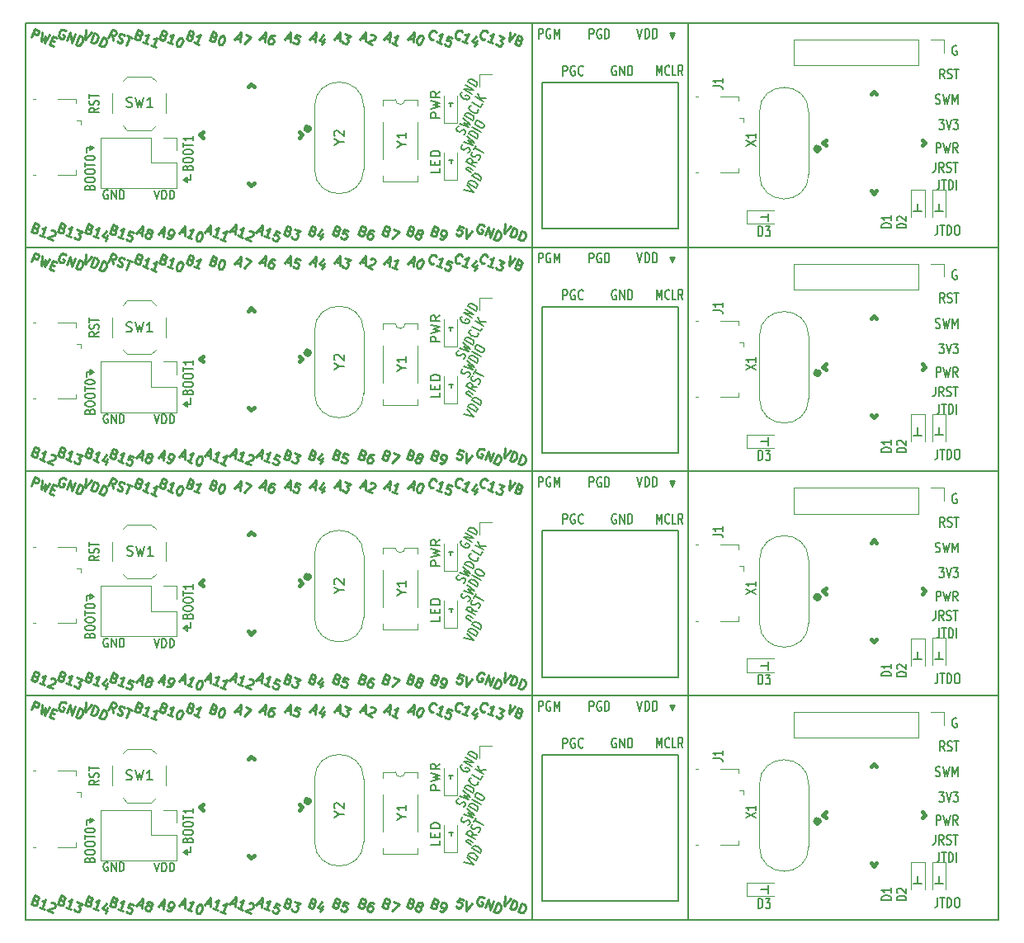
<source format=gto>
%TF.GenerationSoftware,KiCad,Pcbnew,4.0.7*%
%TF.CreationDate,2017-11-17T16:59:28+08:00*%
%TF.ProjectId,test,746573742E6B696361645F7063620000,rev?*%
%TF.FileFunction,Legend,Top*%
%FSLAX46Y46*%
G04 Gerber Fmt 4.6, Leading zero omitted, Abs format (unit mm)*
G04 Created by KiCad (PCBNEW 4.0.7) date 11/17/17 16:59:28*
%MOMM*%
%LPD*%
G01*
G04 APERTURE LIST*
%ADD10C,0.100000*%
%ADD11C,0.120000*%
%ADD12C,0.200000*%
%ADD13C,0.187500*%
%ADD14C,0.150000*%
%ADD15C,0.153000*%
%ADD16C,0.400000*%
%ADD17C,0.750000*%
%ADD18C,0.237500*%
G04 APERTURE END LIST*
D10*
D11*
X80323610Y36877600D02*
G75*
G03X75273590Y36877600I-2525010J0D01*
G01*
D12*
X-50000Y23000000D02*
X99800000Y23000000D01*
X99800000Y46000000D02*
X-50000Y46000000D01*
X-50000Y69000000D02*
X99800000Y69000000D01*
X68000000Y92000000D02*
X68000000Y0D01*
X52000000Y92000000D02*
X52000000Y0D01*
X99800000Y92000000D02*
X-50000Y92000000D01*
X99800000Y0D02*
X99800000Y92000000D01*
X-50000Y0D02*
X99800000Y0D01*
X-50000Y92000000D02*
X-50000Y0D01*
X66599990Y21990000D02*
X66359990Y21429980D01*
X66070000Y21990000D02*
X66599990Y21990000D01*
X66409980Y21829980D02*
X66359990Y21739990D01*
X66070000Y21990000D02*
X66409980Y21829980D01*
X66359990Y21429980D02*
X66070000Y21990000D01*
X52603320Y21417610D02*
X52603320Y22417610D01*
X52603320Y22417610D02*
X52908070Y22417610D01*
X52908070Y22417610D02*
X52984270Y22369980D01*
X52984270Y22369980D02*
X53022370Y22322360D01*
X53022370Y22322360D02*
X53060470Y22227130D01*
X53060470Y22227130D02*
X53060470Y22084280D01*
X53060470Y22084280D02*
X53022370Y21989030D01*
X53022370Y21989030D02*
X52984270Y21941410D01*
X52984270Y21941410D02*
X52908070Y21893810D01*
X52908070Y21893810D02*
X52603320Y21893810D01*
X53822370Y22369980D02*
X53746170Y22417610D01*
X53746170Y22417610D02*
X53631900Y22417610D01*
X53631900Y22417610D02*
X53517600Y22369980D01*
X53517600Y22369980D02*
X53441420Y22274760D01*
X53441420Y22274760D02*
X53403320Y22179510D01*
X53403320Y22179510D02*
X53365220Y21989030D01*
X53365220Y21989030D02*
X53365220Y21846180D01*
X53365220Y21846180D02*
X53403320Y21655710D01*
X53403320Y21655710D02*
X53441420Y21560460D01*
X53441420Y21560460D02*
X53517600Y21465240D01*
X53517600Y21465240D02*
X53631900Y21417610D01*
X53631900Y21417610D02*
X53708070Y21417610D01*
X53708070Y21417610D02*
X53822370Y21465240D01*
X53822370Y21465240D02*
X53860470Y21512830D01*
X53860470Y21512830D02*
X53860470Y21846180D01*
X53860470Y21846180D02*
X53708070Y21846180D01*
X54203320Y21417610D02*
X54203320Y22417610D01*
X54203320Y22417610D02*
X54470000Y21703310D01*
X54470000Y21703310D02*
X54736640Y22417610D01*
X54736640Y22417610D02*
X54736640Y21417610D01*
X55120460Y17617620D02*
X55120460Y18617620D01*
X55120460Y18617620D02*
X55425210Y18617620D01*
X55425210Y18617620D02*
X55501410Y18569990D01*
X55501410Y18569990D02*
X55539510Y18522370D01*
X55539510Y18522370D02*
X55577610Y18427140D01*
X55577610Y18427140D02*
X55577610Y18284270D01*
X55577610Y18284270D02*
X55539510Y18189040D01*
X55539510Y18189040D02*
X55501410Y18141420D01*
X55501410Y18141420D02*
X55425210Y18093790D01*
X55425210Y18093790D02*
X55120460Y18093790D01*
X56339510Y18569990D02*
X56263310Y18617620D01*
X56263310Y18617620D02*
X56149040Y18617620D01*
X56149040Y18617620D02*
X56034740Y18569990D01*
X56034740Y18569990D02*
X55958560Y18474740D01*
X55958560Y18474740D02*
X55920460Y18379520D01*
X55920460Y18379520D02*
X55882360Y18189040D01*
X55882360Y18189040D02*
X55882360Y18046170D01*
X55882360Y18046170D02*
X55920460Y17855690D01*
X55920460Y17855690D02*
X55958560Y17760470D01*
X55958560Y17760470D02*
X56034740Y17665220D01*
X56034740Y17665220D02*
X56149040Y17617620D01*
X56149040Y17617620D02*
X56225240Y17617620D01*
X56225240Y17617620D02*
X56339510Y17665220D01*
X56339510Y17665220D02*
X56377610Y17712840D01*
X56377610Y17712840D02*
X56377610Y18046170D01*
X56377610Y18046170D02*
X56225240Y18046170D01*
X57177610Y17712840D02*
X57139510Y17665220D01*
X57139510Y17665220D02*
X57025240Y17617620D01*
X57025240Y17617620D02*
X56949040Y17617620D01*
X56949040Y17617620D02*
X56834760Y17665220D01*
X56834760Y17665220D02*
X56758560Y17760470D01*
X56758560Y17760470D02*
X56720460Y17855690D01*
X56720460Y17855690D02*
X56682360Y18046170D01*
X56682360Y18046170D02*
X56682360Y18189040D01*
X56682360Y18189040D02*
X56720460Y18379520D01*
X56720460Y18379520D02*
X56758560Y18474740D01*
X56758560Y18474740D02*
X56834760Y18569990D01*
X56834760Y18569990D02*
X56949040Y18617620D01*
X56949040Y18617620D02*
X57025240Y18617620D01*
X57025240Y18617620D02*
X57139510Y18569990D01*
X57139510Y18569990D02*
X57177610Y18522370D01*
X57810450Y21407600D02*
X57810450Y22407600D01*
X57810450Y22407600D02*
X58115230Y22407600D01*
X58115230Y22407600D02*
X58191430Y22359980D01*
X58191430Y22359980D02*
X58229500Y22312380D01*
X58229500Y22312380D02*
X58267600Y22217130D01*
X58267600Y22217130D02*
X58267600Y22074280D01*
X58267600Y22074280D02*
X58229500Y21979030D01*
X58229500Y21979030D02*
X58191430Y21931430D01*
X58191430Y21931430D02*
X58115230Y21883800D01*
X58115230Y21883800D02*
X57810450Y21883800D01*
X59029520Y22359980D02*
X58953320Y22407600D01*
X58953320Y22407600D02*
X58839020Y22407600D01*
X58839020Y22407600D02*
X58724750Y22359980D01*
X58724750Y22359980D02*
X58648550Y22264750D01*
X58648550Y22264750D02*
X58610470Y22169500D01*
X58610470Y22169500D02*
X58572370Y21979030D01*
X58572370Y21979030D02*
X58572370Y21836180D01*
X58572370Y21836180D02*
X58610470Y21645700D01*
X58610470Y21645700D02*
X58648550Y21550450D01*
X58648550Y21550450D02*
X58724750Y21455230D01*
X58724750Y21455230D02*
X58839020Y21407600D01*
X58839020Y21407600D02*
X58915220Y21407600D01*
X58915220Y21407600D02*
X59029520Y21455230D01*
X59029520Y21455230D02*
X59067600Y21502850D01*
X59067600Y21502850D02*
X59067600Y21836180D01*
X59067600Y21836180D02*
X58915220Y21836180D01*
X59410470Y21407600D02*
X59410470Y22407600D01*
X59410470Y22407600D02*
X59600950Y22407600D01*
X59600950Y22407600D02*
X59715220Y22359980D01*
X59715220Y22359980D02*
X59791420Y22264750D01*
X59791420Y22264750D02*
X59829520Y22169500D01*
X59829520Y22169500D02*
X59867600Y21979030D01*
X59867600Y21979030D02*
X59867600Y21836180D01*
X59867600Y21836180D02*
X59829520Y21645700D01*
X59829520Y21645700D02*
X59791420Y21550450D01*
X59791420Y21550450D02*
X59715220Y21455230D01*
X59715220Y21455230D02*
X59600950Y21407600D01*
X59600950Y21407600D02*
X59410470Y21407600D01*
X60560460Y18580000D02*
X60484280Y18627600D01*
X60484280Y18627600D02*
X60369980Y18627600D01*
X60369980Y18627600D02*
X60255710Y18580000D01*
X60255710Y18580000D02*
X60179510Y18484750D01*
X60179510Y18484750D02*
X60141410Y18389520D01*
X60141410Y18389520D02*
X60103310Y18199020D01*
X60103310Y18199020D02*
X60103310Y18056170D01*
X60103310Y18056170D02*
X60141410Y17865700D01*
X60141410Y17865700D02*
X60179510Y17770480D01*
X60179510Y17770480D02*
X60255710Y17675230D01*
X60255710Y17675230D02*
X60369980Y17627600D01*
X60369980Y17627600D02*
X60446180Y17627600D01*
X60446180Y17627600D02*
X60560460Y17675230D01*
X60560460Y17675230D02*
X60598560Y17722850D01*
X60598560Y17722850D02*
X60598560Y18056170D01*
X60598560Y18056170D02*
X60446180Y18056170D01*
X60941410Y17627600D02*
X60941410Y18627600D01*
X60941410Y18627600D02*
X61398560Y17627600D01*
X61398560Y17627600D02*
X61398560Y18627600D01*
X61779510Y17627600D02*
X61779510Y18627600D01*
X61779510Y18627600D02*
X61969980Y18627600D01*
X61969980Y18627600D02*
X62084280Y18580000D01*
X62084280Y18580000D02*
X62160450Y18484750D01*
X62160450Y18484750D02*
X62198550Y18389520D01*
X62198550Y18389520D02*
X62236650Y18199020D01*
X62236650Y18199020D02*
X62236650Y18056170D01*
X62236650Y18056170D02*
X62198550Y17865700D01*
X62198550Y17865700D02*
X62160450Y17770480D01*
X62160450Y17770480D02*
X62084280Y17675230D01*
X62084280Y17675230D02*
X61969980Y17627600D01*
X61969980Y17627600D02*
X61779510Y17627600D01*
X62723320Y22427620D02*
X62989990Y21427620D01*
X62989990Y21427620D02*
X63256640Y22427620D01*
X63523320Y21427620D02*
X63523320Y22427620D01*
X63523320Y22427620D02*
X63713790Y22427620D01*
X63713790Y22427620D02*
X63828090Y22379990D01*
X63828090Y22379990D02*
X63904270Y22284740D01*
X63904270Y22284740D02*
X63942370Y22189520D01*
X63942370Y22189520D02*
X63980470Y21999040D01*
X63980470Y21999040D02*
X63980470Y21856170D01*
X63980470Y21856170D02*
X63942370Y21665690D01*
X63942370Y21665690D02*
X63904270Y21570470D01*
X63904270Y21570470D02*
X63828090Y21475220D01*
X63828090Y21475220D02*
X63713790Y21427620D01*
X63713790Y21427620D02*
X63523320Y21427620D01*
X64323320Y21427620D02*
X64323320Y22427620D01*
X64323320Y22427620D02*
X64513790Y22427620D01*
X64513790Y22427620D02*
X64628090Y22379990D01*
X64628090Y22379990D02*
X64704260Y22284740D01*
X64704260Y22284740D02*
X64742360Y22189520D01*
X64742360Y22189520D02*
X64780460Y21999040D01*
X64780460Y21999040D02*
X64780460Y21856170D01*
X64780460Y21856170D02*
X64742360Y21665690D01*
X64742360Y21665690D02*
X64704260Y21570470D01*
X64704260Y21570470D02*
X64628090Y21475220D01*
X64628090Y21475220D02*
X64513790Y21427620D01*
X64513790Y21427620D02*
X64323320Y21427620D01*
D13*
X64766420Y17637610D02*
X64766420Y18637610D01*
X64766420Y18637610D02*
X65016410Y17923330D01*
X65016410Y17923330D02*
X65266420Y18637610D01*
X65266420Y18637610D02*
X65266420Y17637610D01*
X66052140Y17732830D02*
X66016430Y17685230D01*
X66016430Y17685230D02*
X65909270Y17637610D01*
X65909270Y17637610D02*
X65837840Y17637610D01*
X65837840Y17637610D02*
X65730700Y17685230D01*
X65730700Y17685230D02*
X65659280Y17780460D01*
X65659280Y17780460D02*
X65623570Y17875710D01*
X65623570Y17875710D02*
X65587850Y18066180D01*
X65587850Y18066180D02*
X65587850Y18209030D01*
X65587850Y18209030D02*
X65623570Y18399510D01*
X65623570Y18399510D02*
X65659280Y18494760D01*
X65659280Y18494760D02*
X65730700Y18589980D01*
X65730700Y18589980D02*
X65837840Y18637610D01*
X65837840Y18637610D02*
X65909270Y18637610D01*
X65909270Y18637610D02*
X66016430Y18589980D01*
X66016430Y18589980D02*
X66052140Y18542380D01*
X66730700Y17637610D02*
X66373550Y17637610D01*
X66373550Y17637610D02*
X66373550Y18637610D01*
X67409260Y17637610D02*
X67159280Y18113810D01*
X66980690Y17637610D02*
X66980690Y18637610D01*
X66980690Y18637610D02*
X67266410Y18637610D01*
X67266410Y18637610D02*
X67337840Y18589980D01*
X67337840Y18589980D02*
X67373550Y18542380D01*
X67373550Y18542380D02*
X67409260Y18447130D01*
X67409260Y18447130D02*
X67409260Y18304280D01*
X67409260Y18304280D02*
X67373550Y18209030D01*
X67373550Y18209030D02*
X67337840Y18161410D01*
X67337840Y18161410D02*
X67266410Y18113810D01*
X67266410Y18113810D02*
X66980690Y18113810D01*
D14*
X66949980Y1889990D02*
X52949980Y1889990D01*
X66949980Y7889980D02*
X66949980Y1889990D01*
X66949980Y16889980D02*
X66949980Y7889980D01*
X52949980Y16889980D02*
X66949980Y16889980D01*
X52949980Y16889980D02*
X52949980Y7889980D01*
X52949980Y7889980D02*
X52949980Y1889990D01*
D12*
X66599990Y44989980D02*
X66359990Y44429980D01*
X66070000Y44989980D02*
X66599990Y44989980D01*
X66409980Y44829980D02*
X66359990Y44739990D01*
X66070000Y44989980D02*
X66409980Y44829980D01*
X66359990Y44429980D02*
X66070000Y44989980D01*
X52603320Y44417620D02*
X52603320Y45417610D01*
X52603320Y45417610D02*
X52908070Y45417610D01*
X52908070Y45417610D02*
X52984270Y45369990D01*
X52984270Y45369990D02*
X53022370Y45322360D01*
X53022370Y45322360D02*
X53060470Y45227140D01*
X53060470Y45227140D02*
X53060470Y45084260D01*
X53060470Y45084260D02*
X53022370Y44989040D01*
X53022370Y44989040D02*
X52984270Y44941410D01*
X52984270Y44941410D02*
X52908070Y44893790D01*
X52908070Y44893790D02*
X52603320Y44893790D01*
X53822370Y45369990D02*
X53746170Y45417610D01*
X53746170Y45417610D02*
X53631900Y45417610D01*
X53631900Y45417610D02*
X53517600Y45369990D01*
X53517600Y45369990D02*
X53441420Y45274740D01*
X53441420Y45274740D02*
X53403320Y45179510D01*
X53403320Y45179510D02*
X53365220Y44989040D01*
X53365220Y44989040D02*
X53365220Y44846190D01*
X53365220Y44846190D02*
X53403320Y44655690D01*
X53403320Y44655690D02*
X53441420Y44560460D01*
X53441420Y44560460D02*
X53517600Y44465210D01*
X53517600Y44465210D02*
X53631900Y44417620D01*
X53631900Y44417620D02*
X53708070Y44417620D01*
X53708070Y44417620D02*
X53822370Y44465210D01*
X53822370Y44465210D02*
X53860470Y44512840D01*
X53860470Y44512840D02*
X53860470Y44846190D01*
X53860470Y44846190D02*
X53708070Y44846190D01*
X54203320Y44417620D02*
X54203320Y45417610D01*
X54203320Y45417610D02*
X54470000Y44703310D01*
X54470000Y44703310D02*
X54736640Y45417610D01*
X54736640Y45417610D02*
X54736640Y44417620D01*
X55120460Y40617600D02*
X55120460Y41617600D01*
X55120460Y41617600D02*
X55425210Y41617600D01*
X55425210Y41617600D02*
X55501410Y41570000D01*
X55501410Y41570000D02*
X55539510Y41522370D01*
X55539510Y41522370D02*
X55577610Y41427120D01*
X55577610Y41427120D02*
X55577610Y41284270D01*
X55577610Y41284270D02*
X55539510Y41189050D01*
X55539510Y41189050D02*
X55501410Y41141420D01*
X55501410Y41141420D02*
X55425210Y41093800D01*
X55425210Y41093800D02*
X55120460Y41093800D01*
X56339510Y41570000D02*
X56263310Y41617600D01*
X56263310Y41617600D02*
X56149040Y41617600D01*
X56149040Y41617600D02*
X56034740Y41570000D01*
X56034740Y41570000D02*
X55958560Y41474750D01*
X55958560Y41474750D02*
X55920460Y41379520D01*
X55920460Y41379520D02*
X55882360Y41189050D01*
X55882360Y41189050D02*
X55882360Y41046170D01*
X55882360Y41046170D02*
X55920460Y40855700D01*
X55920460Y40855700D02*
X55958560Y40760470D01*
X55958560Y40760470D02*
X56034740Y40665220D01*
X56034740Y40665220D02*
X56149040Y40617600D01*
X56149040Y40617600D02*
X56225240Y40617600D01*
X56225240Y40617600D02*
X56339510Y40665220D01*
X56339510Y40665220D02*
X56377610Y40712850D01*
X56377610Y40712850D02*
X56377610Y41046170D01*
X56377610Y41046170D02*
X56225240Y41046170D01*
X57177610Y40712850D02*
X57139510Y40665220D01*
X57139510Y40665220D02*
X57025240Y40617600D01*
X57025240Y40617600D02*
X56949040Y40617600D01*
X56949040Y40617600D02*
X56834760Y40665220D01*
X56834760Y40665220D02*
X56758560Y40760470D01*
X56758560Y40760470D02*
X56720460Y40855700D01*
X56720460Y40855700D02*
X56682360Y41046170D01*
X56682360Y41046170D02*
X56682360Y41189050D01*
X56682360Y41189050D02*
X56720460Y41379520D01*
X56720460Y41379520D02*
X56758560Y41474750D01*
X56758560Y41474750D02*
X56834760Y41570000D01*
X56834760Y41570000D02*
X56949040Y41617600D01*
X56949040Y41617600D02*
X57025240Y41617600D01*
X57025240Y41617600D02*
X57139510Y41570000D01*
X57139510Y41570000D02*
X57177610Y41522370D01*
X57810450Y44407610D02*
X57810450Y45407610D01*
X57810450Y45407610D02*
X58115230Y45407610D01*
X58115230Y45407610D02*
X58191430Y45359980D01*
X58191430Y45359980D02*
X58229500Y45312380D01*
X58229500Y45312380D02*
X58267600Y45217130D01*
X58267600Y45217130D02*
X58267600Y45074280D01*
X58267600Y45074280D02*
X58229500Y44979030D01*
X58229500Y44979030D02*
X58191430Y44931410D01*
X58191430Y44931410D02*
X58115230Y44883810D01*
X58115230Y44883810D02*
X57810450Y44883810D01*
X59029520Y45359980D02*
X58953320Y45407610D01*
X58953320Y45407610D02*
X58839020Y45407610D01*
X58839020Y45407610D02*
X58724750Y45359980D01*
X58724750Y45359980D02*
X58648550Y45264760D01*
X58648550Y45264760D02*
X58610470Y45169510D01*
X58610470Y45169510D02*
X58572370Y44979030D01*
X58572370Y44979030D02*
X58572370Y44836180D01*
X58572370Y44836180D02*
X58610470Y44645710D01*
X58610470Y44645710D02*
X58648550Y44550460D01*
X58648550Y44550460D02*
X58724750Y44455230D01*
X58724750Y44455230D02*
X58839020Y44407610D01*
X58839020Y44407610D02*
X58915220Y44407610D01*
X58915220Y44407610D02*
X59029520Y44455230D01*
X59029520Y44455230D02*
X59067600Y44502830D01*
X59067600Y44502830D02*
X59067600Y44836180D01*
X59067600Y44836180D02*
X58915220Y44836180D01*
X59410470Y44407610D02*
X59410470Y45407610D01*
X59410470Y45407610D02*
X59600950Y45407610D01*
X59600950Y45407610D02*
X59715220Y45359980D01*
X59715220Y45359980D02*
X59791420Y45264760D01*
X59791420Y45264760D02*
X59829520Y45169510D01*
X59829520Y45169510D02*
X59867600Y44979030D01*
X59867600Y44979030D02*
X59867600Y44836180D01*
X59867600Y44836180D02*
X59829520Y44645710D01*
X59829520Y44645710D02*
X59791420Y44550460D01*
X59791420Y44550460D02*
X59715220Y44455230D01*
X59715220Y44455230D02*
X59600950Y44407610D01*
X59600950Y44407610D02*
X59410470Y44407610D01*
X60560460Y41579980D02*
X60484280Y41627600D01*
X60484280Y41627600D02*
X60369980Y41627600D01*
X60369980Y41627600D02*
X60255710Y41579980D01*
X60255710Y41579980D02*
X60179510Y41484750D01*
X60179510Y41484750D02*
X60141410Y41389500D01*
X60141410Y41389500D02*
X60103310Y41199030D01*
X60103310Y41199030D02*
X60103310Y41056180D01*
X60103310Y41056180D02*
X60141410Y40865700D01*
X60141410Y40865700D02*
X60179510Y40770450D01*
X60179510Y40770450D02*
X60255710Y40675230D01*
X60255710Y40675230D02*
X60369980Y40627600D01*
X60369980Y40627600D02*
X60446180Y40627600D01*
X60446180Y40627600D02*
X60560460Y40675230D01*
X60560460Y40675230D02*
X60598560Y40722850D01*
X60598560Y40722850D02*
X60598560Y41056180D01*
X60598560Y41056180D02*
X60446180Y41056180D01*
X60941410Y40627600D02*
X60941410Y41627600D01*
X60941410Y41627600D02*
X61398560Y40627600D01*
X61398560Y40627600D02*
X61398560Y41627600D01*
X61779510Y40627600D02*
X61779510Y41627600D01*
X61779510Y41627600D02*
X61969980Y41627600D01*
X61969980Y41627600D02*
X62084280Y41579980D01*
X62084280Y41579980D02*
X62160450Y41484750D01*
X62160450Y41484750D02*
X62198550Y41389500D01*
X62198550Y41389500D02*
X62236650Y41199030D01*
X62236650Y41199030D02*
X62236650Y41056180D01*
X62236650Y41056180D02*
X62198550Y40865700D01*
X62198550Y40865700D02*
X62160450Y40770450D01*
X62160450Y40770450D02*
X62084280Y40675230D01*
X62084280Y40675230D02*
X61969980Y40627600D01*
X61969980Y40627600D02*
X61779510Y40627600D01*
X62723320Y45427600D02*
X62989990Y44427600D01*
X62989990Y44427600D02*
X63256640Y45427600D01*
X63523320Y44427600D02*
X63523320Y45427600D01*
X63523320Y45427600D02*
X63713790Y45427600D01*
X63713790Y45427600D02*
X63828090Y45380000D01*
X63828090Y45380000D02*
X63904270Y45284750D01*
X63904270Y45284750D02*
X63942370Y45189520D01*
X63942370Y45189520D02*
X63980470Y44999050D01*
X63980470Y44999050D02*
X63980470Y44856170D01*
X63980470Y44856170D02*
X63942370Y44665700D01*
X63942370Y44665700D02*
X63904270Y44570470D01*
X63904270Y44570470D02*
X63828090Y44475220D01*
X63828090Y44475220D02*
X63713790Y44427600D01*
X63713790Y44427600D02*
X63523320Y44427600D01*
X64323320Y44427600D02*
X64323320Y45427600D01*
X64323320Y45427600D02*
X64513790Y45427600D01*
X64513790Y45427600D02*
X64628090Y45380000D01*
X64628090Y45380000D02*
X64704260Y45284750D01*
X64704260Y45284750D02*
X64742360Y45189520D01*
X64742360Y45189520D02*
X64780460Y44999050D01*
X64780460Y44999050D02*
X64780460Y44856170D01*
X64780460Y44856170D02*
X64742360Y44665700D01*
X64742360Y44665700D02*
X64704260Y44570470D01*
X64704260Y44570470D02*
X64628090Y44475220D01*
X64628090Y44475220D02*
X64513790Y44427600D01*
X64513790Y44427600D02*
X64323320Y44427600D01*
D13*
X64766420Y40637610D02*
X64766420Y41637610D01*
X64766420Y41637610D02*
X65016410Y40923310D01*
X65016410Y40923310D02*
X65266420Y41637610D01*
X65266420Y41637610D02*
X65266420Y40637610D01*
X66052140Y40732840D02*
X66016430Y40685240D01*
X66016430Y40685240D02*
X65909270Y40637610D01*
X65909270Y40637610D02*
X65837840Y40637610D01*
X65837840Y40637610D02*
X65730700Y40685240D01*
X65730700Y40685240D02*
X65659280Y40780460D01*
X65659280Y40780460D02*
X65623570Y40875710D01*
X65623570Y40875710D02*
X65587850Y41066190D01*
X65587850Y41066190D02*
X65587850Y41209040D01*
X65587850Y41209040D02*
X65623570Y41399510D01*
X65623570Y41399510D02*
X65659280Y41494760D01*
X65659280Y41494760D02*
X65730700Y41589990D01*
X65730700Y41589990D02*
X65837840Y41637610D01*
X65837840Y41637610D02*
X65909270Y41637610D01*
X65909270Y41637610D02*
X66016430Y41589990D01*
X66016430Y41589990D02*
X66052140Y41542360D01*
X66730700Y40637610D02*
X66373550Y40637610D01*
X66373550Y40637610D02*
X66373550Y41637610D01*
X67409260Y40637610D02*
X67159280Y41113790D01*
X66980690Y40637610D02*
X66980690Y41637610D01*
X66980690Y41637610D02*
X67266410Y41637610D01*
X67266410Y41637610D02*
X67337840Y41589990D01*
X67337840Y41589990D02*
X67373550Y41542360D01*
X67373550Y41542360D02*
X67409260Y41447140D01*
X67409260Y41447140D02*
X67409260Y41304260D01*
X67409260Y41304260D02*
X67373550Y41209040D01*
X67373550Y41209040D02*
X67337840Y41161410D01*
X67337840Y41161410D02*
X67266410Y41113790D01*
X67266410Y41113790D02*
X66980690Y41113790D01*
D14*
X66949980Y24889990D02*
X52949980Y24889990D01*
X66949980Y30889980D02*
X66949980Y24889990D01*
X66949980Y39889990D02*
X66949980Y30889980D01*
X52949980Y39889990D02*
X66949980Y39889990D01*
X52949980Y39889990D02*
X52949980Y30889980D01*
X52949980Y30889980D02*
X52949980Y24889990D01*
D12*
X66599990Y67989980D02*
X66359990Y67429990D01*
X66070000Y67989980D02*
X66599990Y67989980D01*
X66409980Y67829990D02*
X66359990Y67740000D01*
X66070000Y67989980D02*
X66409980Y67829990D01*
X66359990Y67429990D02*
X66070000Y67989980D01*
X52603320Y67417590D02*
X52603320Y68417620D01*
X52603320Y68417620D02*
X52908070Y68417620D01*
X52908070Y68417620D02*
X52984270Y68369990D01*
X52984270Y68369990D02*
X53022370Y68322370D01*
X53022370Y68322370D02*
X53060470Y68227120D01*
X53060470Y68227120D02*
X53060470Y68084270D01*
X53060470Y68084270D02*
X53022370Y67989040D01*
X53022370Y67989040D02*
X52984270Y67941420D01*
X52984270Y67941420D02*
X52908070Y67893790D01*
X52908070Y67893790D02*
X52603320Y67893790D01*
X53822370Y68369990D02*
X53746170Y68417620D01*
X53746170Y68417620D02*
X53631900Y68417620D01*
X53631900Y68417620D02*
X53517600Y68369990D01*
X53517600Y68369990D02*
X53441420Y68274740D01*
X53441420Y68274740D02*
X53403320Y68179520D01*
X53403320Y68179520D02*
X53365220Y67989040D01*
X53365220Y67989040D02*
X53365220Y67846170D01*
X53365220Y67846170D02*
X53403320Y67655690D01*
X53403320Y67655690D02*
X53441420Y67560470D01*
X53441420Y67560470D02*
X53517600Y67465220D01*
X53517600Y67465220D02*
X53631900Y67417590D01*
X53631900Y67417590D02*
X53708070Y67417590D01*
X53708070Y67417590D02*
X53822370Y67465220D01*
X53822370Y67465220D02*
X53860470Y67512840D01*
X53860470Y67512840D02*
X53860470Y67846170D01*
X53860470Y67846170D02*
X53708070Y67846170D01*
X54203320Y67417590D02*
X54203320Y68417620D01*
X54203320Y68417620D02*
X54470000Y67703320D01*
X54470000Y67703320D02*
X54736640Y68417620D01*
X54736640Y68417620D02*
X54736640Y67417590D01*
X55120460Y63617600D02*
X55120460Y64617600D01*
X55120460Y64617600D02*
X55425210Y64617600D01*
X55425210Y64617600D02*
X55501410Y64569980D01*
X55501410Y64569980D02*
X55539510Y64522380D01*
X55539510Y64522380D02*
X55577610Y64427130D01*
X55577610Y64427130D02*
X55577610Y64284280D01*
X55577610Y64284280D02*
X55539510Y64189030D01*
X55539510Y64189030D02*
X55501410Y64141430D01*
X55501410Y64141430D02*
X55425210Y64093800D01*
X55425210Y64093800D02*
X55120460Y64093800D01*
X56339510Y64569980D02*
X56263310Y64617600D01*
X56263310Y64617600D02*
X56149040Y64617600D01*
X56149040Y64617600D02*
X56034740Y64569980D01*
X56034740Y64569980D02*
X55958560Y64474750D01*
X55958560Y64474750D02*
X55920460Y64379500D01*
X55920460Y64379500D02*
X55882360Y64189030D01*
X55882360Y64189030D02*
X55882360Y64046180D01*
X55882360Y64046180D02*
X55920460Y63855700D01*
X55920460Y63855700D02*
X55958560Y63760450D01*
X55958560Y63760450D02*
X56034740Y63665230D01*
X56034740Y63665230D02*
X56149040Y63617600D01*
X56149040Y63617600D02*
X56225240Y63617600D01*
X56225240Y63617600D02*
X56339510Y63665230D01*
X56339510Y63665230D02*
X56377610Y63712850D01*
X56377610Y63712850D02*
X56377610Y64046180D01*
X56377610Y64046180D02*
X56225240Y64046180D01*
X57177610Y63712850D02*
X57139510Y63665230D01*
X57139510Y63665230D02*
X57025240Y63617600D01*
X57025240Y63617600D02*
X56949040Y63617600D01*
X56949040Y63617600D02*
X56834760Y63665230D01*
X56834760Y63665230D02*
X56758560Y63760450D01*
X56758560Y63760450D02*
X56720460Y63855700D01*
X56720460Y63855700D02*
X56682360Y64046180D01*
X56682360Y64046180D02*
X56682360Y64189030D01*
X56682360Y64189030D02*
X56720460Y64379500D01*
X56720460Y64379500D02*
X56758560Y64474750D01*
X56758560Y64474750D02*
X56834760Y64569980D01*
X56834760Y64569980D02*
X56949040Y64617600D01*
X56949040Y64617600D02*
X57025240Y64617600D01*
X57025240Y64617600D02*
X57139510Y64569980D01*
X57139510Y64569980D02*
X57177610Y64522380D01*
X57810450Y67407610D02*
X57810450Y68407610D01*
X57810450Y68407610D02*
X58115230Y68407610D01*
X58115230Y68407610D02*
X58191430Y68359990D01*
X58191430Y68359990D02*
X58229500Y68312360D01*
X58229500Y68312360D02*
X58267600Y68217140D01*
X58267600Y68217140D02*
X58267600Y68074290D01*
X58267600Y68074290D02*
X58229500Y67979040D01*
X58229500Y67979040D02*
X58191430Y67931410D01*
X58191430Y67931410D02*
X58115230Y67883790D01*
X58115230Y67883790D02*
X57810450Y67883790D01*
X59029520Y68359990D02*
X58953320Y68407610D01*
X58953320Y68407610D02*
X58839020Y68407610D01*
X58839020Y68407610D02*
X58724750Y68359990D01*
X58724750Y68359990D02*
X58648550Y68264760D01*
X58648550Y68264760D02*
X58610470Y68169510D01*
X58610470Y68169510D02*
X58572370Y67979040D01*
X58572370Y67979040D02*
X58572370Y67836190D01*
X58572370Y67836190D02*
X58610470Y67645710D01*
X58610470Y67645710D02*
X58648550Y67550460D01*
X58648550Y67550460D02*
X58724750Y67455240D01*
X58724750Y67455240D02*
X58839020Y67407610D01*
X58839020Y67407610D02*
X58915220Y67407610D01*
X58915220Y67407610D02*
X59029520Y67455240D01*
X59029520Y67455240D02*
X59067600Y67502840D01*
X59067600Y67502840D02*
X59067600Y67836190D01*
X59067600Y67836190D02*
X58915220Y67836190D01*
X59410470Y67407610D02*
X59410470Y68407610D01*
X59410470Y68407610D02*
X59600950Y68407610D01*
X59600950Y68407610D02*
X59715220Y68359990D01*
X59715220Y68359990D02*
X59791420Y68264760D01*
X59791420Y68264760D02*
X59829520Y68169510D01*
X59829520Y68169510D02*
X59867600Y67979040D01*
X59867600Y67979040D02*
X59867600Y67836190D01*
X59867600Y67836190D02*
X59829520Y67645710D01*
X59829520Y67645710D02*
X59791420Y67550460D01*
X59791420Y67550460D02*
X59715220Y67455240D01*
X59715220Y67455240D02*
X59600950Y67407610D01*
X59600950Y67407610D02*
X59410470Y67407610D01*
X60560460Y64579980D02*
X60484280Y64627610D01*
X60484280Y64627610D02*
X60369980Y64627610D01*
X60369980Y64627610D02*
X60255710Y64579980D01*
X60255710Y64579980D02*
X60179510Y64484760D01*
X60179510Y64484760D02*
X60141410Y64389510D01*
X60141410Y64389510D02*
X60103310Y64199030D01*
X60103310Y64199030D02*
X60103310Y64056180D01*
X60103310Y64056180D02*
X60141410Y63865710D01*
X60141410Y63865710D02*
X60179510Y63770460D01*
X60179510Y63770460D02*
X60255710Y63675230D01*
X60255710Y63675230D02*
X60369980Y63627610D01*
X60369980Y63627610D02*
X60446180Y63627610D01*
X60446180Y63627610D02*
X60560460Y63675230D01*
X60560460Y63675230D02*
X60598560Y63722830D01*
X60598560Y63722830D02*
X60598560Y64056180D01*
X60598560Y64056180D02*
X60446180Y64056180D01*
X60941410Y63627610D02*
X60941410Y64627610D01*
X60941410Y64627610D02*
X61398560Y63627610D01*
X61398560Y63627610D02*
X61398560Y64627610D01*
X61779510Y63627610D02*
X61779510Y64627610D01*
X61779510Y64627610D02*
X61969980Y64627610D01*
X61969980Y64627610D02*
X62084280Y64579980D01*
X62084280Y64579980D02*
X62160450Y64484760D01*
X62160450Y64484760D02*
X62198550Y64389510D01*
X62198550Y64389510D02*
X62236650Y64199030D01*
X62236650Y64199030D02*
X62236650Y64056180D01*
X62236650Y64056180D02*
X62198550Y63865710D01*
X62198550Y63865710D02*
X62160450Y63770460D01*
X62160450Y63770460D02*
X62084280Y63675230D01*
X62084280Y63675230D02*
X61969980Y63627610D01*
X61969980Y63627610D02*
X61779510Y63627610D01*
X62723320Y68427600D02*
X62989990Y67427600D01*
X62989990Y67427600D02*
X63256640Y68427600D01*
X63523320Y67427600D02*
X63523320Y68427600D01*
X63523320Y68427600D02*
X63713790Y68427600D01*
X63713790Y68427600D02*
X63828090Y68379980D01*
X63828090Y68379980D02*
X63904270Y68284750D01*
X63904270Y68284750D02*
X63942370Y68189500D01*
X63942370Y68189500D02*
X63980470Y67999030D01*
X63980470Y67999030D02*
X63980470Y67856180D01*
X63980470Y67856180D02*
X63942370Y67665700D01*
X63942370Y67665700D02*
X63904270Y67570450D01*
X63904270Y67570450D02*
X63828090Y67475230D01*
X63828090Y67475230D02*
X63713790Y67427600D01*
X63713790Y67427600D02*
X63523320Y67427600D01*
X64323320Y67427600D02*
X64323320Y68427600D01*
X64323320Y68427600D02*
X64513790Y68427600D01*
X64513790Y68427600D02*
X64628090Y68379980D01*
X64628090Y68379980D02*
X64704260Y68284750D01*
X64704260Y68284750D02*
X64742360Y68189500D01*
X64742360Y68189500D02*
X64780460Y67999030D01*
X64780460Y67999030D02*
X64780460Y67856180D01*
X64780460Y67856180D02*
X64742360Y67665700D01*
X64742360Y67665700D02*
X64704260Y67570450D01*
X64704260Y67570450D02*
X64628090Y67475230D01*
X64628090Y67475230D02*
X64513790Y67427600D01*
X64513790Y67427600D02*
X64323320Y67427600D01*
D13*
X64766420Y63637620D02*
X64766420Y64637620D01*
X64766420Y64637620D02*
X65016410Y63923320D01*
X65016410Y63923320D02*
X65266420Y64637620D01*
X65266420Y64637620D02*
X65266420Y63637620D01*
X66052140Y63732840D02*
X66016430Y63685220D01*
X66016430Y63685220D02*
X65909270Y63637620D01*
X65909270Y63637620D02*
X65837840Y63637620D01*
X65837840Y63637620D02*
X65730700Y63685220D01*
X65730700Y63685220D02*
X65659280Y63780470D01*
X65659280Y63780470D02*
X65623570Y63875690D01*
X65623570Y63875690D02*
X65587850Y64066170D01*
X65587850Y64066170D02*
X65587850Y64209040D01*
X65587850Y64209040D02*
X65623570Y64399520D01*
X65623570Y64399520D02*
X65659280Y64494740D01*
X65659280Y64494740D02*
X65730700Y64589990D01*
X65730700Y64589990D02*
X65837840Y64637620D01*
X65837840Y64637620D02*
X65909270Y64637620D01*
X65909270Y64637620D02*
X66016430Y64589990D01*
X66016430Y64589990D02*
X66052140Y64542370D01*
X66730700Y63637620D02*
X66373550Y63637620D01*
X66373550Y63637620D02*
X66373550Y64637620D01*
X67409260Y63637620D02*
X67159280Y64113790D01*
X66980690Y63637620D02*
X66980690Y64637620D01*
X66980690Y64637620D02*
X67266410Y64637620D01*
X67266410Y64637620D02*
X67337840Y64589990D01*
X67337840Y64589990D02*
X67373550Y64542370D01*
X67373550Y64542370D02*
X67409260Y64447140D01*
X67409260Y64447140D02*
X67409260Y64304270D01*
X67409260Y64304270D02*
X67373550Y64209040D01*
X67373550Y64209040D02*
X67337840Y64161420D01*
X67337840Y64161420D02*
X67266410Y64113790D01*
X67266410Y64113790D02*
X66980690Y64113790D01*
D14*
X66949980Y47890000D02*
X52949980Y47890000D01*
X66949980Y53889990D02*
X66949980Y47890000D01*
X66949980Y62889990D02*
X66949980Y53889990D01*
X52949980Y62889990D02*
X66949980Y62889990D01*
X52949980Y62889990D02*
X52949980Y53889990D01*
X52949980Y53889990D02*
X52949980Y47890000D01*
D12*
X66599990Y90989990D02*
X66359990Y90429990D01*
X66070000Y90989990D02*
X66599990Y90989990D01*
X66409980Y90829990D02*
X66359990Y90739980D01*
X66070000Y90989990D02*
X66409980Y90829990D01*
X66359990Y90429990D02*
X66070000Y90989990D01*
X52603320Y90417600D02*
X52603320Y91417600D01*
X52603320Y91417600D02*
X52908070Y91417600D01*
X52908070Y91417600D02*
X52984270Y91370000D01*
X52984270Y91370000D02*
X53022370Y91322370D01*
X53022370Y91322370D02*
X53060470Y91227120D01*
X53060470Y91227120D02*
X53060470Y91084270D01*
X53060470Y91084270D02*
X53022370Y90989020D01*
X53022370Y90989020D02*
X52984270Y90941420D01*
X52984270Y90941420D02*
X52908070Y90893800D01*
X52908070Y90893800D02*
X52603320Y90893800D01*
X53822370Y91370000D02*
X53746170Y91417600D01*
X53746170Y91417600D02*
X53631900Y91417600D01*
X53631900Y91417600D02*
X53517600Y91370000D01*
X53517600Y91370000D02*
X53441420Y91274750D01*
X53441420Y91274750D02*
X53403320Y91179520D01*
X53403320Y91179520D02*
X53365220Y90989020D01*
X53365220Y90989020D02*
X53365220Y90846170D01*
X53365220Y90846170D02*
X53403320Y90655700D01*
X53403320Y90655700D02*
X53441420Y90560470D01*
X53441420Y90560470D02*
X53517600Y90465220D01*
X53517600Y90465220D02*
X53631900Y90417600D01*
X53631900Y90417600D02*
X53708070Y90417600D01*
X53708070Y90417600D02*
X53822370Y90465220D01*
X53822370Y90465220D02*
X53860470Y90512850D01*
X53860470Y90512850D02*
X53860470Y90846170D01*
X53860470Y90846170D02*
X53708070Y90846170D01*
X54203320Y90417600D02*
X54203320Y91417600D01*
X54203320Y91417600D02*
X54470000Y90703320D01*
X54470000Y90703320D02*
X54736640Y91417600D01*
X54736640Y91417600D02*
X54736640Y90417600D01*
X55120460Y86617610D02*
X55120460Y87617600D01*
X55120460Y87617600D02*
X55425210Y87617600D01*
X55425210Y87617600D02*
X55501410Y87569980D01*
X55501410Y87569980D02*
X55539510Y87522380D01*
X55539510Y87522380D02*
X55577610Y87427130D01*
X55577610Y87427130D02*
X55577610Y87284280D01*
X55577610Y87284280D02*
X55539510Y87189030D01*
X55539510Y87189030D02*
X55501410Y87141410D01*
X55501410Y87141410D02*
X55425210Y87093810D01*
X55425210Y87093810D02*
X55120460Y87093810D01*
X56339510Y87569980D02*
X56263310Y87617600D01*
X56263310Y87617600D02*
X56149040Y87617600D01*
X56149040Y87617600D02*
X56034740Y87569980D01*
X56034740Y87569980D02*
X55958560Y87474760D01*
X55958560Y87474760D02*
X55920460Y87379510D01*
X55920460Y87379510D02*
X55882360Y87189030D01*
X55882360Y87189030D02*
X55882360Y87046180D01*
X55882360Y87046180D02*
X55920460Y86855710D01*
X55920460Y86855710D02*
X55958560Y86760460D01*
X55958560Y86760460D02*
X56034740Y86665230D01*
X56034740Y86665230D02*
X56149040Y86617610D01*
X56149040Y86617610D02*
X56225240Y86617610D01*
X56225240Y86617610D02*
X56339510Y86665230D01*
X56339510Y86665230D02*
X56377610Y86712860D01*
X56377610Y86712860D02*
X56377610Y87046180D01*
X56377610Y87046180D02*
X56225240Y87046180D01*
X57177610Y86712860D02*
X57139510Y86665230D01*
X57139510Y86665230D02*
X57025240Y86617610D01*
X57025240Y86617610D02*
X56949040Y86617610D01*
X56949040Y86617610D02*
X56834760Y86665230D01*
X56834760Y86665230D02*
X56758560Y86760460D01*
X56758560Y86760460D02*
X56720460Y86855710D01*
X56720460Y86855710D02*
X56682360Y87046180D01*
X56682360Y87046180D02*
X56682360Y87189030D01*
X56682360Y87189030D02*
X56720460Y87379510D01*
X56720460Y87379510D02*
X56758560Y87474760D01*
X56758560Y87474760D02*
X56834760Y87569980D01*
X56834760Y87569980D02*
X56949040Y87617600D01*
X56949040Y87617600D02*
X57025240Y87617600D01*
X57025240Y87617600D02*
X57139510Y87569980D01*
X57139510Y87569980D02*
X57177610Y87522380D01*
X57810450Y90407620D02*
X57810450Y91407620D01*
X57810450Y91407620D02*
X58115230Y91407620D01*
X58115230Y91407620D02*
X58191430Y91359990D01*
X58191430Y91359990D02*
X58229500Y91312370D01*
X58229500Y91312370D02*
X58267600Y91217140D01*
X58267600Y91217140D02*
X58267600Y91074270D01*
X58267600Y91074270D02*
X58229500Y90979040D01*
X58229500Y90979040D02*
X58191430Y90931420D01*
X58191430Y90931420D02*
X58115230Y90883790D01*
X58115230Y90883790D02*
X57810450Y90883790D01*
X59029520Y91359990D02*
X58953320Y91407620D01*
X58953320Y91407620D02*
X58839020Y91407620D01*
X58839020Y91407620D02*
X58724750Y91359990D01*
X58724750Y91359990D02*
X58648550Y91264740D01*
X58648550Y91264740D02*
X58610470Y91169520D01*
X58610470Y91169520D02*
X58572370Y90979040D01*
X58572370Y90979040D02*
X58572370Y90836170D01*
X58572370Y90836170D02*
X58610470Y90645690D01*
X58610470Y90645690D02*
X58648550Y90550470D01*
X58648550Y90550470D02*
X58724750Y90455220D01*
X58724750Y90455220D02*
X58839020Y90407620D01*
X58839020Y90407620D02*
X58915220Y90407620D01*
X58915220Y90407620D02*
X59029520Y90455220D01*
X59029520Y90455220D02*
X59067600Y90502840D01*
X59067600Y90502840D02*
X59067600Y90836170D01*
X59067600Y90836170D02*
X58915220Y90836170D01*
X59410470Y90407620D02*
X59410470Y91407620D01*
X59410470Y91407620D02*
X59600950Y91407620D01*
X59600950Y91407620D02*
X59715220Y91359990D01*
X59715220Y91359990D02*
X59791420Y91264740D01*
X59791420Y91264740D02*
X59829520Y91169520D01*
X59829520Y91169520D02*
X59867600Y90979040D01*
X59867600Y90979040D02*
X59867600Y90836170D01*
X59867600Y90836170D02*
X59829520Y90645690D01*
X59829520Y90645690D02*
X59791420Y90550470D01*
X59791420Y90550470D02*
X59715220Y90455220D01*
X59715220Y90455220D02*
X59600950Y90407620D01*
X59600950Y90407620D02*
X59410470Y90407620D01*
X60560460Y87579990D02*
X60484280Y87627610D01*
X60484280Y87627610D02*
X60369980Y87627610D01*
X60369980Y87627610D02*
X60255710Y87579990D01*
X60255710Y87579990D02*
X60179510Y87484740D01*
X60179510Y87484740D02*
X60141410Y87389510D01*
X60141410Y87389510D02*
X60103310Y87199040D01*
X60103310Y87199040D02*
X60103310Y87056190D01*
X60103310Y87056190D02*
X60141410Y86865710D01*
X60141410Y86865710D02*
X60179510Y86770460D01*
X60179510Y86770460D02*
X60255710Y86675210D01*
X60255710Y86675210D02*
X60369980Y86627610D01*
X60369980Y86627610D02*
X60446180Y86627610D01*
X60446180Y86627610D02*
X60560460Y86675210D01*
X60560460Y86675210D02*
X60598560Y86722840D01*
X60598560Y86722840D02*
X60598560Y87056190D01*
X60598560Y87056190D02*
X60446180Y87056190D01*
X60941410Y86627610D02*
X60941410Y87627610D01*
X60941410Y87627610D02*
X61398560Y86627610D01*
X61398560Y86627610D02*
X61398560Y87627610D01*
X61779510Y86627610D02*
X61779510Y87627610D01*
X61779510Y87627610D02*
X61969980Y87627610D01*
X61969980Y87627610D02*
X62084280Y87579990D01*
X62084280Y87579990D02*
X62160450Y87484740D01*
X62160450Y87484740D02*
X62198550Y87389510D01*
X62198550Y87389510D02*
X62236650Y87199040D01*
X62236650Y87199040D02*
X62236650Y87056190D01*
X62236650Y87056190D02*
X62198550Y86865710D01*
X62198550Y86865710D02*
X62160450Y86770460D01*
X62160450Y86770460D02*
X62084280Y86675210D01*
X62084280Y86675210D02*
X61969980Y86627610D01*
X61969980Y86627610D02*
X61779510Y86627610D01*
X62723320Y91427600D02*
X62989990Y90427610D01*
X62989990Y90427610D02*
X63256640Y91427600D01*
X63523320Y90427610D02*
X63523320Y91427600D01*
X63523320Y91427600D02*
X63713790Y91427600D01*
X63713790Y91427600D02*
X63828090Y91379980D01*
X63828090Y91379980D02*
X63904270Y91284760D01*
X63904270Y91284760D02*
X63942370Y91189510D01*
X63942370Y91189510D02*
X63980470Y90999030D01*
X63980470Y90999030D02*
X63980470Y90856180D01*
X63980470Y90856180D02*
X63942370Y90665710D01*
X63942370Y90665710D02*
X63904270Y90570460D01*
X63904270Y90570460D02*
X63828090Y90475230D01*
X63828090Y90475230D02*
X63713790Y90427610D01*
X63713790Y90427610D02*
X63523320Y90427610D01*
X64323320Y90427610D02*
X64323320Y91427600D01*
X64323320Y91427600D02*
X64513790Y91427600D01*
X64513790Y91427600D02*
X64628090Y91379980D01*
X64628090Y91379980D02*
X64704260Y91284760D01*
X64704260Y91284760D02*
X64742360Y91189510D01*
X64742360Y91189510D02*
X64780460Y90999030D01*
X64780460Y90999030D02*
X64780460Y90856180D01*
X64780460Y90856180D02*
X64742360Y90665710D01*
X64742360Y90665710D02*
X64704260Y90570460D01*
X64704260Y90570460D02*
X64628090Y90475230D01*
X64628090Y90475230D02*
X64513790Y90427610D01*
X64513790Y90427610D02*
X64323320Y90427610D01*
D13*
X64766420Y86637600D02*
X64766420Y87637590D01*
X64766420Y87637590D02*
X65016410Y86923320D01*
X65016410Y86923320D02*
X65266420Y87637590D01*
X65266420Y87637590D02*
X65266420Y86637600D01*
X66052140Y86732850D02*
X66016430Y86685220D01*
X66016430Y86685220D02*
X65909270Y86637600D01*
X65909270Y86637600D02*
X65837840Y86637600D01*
X65837840Y86637600D02*
X65730700Y86685220D01*
X65730700Y86685220D02*
X65659280Y86780470D01*
X65659280Y86780470D02*
X65623570Y86875700D01*
X65623570Y86875700D02*
X65587850Y87066170D01*
X65587850Y87066170D02*
X65587850Y87209050D01*
X65587850Y87209050D02*
X65623570Y87399520D01*
X65623570Y87399520D02*
X65659280Y87494750D01*
X65659280Y87494750D02*
X65730700Y87590000D01*
X65730700Y87590000D02*
X65837840Y87637590D01*
X65837840Y87637590D02*
X65909270Y87637590D01*
X65909270Y87637590D02*
X66016430Y87590000D01*
X66016430Y87590000D02*
X66052140Y87542370D01*
X66730700Y86637600D02*
X66373550Y86637600D01*
X66373550Y86637600D02*
X66373550Y87637590D01*
X67409260Y86637600D02*
X67159280Y87113800D01*
X66980690Y86637600D02*
X66980690Y87637590D01*
X66980690Y87637590D02*
X67266410Y87637590D01*
X67266410Y87637590D02*
X67337840Y87590000D01*
X67337840Y87590000D02*
X67373550Y87542370D01*
X67373550Y87542370D02*
X67409260Y87447120D01*
X67409260Y87447120D02*
X67409260Y87304270D01*
X67409260Y87304270D02*
X67373550Y87209050D01*
X67373550Y87209050D02*
X67337840Y87161420D01*
X67337840Y87161420D02*
X67266410Y87113800D01*
X67266410Y87113800D02*
X66980690Y87113800D01*
D14*
X66949980Y70889980D02*
X52949980Y70889980D01*
X66949980Y76889990D02*
X66949980Y70889980D01*
X66949980Y85890000D02*
X66949980Y76889990D01*
X52949980Y85890000D02*
X66949980Y85890000D01*
X52949980Y85890000D02*
X52949980Y76889990D01*
X52949980Y76889990D02*
X52949980Y70889980D01*
D15*
X95509510Y20650000D02*
X95433310Y20697600D01*
X95433310Y20697600D02*
X95319040Y20697600D01*
X95319040Y20697600D02*
X95204740Y20650000D01*
X95204740Y20650000D02*
X95128560Y20554750D01*
X95128560Y20554750D02*
X95090460Y20459520D01*
X95090460Y20459520D02*
X95052360Y20269050D01*
X95052360Y20269050D02*
X95052360Y20126170D01*
X95052360Y20126170D02*
X95090460Y19935700D01*
X95090460Y19935700D02*
X95128560Y19840470D01*
X95128560Y19840470D02*
X95204740Y19745220D01*
X95204740Y19745220D02*
X95319040Y19697600D01*
X95319040Y19697600D02*
X95395240Y19697600D01*
X95395240Y19697600D02*
X95509510Y19745220D01*
X95509510Y19745220D02*
X95547610Y19792850D01*
X95547610Y19792850D02*
X95547610Y20126170D01*
X95547610Y20126170D02*
X95395240Y20126170D01*
X93540450Y2247600D02*
X93540450Y1533320D01*
X93540450Y1533320D02*
X93502380Y1390470D01*
X93502380Y1390470D02*
X93426180Y1295220D01*
X93426180Y1295220D02*
X93311900Y1247600D01*
X93311900Y1247600D02*
X93235700Y1247600D01*
X93807130Y2247600D02*
X94264280Y2247600D01*
X94035700Y1247600D02*
X94035700Y2247600D01*
X94530950Y1247600D02*
X94530950Y2247600D01*
X94530950Y2247600D02*
X94721430Y2247600D01*
X94721430Y2247600D02*
X94835700Y2200000D01*
X94835700Y2200000D02*
X94911900Y2104750D01*
X94911900Y2104750D02*
X94950000Y2009520D01*
X94950000Y2009520D02*
X94988080Y1819050D01*
X94988080Y1819050D02*
X94988080Y1676170D01*
X94988080Y1676170D02*
X94950000Y1485700D01*
X94950000Y1485700D02*
X94911900Y1390470D01*
X94911900Y1390470D02*
X94835700Y1295220D01*
X94835700Y1295220D02*
X94721430Y1247600D01*
X94721430Y1247600D02*
X94530950Y1247600D01*
X95483320Y2247600D02*
X95635700Y2247600D01*
X95635700Y2247600D02*
X95711900Y2200000D01*
X95711900Y2200000D02*
X95788070Y2104750D01*
X95788070Y2104750D02*
X95826170Y1914270D01*
X95826170Y1914270D02*
X95826170Y1580950D01*
X95826170Y1580950D02*
X95788070Y1390470D01*
X95788070Y1390470D02*
X95711900Y1295220D01*
X95711900Y1295220D02*
X95635700Y1247600D01*
X95635700Y1247600D02*
X95483320Y1247600D01*
X95483320Y1247600D02*
X95407120Y1295220D01*
X95407120Y1295220D02*
X95330950Y1390470D01*
X95330950Y1390470D02*
X95292850Y1580950D01*
X95292850Y1580950D02*
X95292850Y1914270D01*
X95292850Y1914270D02*
X95330950Y2104750D01*
X95330950Y2104750D02*
X95407120Y2200000D01*
X95407120Y2200000D02*
X95483320Y2247600D01*
X93719040Y6897600D02*
X93719040Y6183330D01*
X93719040Y6183330D02*
X93680940Y6040480D01*
X93680940Y6040480D02*
X93604740Y5945230D01*
X93604740Y5945230D02*
X93490470Y5897600D01*
X93490470Y5897600D02*
X93414270Y5897600D01*
X93985690Y6897600D02*
X94442840Y6897600D01*
X94214260Y5897600D02*
X94214260Y6897600D01*
X94709510Y5897600D02*
X94709510Y6897600D01*
X94709510Y6897600D02*
X94899990Y6897600D01*
X94899990Y6897600D02*
X95014260Y6850000D01*
X95014260Y6850000D02*
X95090460Y6754750D01*
X95090460Y6754750D02*
X95128560Y6659500D01*
X95128560Y6659500D02*
X95166660Y6469020D01*
X95166660Y6469020D02*
X95166660Y6326170D01*
X95166660Y6326170D02*
X95128560Y6135700D01*
X95128560Y6135700D02*
X95090460Y6040480D01*
X95090460Y6040480D02*
X95014260Y5945230D01*
X95014260Y5945230D02*
X94899990Y5897600D01*
X94899990Y5897600D02*
X94709510Y5897600D01*
X95509510Y5897600D02*
X95509510Y6897600D01*
X93328570Y8697600D02*
X93328570Y7983320D01*
X93328570Y7983320D02*
X93290470Y7840470D01*
X93290470Y7840470D02*
X93214270Y7745220D01*
X93214270Y7745220D02*
X93099990Y7697600D01*
X93099990Y7697600D02*
X93023790Y7697600D01*
X94166660Y7697600D02*
X93899990Y8173800D01*
X93709520Y7697600D02*
X93709520Y8697600D01*
X93709520Y8697600D02*
X94014260Y8697600D01*
X94014260Y8697600D02*
X94090460Y8650000D01*
X94090460Y8650000D02*
X94128560Y8602370D01*
X94128560Y8602370D02*
X94166660Y8507120D01*
X94166660Y8507120D02*
X94166660Y8364270D01*
X94166660Y8364270D02*
X94128560Y8269050D01*
X94128560Y8269050D02*
X94090460Y8221420D01*
X94090460Y8221420D02*
X94014260Y8173800D01*
X94014260Y8173800D02*
X93709520Y8173800D01*
X94471410Y7745220D02*
X94585710Y7697600D01*
X94585710Y7697600D02*
X94776190Y7697600D01*
X94776190Y7697600D02*
X94852360Y7745220D01*
X94852360Y7745220D02*
X94890460Y7792850D01*
X94890460Y7792850D02*
X94928560Y7888070D01*
X94928560Y7888070D02*
X94928560Y7983320D01*
X94928560Y7983320D02*
X94890460Y8078550D01*
X94890460Y8078550D02*
X94852360Y8126170D01*
X94852360Y8126170D02*
X94776190Y8173800D01*
X94776190Y8173800D02*
X94623790Y8221420D01*
X94623790Y8221420D02*
X94547610Y8269050D01*
X94547610Y8269050D02*
X94509510Y8316650D01*
X94509510Y8316650D02*
X94471410Y8411900D01*
X94471410Y8411900D02*
X94471410Y8507120D01*
X94471410Y8507120D02*
X94509510Y8602370D01*
X94509510Y8602370D02*
X94547610Y8650000D01*
X94547610Y8650000D02*
X94623790Y8697600D01*
X94623790Y8697600D02*
X94814260Y8697600D01*
X94814260Y8697600D02*
X94928560Y8650000D01*
X95157140Y8697600D02*
X95614260Y8697600D01*
X95385710Y7697600D02*
X95385710Y8697600D01*
X93433320Y9697620D02*
X93433320Y10697620D01*
X93433320Y10697620D02*
X93738090Y10697620D01*
X93738090Y10697620D02*
X93814270Y10649990D01*
X93814270Y10649990D02*
X93852370Y10602370D01*
X93852370Y10602370D02*
X93890470Y10507140D01*
X93890470Y10507140D02*
X93890470Y10364270D01*
X93890470Y10364270D02*
X93852370Y10269040D01*
X93852370Y10269040D02*
X93814270Y10221420D01*
X93814270Y10221420D02*
X93738090Y10173790D01*
X93738090Y10173790D02*
X93433320Y10173790D01*
X94157140Y10697620D02*
X94347610Y9697620D01*
X94347610Y9697620D02*
X94499990Y10411890D01*
X94499990Y10411890D02*
X94652360Y9697620D01*
X94652360Y9697620D02*
X94842840Y10697620D01*
X95604760Y9697620D02*
X95338090Y10173790D01*
X95147610Y9697620D02*
X95147610Y10697620D01*
X95147610Y10697620D02*
X95452360Y10697620D01*
X95452360Y10697620D02*
X95528560Y10649990D01*
X95528560Y10649990D02*
X95566660Y10602370D01*
X95566660Y10602370D02*
X95604760Y10507140D01*
X95604760Y10507140D02*
X95604760Y10364270D01*
X95604760Y10364270D02*
X95566660Y10269040D01*
X95566660Y10269040D02*
X95528560Y10221420D01*
X95528560Y10221420D02*
X95452360Y10173790D01*
X95452360Y10173790D02*
X95147610Y10173790D01*
X93709520Y13097610D02*
X94204740Y13097610D01*
X94204740Y13097610D02*
X93938090Y12716660D01*
X93938090Y12716660D02*
X94052360Y12716660D01*
X94052360Y12716660D02*
X94128560Y12669040D01*
X94128560Y12669040D02*
X94166660Y12621410D01*
X94166660Y12621410D02*
X94204740Y12526190D01*
X94204740Y12526190D02*
X94204740Y12288090D01*
X94204740Y12288090D02*
X94166660Y12192840D01*
X94166660Y12192840D02*
X94128560Y12145210D01*
X94128560Y12145210D02*
X94052360Y12097610D01*
X94052360Y12097610D02*
X93823790Y12097610D01*
X93823790Y12097610D02*
X93747620Y12145210D01*
X93747620Y12145210D02*
X93709520Y12192840D01*
X94433310Y13097610D02*
X94699990Y12097610D01*
X94699990Y12097610D02*
X94966660Y13097610D01*
X95157140Y13097610D02*
X95652360Y13097610D01*
X95652360Y13097610D02*
X95385710Y12716660D01*
X95385710Y12716660D02*
X95499990Y12716660D01*
X95499990Y12716660D02*
X95576190Y12669040D01*
X95576190Y12669040D02*
X95614260Y12621410D01*
X95614260Y12621410D02*
X95652360Y12526190D01*
X95652360Y12526190D02*
X95652360Y12288090D01*
X95652360Y12288090D02*
X95614260Y12192840D01*
X95614260Y12192840D02*
X95576190Y12145210D01*
X95576190Y12145210D02*
X95499990Y12097610D01*
X95499990Y12097610D02*
X95271410Y12097610D01*
X95271410Y12097610D02*
X95195240Y12145210D01*
X95195240Y12145210D02*
X95157140Y12192840D01*
X93357140Y14745230D02*
X93471420Y14697610D01*
X93471420Y14697610D02*
X93661890Y14697610D01*
X93661890Y14697610D02*
X93738090Y14745230D01*
X93738090Y14745230D02*
X93776190Y14792830D01*
X93776190Y14792830D02*
X93814270Y14888080D01*
X93814270Y14888080D02*
X93814270Y14983330D01*
X93814270Y14983330D02*
X93776190Y15078560D01*
X93776190Y15078560D02*
X93738090Y15126180D01*
X93738090Y15126180D02*
X93661890Y15173810D01*
X93661890Y15173810D02*
X93509520Y15221410D01*
X93509520Y15221410D02*
X93433320Y15269030D01*
X93433320Y15269030D02*
X93395220Y15316660D01*
X93395220Y15316660D02*
X93357140Y15411880D01*
X93357140Y15411880D02*
X93357140Y15507130D01*
X93357140Y15507130D02*
X93395220Y15602360D01*
X93395220Y15602360D02*
X93433320Y15649980D01*
X93433320Y15649980D02*
X93509520Y15697610D01*
X93509520Y15697610D02*
X93699990Y15697610D01*
X93699990Y15697610D02*
X93814270Y15649980D01*
X94080940Y15697610D02*
X94271410Y14697610D01*
X94271410Y14697610D02*
X94423790Y15411880D01*
X94423790Y15411880D02*
X94576190Y14697610D01*
X94576190Y14697610D02*
X94766660Y15697610D01*
X95071410Y14697610D02*
X95071410Y15697610D01*
X95071410Y15697610D02*
X95338090Y14983330D01*
X95338090Y14983330D02*
X95604760Y15697610D01*
X95604760Y15697610D02*
X95604760Y14697610D01*
X94261890Y17297600D02*
X93995210Y17773800D01*
X93804740Y17297600D02*
X93804740Y18297600D01*
X93804740Y18297600D02*
X94109510Y18297600D01*
X94109510Y18297600D02*
X94185710Y18249980D01*
X94185710Y18249980D02*
X94223790Y18202380D01*
X94223790Y18202380D02*
X94261890Y18107130D01*
X94261890Y18107130D02*
X94261890Y17964280D01*
X94261890Y17964280D02*
X94223790Y17869030D01*
X94223790Y17869030D02*
X94185710Y17821430D01*
X94185710Y17821430D02*
X94109510Y17773800D01*
X94109510Y17773800D02*
X93804740Y17773800D01*
X94566660Y17345230D02*
X94680940Y17297600D01*
X94680940Y17297600D02*
X94871410Y17297600D01*
X94871410Y17297600D02*
X94947610Y17345230D01*
X94947610Y17345230D02*
X94985710Y17392850D01*
X94985710Y17392850D02*
X95023790Y17488080D01*
X95023790Y17488080D02*
X95023790Y17583330D01*
X95023790Y17583330D02*
X94985710Y17678550D01*
X94985710Y17678550D02*
X94947610Y17726180D01*
X94947610Y17726180D02*
X94871410Y17773800D01*
X94871410Y17773800D02*
X94719040Y17821430D01*
X94719040Y17821430D02*
X94642840Y17869030D01*
X94642840Y17869030D02*
X94604740Y17916650D01*
X94604740Y17916650D02*
X94566660Y18011900D01*
X94566660Y18011900D02*
X94566660Y18107130D01*
X94566660Y18107130D02*
X94604740Y18202380D01*
X94604740Y18202380D02*
X94642840Y18249980D01*
X94642840Y18249980D02*
X94719040Y18297600D01*
X94719040Y18297600D02*
X94909510Y18297600D01*
X94909510Y18297600D02*
X95023790Y18249980D01*
X95252360Y18297600D02*
X95709510Y18297600D01*
X95480940Y17297600D02*
X95480940Y18297600D01*
D11*
X73120200Y15449980D02*
X73120200Y15000000D01*
X71270190Y15449980D02*
X73120200Y15449980D01*
X68720180Y7650000D02*
X68970190Y7650000D01*
X68720180Y15449980D02*
X68970190Y15449980D01*
X71270190Y7650000D02*
X73120200Y7650000D01*
X73120200Y7650000D02*
X73120200Y8099980D01*
X73670190Y13249990D02*
X73670190Y12800000D01*
X73670190Y13249990D02*
X73220200Y13249990D01*
X91565400Y21302400D02*
X78805380Y21302400D01*
X78805380Y21302400D02*
X78805380Y18642380D01*
X78805380Y18642380D02*
X91565400Y18642380D01*
X91565400Y18642380D02*
X91565400Y21302400D01*
X92835400Y21302400D02*
X94165390Y21302400D01*
X94165390Y21302400D02*
X94165390Y19972380D01*
X75273590Y7477580D02*
X75273590Y13877590D01*
X80323590Y7477580D02*
X80323590Y13877590D01*
X75273610Y7477580D02*
G75*
G03X80323590Y7477580I2524990J0D01*
G01*
X80323610Y13877590D02*
G75*
G03X75273590Y13877590I-2525010J0D01*
G01*
D14*
X75391980Y3081380D02*
X76161980Y3081380D01*
X76161980Y3481370D02*
X76161980Y2651380D01*
D11*
X73991980Y3781400D02*
X73991980Y2381380D01*
X73991980Y2381380D02*
X76792000Y2381380D01*
X73991980Y3781400D02*
X76792000Y3781400D01*
D14*
X93680890Y4493840D02*
X93680890Y3723840D01*
X94080890Y3723840D02*
X93250890Y3723840D01*
D11*
X94380890Y5893840D02*
X92980890Y5893840D01*
X92980890Y5893840D02*
X92980890Y3093850D01*
X94380890Y5893840D02*
X94380890Y3093850D01*
D14*
X91523590Y4472990D02*
X91523590Y3702990D01*
X91923590Y3702990D02*
X91093590Y3702990D01*
D11*
X92223590Y5872990D02*
X90823590Y5872990D01*
X90823590Y5872990D02*
X90823590Y3072990D01*
X92223590Y5872990D02*
X92223590Y3072990D01*
D16*
X86726270Y5789600D02*
X87016180Y5499680D01*
X87299010Y5782540D02*
X87016180Y5499680D01*
X82066430Y10449430D02*
X81783580Y10732290D01*
X81783580Y10732290D02*
X82066430Y11015120D01*
X91965930Y10449430D02*
X92248760Y10732290D01*
X91965930Y11015120D02*
X92248760Y10732290D01*
X87016180Y15964870D02*
X86733330Y15682040D01*
X87016180Y15964870D02*
X87299010Y15682040D01*
D17*
X81288740Y10093910D02*
G75*
G03X81288740Y10093910I-72800J0D01*
G01*
X81288740Y10093910D02*
G75*
G03X81288740Y10093910I-72800J0D01*
G01*
D15*
X70492370Y16523310D02*
X71206660Y16523310D01*
X71206660Y16523310D02*
X71349510Y16485240D01*
X71349510Y16485240D02*
X71444740Y16409040D01*
X71444740Y16409040D02*
X71492360Y16294760D01*
X71492360Y16294760D02*
X71492360Y16218560D01*
X71492360Y17323330D02*
X71492360Y16866180D01*
X71492360Y17094760D02*
X70492370Y17094760D01*
X70492370Y17094760D02*
X70635220Y17018560D01*
X70635220Y17018560D02*
X70730470Y16942360D01*
X70730470Y16942360D02*
X70778090Y16866180D01*
X73882380Y10422360D02*
X74882380Y10955710D01*
X73882380Y10955710D02*
X74882380Y10422360D01*
X74882380Y11679500D02*
X74882380Y11222380D01*
X74882380Y11450930D02*
X73882380Y11450930D01*
X73882380Y11450930D02*
X74025230Y11374760D01*
X74025230Y11374760D02*
X74120450Y11298560D01*
X74120450Y11298560D02*
X74168080Y11222380D01*
X75159510Y1147600D02*
X75159510Y2147600D01*
X75159510Y2147600D02*
X75349990Y2147600D01*
X75349990Y2147600D02*
X75464260Y2100000D01*
X75464260Y2100000D02*
X75540460Y2004750D01*
X75540460Y2004750D02*
X75578560Y1909520D01*
X75578560Y1909520D02*
X75616660Y1719050D01*
X75616660Y1719050D02*
X75616660Y1576170D01*
X75616660Y1576170D02*
X75578560Y1385700D01*
X75578560Y1385700D02*
X75540460Y1290470D01*
X75540460Y1290470D02*
X75464260Y1195220D01*
X75464260Y1195220D02*
X75349990Y1147600D01*
X75349990Y1147600D02*
X75159510Y1147600D01*
X75883310Y2147600D02*
X76378560Y2147600D01*
X76378560Y2147600D02*
X76111890Y1766650D01*
X76111890Y1766650D02*
X76226190Y1766650D01*
X76226190Y1766650D02*
X76302360Y1719050D01*
X76302360Y1719050D02*
X76340460Y1671420D01*
X76340460Y1671420D02*
X76378560Y1576170D01*
X76378560Y1576170D02*
X76378560Y1338070D01*
X76378560Y1338070D02*
X76340460Y1242850D01*
X76340460Y1242850D02*
X76302360Y1195220D01*
X76302360Y1195220D02*
X76226190Y1147600D01*
X76226190Y1147600D02*
X75997610Y1147600D01*
X75997610Y1147600D02*
X75921410Y1195220D01*
X75921410Y1195220D02*
X75883310Y1242850D01*
X90352370Y1959510D02*
X89352370Y1959510D01*
X89352370Y1959510D02*
X89352370Y2149980D01*
X89352370Y2149980D02*
X89400000Y2264280D01*
X89400000Y2264280D02*
X89495220Y2340460D01*
X89495220Y2340460D02*
X89590470Y2378560D01*
X89590470Y2378560D02*
X89780950Y2416660D01*
X89780950Y2416660D02*
X89923800Y2416660D01*
X89923800Y2416660D02*
X90114270Y2378560D01*
X90114270Y2378560D02*
X90209520Y2340460D01*
X90209520Y2340460D02*
X90304750Y2264280D01*
X90304750Y2264280D02*
X90352370Y2149980D01*
X90352370Y2149980D02*
X90352370Y1959510D01*
X89447600Y2721410D02*
X89400000Y2759510D01*
X89400000Y2759510D02*
X89352370Y2835710D01*
X89352370Y2835710D02*
X89352370Y3026180D01*
X89352370Y3026180D02*
X89400000Y3102360D01*
X89400000Y3102360D02*
X89447600Y3140460D01*
X89447600Y3140460D02*
X89542850Y3178560D01*
X89542850Y3178560D02*
X89638070Y3178560D01*
X89638070Y3178560D02*
X89780950Y3140460D01*
X89780950Y3140460D02*
X90352370Y2683330D01*
X90352370Y2683330D02*
X90352370Y3178560D01*
X88802360Y2009520D02*
X87802360Y2009520D01*
X87802360Y2009520D02*
X87802360Y2200000D01*
X87802360Y2200000D02*
X87849990Y2314270D01*
X87849990Y2314270D02*
X87945210Y2390470D01*
X87945210Y2390470D02*
X88040460Y2428570D01*
X88040460Y2428570D02*
X88230940Y2466640D01*
X88230940Y2466640D02*
X88373790Y2466640D01*
X88373790Y2466640D02*
X88564260Y2428570D01*
X88564260Y2428570D02*
X88659510Y2390470D01*
X88659510Y2390470D02*
X88754740Y2314270D01*
X88754740Y2314270D02*
X88802360Y2200000D01*
X88802360Y2200000D02*
X88802360Y2009520D01*
X88802360Y3228570D02*
X88802360Y2771420D01*
X88802360Y2999990D02*
X87802360Y2999990D01*
X87802360Y2999990D02*
X87945210Y2923790D01*
X87945210Y2923790D02*
X88040460Y2847590D01*
X88040460Y2847590D02*
X88088090Y2771420D01*
X95509510Y43649980D02*
X95433310Y43697600D01*
X95433310Y43697600D02*
X95319040Y43697600D01*
X95319040Y43697600D02*
X95204740Y43649980D01*
X95204740Y43649980D02*
X95128560Y43554750D01*
X95128560Y43554750D02*
X95090460Y43459500D01*
X95090460Y43459500D02*
X95052360Y43269030D01*
X95052360Y43269030D02*
X95052360Y43126180D01*
X95052360Y43126180D02*
X95090460Y42935700D01*
X95090460Y42935700D02*
X95128560Y42840450D01*
X95128560Y42840450D02*
X95204740Y42745230D01*
X95204740Y42745230D02*
X95319040Y42697600D01*
X95319040Y42697600D02*
X95395240Y42697600D01*
X95395240Y42697600D02*
X95509510Y42745230D01*
X95509510Y42745230D02*
X95547610Y42792850D01*
X95547610Y42792850D02*
X95547610Y43126180D01*
X95547610Y43126180D02*
X95395240Y43126180D01*
X93540450Y25247600D02*
X93540450Y24533330D01*
X93540450Y24533330D02*
X93502380Y24390450D01*
X93502380Y24390450D02*
X93426180Y24295230D01*
X93426180Y24295230D02*
X93311900Y24247600D01*
X93311900Y24247600D02*
X93235700Y24247600D01*
X93807130Y25247600D02*
X94264280Y25247600D01*
X94035700Y24247600D02*
X94035700Y25247600D01*
X94530950Y24247600D02*
X94530950Y25247600D01*
X94530950Y25247600D02*
X94721430Y25247600D01*
X94721430Y25247600D02*
X94835700Y25199980D01*
X94835700Y25199980D02*
X94911900Y25104750D01*
X94911900Y25104750D02*
X94950000Y25009500D01*
X94950000Y25009500D02*
X94988080Y24819030D01*
X94988080Y24819030D02*
X94988080Y24676180D01*
X94988080Y24676180D02*
X94950000Y24485700D01*
X94950000Y24485700D02*
X94911900Y24390450D01*
X94911900Y24390450D02*
X94835700Y24295230D01*
X94835700Y24295230D02*
X94721430Y24247600D01*
X94721430Y24247600D02*
X94530950Y24247600D01*
X95483320Y25247600D02*
X95635700Y25247600D01*
X95635700Y25247600D02*
X95711900Y25199980D01*
X95711900Y25199980D02*
X95788070Y25104750D01*
X95788070Y25104750D02*
X95826170Y24914280D01*
X95826170Y24914280D02*
X95826170Y24580950D01*
X95826170Y24580950D02*
X95788070Y24390450D01*
X95788070Y24390450D02*
X95711900Y24295230D01*
X95711900Y24295230D02*
X95635700Y24247600D01*
X95635700Y24247600D02*
X95483320Y24247600D01*
X95483320Y24247600D02*
X95407120Y24295230D01*
X95407120Y24295230D02*
X95330950Y24390450D01*
X95330950Y24390450D02*
X95292850Y24580950D01*
X95292850Y24580950D02*
X95292850Y24914280D01*
X95292850Y24914280D02*
X95330950Y25104750D01*
X95330950Y25104750D02*
X95407120Y25199980D01*
X95407120Y25199980D02*
X95483320Y25247600D01*
X93719040Y29897600D02*
X93719040Y29183330D01*
X93719040Y29183330D02*
X93680940Y29040460D01*
X93680940Y29040460D02*
X93604740Y28945230D01*
X93604740Y28945230D02*
X93490470Y28897610D01*
X93490470Y28897610D02*
X93414270Y28897610D01*
X93985690Y29897600D02*
X94442840Y29897600D01*
X94214260Y28897610D02*
X94214260Y29897600D01*
X94709510Y28897610D02*
X94709510Y29897600D01*
X94709510Y29897600D02*
X94899990Y29897600D01*
X94899990Y29897600D02*
X95014260Y29849980D01*
X95014260Y29849980D02*
X95090460Y29754750D01*
X95090460Y29754750D02*
X95128560Y29659500D01*
X95128560Y29659500D02*
X95166660Y29469030D01*
X95166660Y29469030D02*
X95166660Y29326180D01*
X95166660Y29326180D02*
X95128560Y29135710D01*
X95128560Y29135710D02*
X95090460Y29040460D01*
X95090460Y29040460D02*
X95014260Y28945230D01*
X95014260Y28945230D02*
X94899990Y28897610D01*
X94899990Y28897610D02*
X94709510Y28897610D01*
X95509510Y28897610D02*
X95509510Y29897600D01*
X93328570Y31697600D02*
X93328570Y30983330D01*
X93328570Y30983330D02*
X93290470Y30840450D01*
X93290470Y30840450D02*
X93214270Y30745230D01*
X93214270Y30745230D02*
X93099990Y30697600D01*
X93099990Y30697600D02*
X93023790Y30697600D01*
X94166660Y30697600D02*
X93899990Y31173800D01*
X93709520Y30697600D02*
X93709520Y31697600D01*
X93709520Y31697600D02*
X94014260Y31697600D01*
X94014260Y31697600D02*
X94090460Y31649970D01*
X94090460Y31649970D02*
X94128560Y31602380D01*
X94128560Y31602380D02*
X94166660Y31507130D01*
X94166660Y31507130D02*
X94166660Y31364280D01*
X94166660Y31364280D02*
X94128560Y31269030D01*
X94128560Y31269030D02*
X94090460Y31221430D01*
X94090460Y31221430D02*
X94014260Y31173800D01*
X94014260Y31173800D02*
X93709520Y31173800D01*
X94471410Y30745230D02*
X94585710Y30697600D01*
X94585710Y30697600D02*
X94776190Y30697600D01*
X94776190Y30697600D02*
X94852360Y30745230D01*
X94852360Y30745230D02*
X94890460Y30792850D01*
X94890460Y30792850D02*
X94928560Y30888080D01*
X94928560Y30888080D02*
X94928560Y30983330D01*
X94928560Y30983330D02*
X94890460Y31078550D01*
X94890460Y31078550D02*
X94852360Y31126180D01*
X94852360Y31126180D02*
X94776190Y31173800D01*
X94776190Y31173800D02*
X94623790Y31221430D01*
X94623790Y31221430D02*
X94547610Y31269030D01*
X94547610Y31269030D02*
X94509510Y31316650D01*
X94509510Y31316650D02*
X94471410Y31411900D01*
X94471410Y31411900D02*
X94471410Y31507130D01*
X94471410Y31507130D02*
X94509510Y31602380D01*
X94509510Y31602380D02*
X94547610Y31649970D01*
X94547610Y31649970D02*
X94623790Y31697600D01*
X94623790Y31697600D02*
X94814260Y31697600D01*
X94814260Y31697600D02*
X94928560Y31649970D01*
X95157140Y31697600D02*
X95614260Y31697600D01*
X95385710Y30697600D02*
X95385710Y31697600D01*
X93433320Y32697600D02*
X93433320Y33697600D01*
X93433320Y33697600D02*
X93738090Y33697600D01*
X93738090Y33697600D02*
X93814270Y33650000D01*
X93814270Y33650000D02*
X93852370Y33602370D01*
X93852370Y33602370D02*
X93890470Y33507120D01*
X93890470Y33507120D02*
X93890470Y33364270D01*
X93890470Y33364270D02*
X93852370Y33269050D01*
X93852370Y33269050D02*
X93814270Y33221420D01*
X93814270Y33221420D02*
X93738090Y33173800D01*
X93738090Y33173800D02*
X93433320Y33173800D01*
X94157140Y33697600D02*
X94347610Y32697600D01*
X94347610Y32697600D02*
X94499990Y33411900D01*
X94499990Y33411900D02*
X94652360Y32697600D01*
X94652360Y32697600D02*
X94842840Y33697600D01*
X95604760Y32697600D02*
X95338090Y33173800D01*
X95147610Y32697600D02*
X95147610Y33697600D01*
X95147610Y33697600D02*
X95452360Y33697600D01*
X95452360Y33697600D02*
X95528560Y33650000D01*
X95528560Y33650000D02*
X95566660Y33602370D01*
X95566660Y33602370D02*
X95604760Y33507120D01*
X95604760Y33507120D02*
X95604760Y33364270D01*
X95604760Y33364270D02*
X95566660Y33269050D01*
X95566660Y33269050D02*
X95528560Y33221420D01*
X95528560Y33221420D02*
X95452360Y33173800D01*
X95452360Y33173800D02*
X95147610Y33173800D01*
X93709520Y36097620D02*
X94204740Y36097620D01*
X94204740Y36097620D02*
X93938090Y35716640D01*
X93938090Y35716640D02*
X94052360Y35716640D01*
X94052360Y35716640D02*
X94128560Y35669040D01*
X94128560Y35669040D02*
X94166660Y35621420D01*
X94166660Y35621420D02*
X94204740Y35526170D01*
X94204740Y35526170D02*
X94204740Y35288090D01*
X94204740Y35288090D02*
X94166660Y35192840D01*
X94166660Y35192840D02*
X94128560Y35145220D01*
X94128560Y35145220D02*
X94052360Y35097620D01*
X94052360Y35097620D02*
X93823790Y35097620D01*
X93823790Y35097620D02*
X93747620Y35145220D01*
X93747620Y35145220D02*
X93709520Y35192840D01*
X94433310Y36097620D02*
X94699990Y35097620D01*
X94699990Y35097620D02*
X94966660Y36097620D01*
X95157140Y36097620D02*
X95652360Y36097620D01*
X95652360Y36097620D02*
X95385710Y35716640D01*
X95385710Y35716640D02*
X95499990Y35716640D01*
X95499990Y35716640D02*
X95576190Y35669040D01*
X95576190Y35669040D02*
X95614260Y35621420D01*
X95614260Y35621420D02*
X95652360Y35526170D01*
X95652360Y35526170D02*
X95652360Y35288090D01*
X95652360Y35288090D02*
X95614260Y35192840D01*
X95614260Y35192840D02*
X95576190Y35145220D01*
X95576190Y35145220D02*
X95499990Y35097620D01*
X95499990Y35097620D02*
X95271410Y35097620D01*
X95271410Y35097620D02*
X95195240Y35145220D01*
X95195240Y35145220D02*
X95157140Y35192840D01*
X93357140Y37745210D02*
X93471420Y37697610D01*
X93471420Y37697610D02*
X93661890Y37697610D01*
X93661890Y37697610D02*
X93738090Y37745210D01*
X93738090Y37745210D02*
X93776190Y37792840D01*
X93776190Y37792840D02*
X93814270Y37888090D01*
X93814270Y37888090D02*
X93814270Y37983310D01*
X93814270Y37983310D02*
X93776190Y38078560D01*
X93776190Y38078560D02*
X93738090Y38126190D01*
X93738090Y38126190D02*
X93661890Y38173790D01*
X93661890Y38173790D02*
X93509520Y38221410D01*
X93509520Y38221410D02*
X93433320Y38269040D01*
X93433320Y38269040D02*
X93395220Y38316660D01*
X93395220Y38316660D02*
X93357140Y38411890D01*
X93357140Y38411890D02*
X93357140Y38507140D01*
X93357140Y38507140D02*
X93395220Y38602360D01*
X93395220Y38602360D02*
X93433320Y38649990D01*
X93433320Y38649990D02*
X93509520Y38697610D01*
X93509520Y38697610D02*
X93699990Y38697610D01*
X93699990Y38697610D02*
X93814270Y38649990D01*
X94080940Y38697610D02*
X94271410Y37697610D01*
X94271410Y37697610D02*
X94423790Y38411890D01*
X94423790Y38411890D02*
X94576190Y37697610D01*
X94576190Y37697610D02*
X94766660Y38697610D01*
X95071410Y37697610D02*
X95071410Y38697610D01*
X95071410Y38697610D02*
X95338090Y37983310D01*
X95338090Y37983310D02*
X95604760Y38697610D01*
X95604760Y38697610D02*
X95604760Y37697610D01*
X94261890Y40297610D02*
X93995210Y40773810D01*
X93804740Y40297610D02*
X93804740Y41297610D01*
X93804740Y41297610D02*
X94109510Y41297610D01*
X94109510Y41297610D02*
X94185710Y41249980D01*
X94185710Y41249980D02*
X94223790Y41202360D01*
X94223790Y41202360D02*
X94261890Y41107130D01*
X94261890Y41107130D02*
X94261890Y40964280D01*
X94261890Y40964280D02*
X94223790Y40869030D01*
X94223790Y40869030D02*
X94185710Y40821410D01*
X94185710Y40821410D02*
X94109510Y40773810D01*
X94109510Y40773810D02*
X93804740Y40773810D01*
X94566660Y40345230D02*
X94680940Y40297610D01*
X94680940Y40297610D02*
X94871410Y40297610D01*
X94871410Y40297610D02*
X94947610Y40345230D01*
X94947610Y40345230D02*
X94985710Y40392830D01*
X94985710Y40392830D02*
X95023790Y40488080D01*
X95023790Y40488080D02*
X95023790Y40583310D01*
X95023790Y40583310D02*
X94985710Y40678560D01*
X94985710Y40678560D02*
X94947610Y40726180D01*
X94947610Y40726180D02*
X94871410Y40773810D01*
X94871410Y40773810D02*
X94719040Y40821410D01*
X94719040Y40821410D02*
X94642840Y40869030D01*
X94642840Y40869030D02*
X94604740Y40916660D01*
X94604740Y40916660D02*
X94566660Y41011880D01*
X94566660Y41011880D02*
X94566660Y41107130D01*
X94566660Y41107130D02*
X94604740Y41202360D01*
X94604740Y41202360D02*
X94642840Y41249980D01*
X94642840Y41249980D02*
X94719040Y41297610D01*
X94719040Y41297610D02*
X94909510Y41297610D01*
X94909510Y41297610D02*
X95023790Y41249980D01*
X95252360Y41297610D02*
X95709510Y41297610D01*
X95480940Y40297610D02*
X95480940Y41297610D01*
D11*
X73120200Y38449990D02*
X73120200Y37999970D01*
X71270190Y38449990D02*
X73120200Y38449990D01*
X68720180Y30649980D02*
X68970190Y30649980D01*
X68720180Y38449990D02*
X68970190Y38449990D01*
X71270190Y30649980D02*
X73120200Y30649980D01*
X73120200Y30649980D02*
X73120200Y31099990D01*
X73670190Y36249990D02*
X73670190Y35799980D01*
X73670190Y36249990D02*
X73220200Y36249990D01*
X91565400Y44302380D02*
X78805380Y44302380D01*
X78805380Y44302380D02*
X78805380Y41642390D01*
X78805380Y41642390D02*
X91565400Y41642390D01*
X91565400Y41642390D02*
X91565400Y44302380D01*
X92835400Y44302380D02*
X94165390Y44302380D01*
X94165390Y44302380D02*
X94165390Y42972380D01*
X75273590Y30477590D02*
X75273590Y36877600D01*
X80323590Y30477590D02*
X80323590Y36877600D01*
X75273610Y30477590D02*
G75*
G03X80323590Y30477590I2524990J0D01*
G01*
D14*
X75391980Y26081380D02*
X76161980Y26081380D01*
X76161980Y26481380D02*
X76161980Y25651380D01*
D11*
X73991980Y26781380D02*
X73991980Y25381380D01*
X73991980Y25381380D02*
X76792000Y25381380D01*
X73991980Y26781380D02*
X76792000Y26781380D01*
D14*
X93680890Y27493850D02*
X93680890Y26723850D01*
X94080890Y26723850D02*
X93250890Y26723850D01*
D11*
X94380890Y28893850D02*
X92980890Y28893850D01*
X92980890Y28893850D02*
X92980890Y26093830D01*
X94380890Y28893850D02*
X94380890Y26093830D01*
D14*
X91523590Y27473000D02*
X91523590Y26702990D01*
X91923590Y26702990D02*
X91093590Y26702990D01*
D11*
X92223590Y28872990D02*
X90823590Y28872990D01*
X90823590Y28872990D02*
X90823590Y26073000D01*
X92223590Y28872990D02*
X92223590Y26073000D01*
D16*
X86726270Y28789600D02*
X87016180Y28499690D01*
X87299010Y28782540D02*
X87016180Y28499690D01*
X82066430Y33449440D02*
X81783580Y33732290D01*
X81783580Y33732290D02*
X82066430Y34015120D01*
X91965930Y33449440D02*
X92248760Y33732290D01*
X91965930Y34015120D02*
X92248760Y33732290D01*
X87016180Y38964870D02*
X86733330Y38682020D01*
X87016180Y38964870D02*
X87299010Y38682020D01*
D17*
X81288740Y33093910D02*
G75*
G03X81288740Y33093910I-72800J0D01*
G01*
X81288740Y33093910D02*
G75*
G03X81288740Y33093910I-72800J0D01*
G01*
D15*
X70492370Y39523310D02*
X71206660Y39523310D01*
X71206660Y39523310D02*
X71349510Y39485210D01*
X71349510Y39485210D02*
X71444740Y39409040D01*
X71444740Y39409040D02*
X71492360Y39294740D01*
X71492360Y39294740D02*
X71492360Y39218570D01*
X71492360Y40323310D02*
X71492360Y39866190D01*
X71492360Y40094740D02*
X70492370Y40094740D01*
X70492370Y40094740D02*
X70635220Y40018560D01*
X70635220Y40018560D02*
X70730470Y39942360D01*
X70730470Y39942360D02*
X70778090Y39866190D01*
X73882380Y33422360D02*
X74882380Y33955710D01*
X73882380Y33955710D02*
X74882380Y33422360D01*
X74882380Y34679510D02*
X74882380Y34222360D01*
X74882380Y34450930D02*
X73882380Y34450930D01*
X73882380Y34450930D02*
X74025230Y34374760D01*
X74025230Y34374760D02*
X74120450Y34298560D01*
X74120450Y34298560D02*
X74168080Y34222360D01*
X75159510Y24147600D02*
X75159510Y25147600D01*
X75159510Y25147600D02*
X75349990Y25147600D01*
X75349990Y25147600D02*
X75464260Y25099980D01*
X75464260Y25099980D02*
X75540460Y25004750D01*
X75540460Y25004750D02*
X75578560Y24909500D01*
X75578560Y24909500D02*
X75616660Y24719030D01*
X75616660Y24719030D02*
X75616660Y24576180D01*
X75616660Y24576180D02*
X75578560Y24385700D01*
X75578560Y24385700D02*
X75540460Y24290450D01*
X75540460Y24290450D02*
X75464260Y24195230D01*
X75464260Y24195230D02*
X75349990Y24147600D01*
X75349990Y24147600D02*
X75159510Y24147600D01*
X75883310Y25147600D02*
X76378560Y25147600D01*
X76378560Y25147600D02*
X76111890Y24766650D01*
X76111890Y24766650D02*
X76226190Y24766650D01*
X76226190Y24766650D02*
X76302360Y24719030D01*
X76302360Y24719030D02*
X76340460Y24671430D01*
X76340460Y24671430D02*
X76378560Y24576180D01*
X76378560Y24576180D02*
X76378560Y24338080D01*
X76378560Y24338080D02*
X76340460Y24242850D01*
X76340460Y24242850D02*
X76302360Y24195230D01*
X76302360Y24195230D02*
X76226190Y24147600D01*
X76226190Y24147600D02*
X75997610Y24147600D01*
X75997610Y24147600D02*
X75921410Y24195230D01*
X75921410Y24195230D02*
X75883310Y24242850D01*
X90352370Y24959510D02*
X89352370Y24959510D01*
X89352370Y24959510D02*
X89352370Y25149990D01*
X89352370Y25149990D02*
X89400000Y25264260D01*
X89400000Y25264260D02*
X89495220Y25340460D01*
X89495220Y25340460D02*
X89590470Y25378560D01*
X89590470Y25378560D02*
X89780950Y25416660D01*
X89780950Y25416660D02*
X89923800Y25416660D01*
X89923800Y25416660D02*
X90114270Y25378560D01*
X90114270Y25378560D02*
X90209520Y25340460D01*
X90209520Y25340460D02*
X90304750Y25264260D01*
X90304750Y25264260D02*
X90352370Y25149990D01*
X90352370Y25149990D02*
X90352370Y24959510D01*
X89447600Y25721410D02*
X89400000Y25759510D01*
X89400000Y25759510D02*
X89352370Y25835710D01*
X89352370Y25835710D02*
X89352370Y26026190D01*
X89352370Y26026190D02*
X89400000Y26102360D01*
X89400000Y26102360D02*
X89447600Y26140460D01*
X89447600Y26140460D02*
X89542850Y26178560D01*
X89542850Y26178560D02*
X89638070Y26178560D01*
X89638070Y26178560D02*
X89780950Y26140460D01*
X89780950Y26140460D02*
X90352370Y25683310D01*
X90352370Y25683310D02*
X90352370Y26178560D01*
X88802360Y25009500D02*
X87802360Y25009500D01*
X87802360Y25009500D02*
X87802360Y25199980D01*
X87802360Y25199980D02*
X87849990Y25314280D01*
X87849990Y25314280D02*
X87945210Y25390480D01*
X87945210Y25390480D02*
X88040460Y25428550D01*
X88040460Y25428550D02*
X88230940Y25466650D01*
X88230940Y25466650D02*
X88373790Y25466650D01*
X88373790Y25466650D02*
X88564260Y25428550D01*
X88564260Y25428550D02*
X88659510Y25390480D01*
X88659510Y25390480D02*
X88754740Y25314280D01*
X88754740Y25314280D02*
X88802360Y25199980D01*
X88802360Y25199980D02*
X88802360Y25009500D01*
X88802360Y26228550D02*
X88802360Y25771420D01*
X88802360Y26000000D02*
X87802360Y26000000D01*
X87802360Y26000000D02*
X87945210Y25923800D01*
X87945210Y25923800D02*
X88040460Y25847600D01*
X88040460Y25847600D02*
X88088090Y25771420D01*
X95509510Y66649980D02*
X95433310Y66697610D01*
X95433310Y66697610D02*
X95319040Y66697610D01*
X95319040Y66697610D02*
X95204740Y66649980D01*
X95204740Y66649980D02*
X95128560Y66554760D01*
X95128560Y66554760D02*
X95090460Y66459510D01*
X95090460Y66459510D02*
X95052360Y66269030D01*
X95052360Y66269030D02*
X95052360Y66126180D01*
X95052360Y66126180D02*
X95090460Y65935710D01*
X95090460Y65935710D02*
X95128560Y65840460D01*
X95128560Y65840460D02*
X95204740Y65745230D01*
X95204740Y65745230D02*
X95319040Y65697610D01*
X95319040Y65697610D02*
X95395240Y65697610D01*
X95395240Y65697610D02*
X95509510Y65745230D01*
X95509510Y65745230D02*
X95547610Y65792830D01*
X95547610Y65792830D02*
X95547610Y66126180D01*
X95547610Y66126180D02*
X95395240Y66126180D01*
X93540450Y48247600D02*
X93540450Y47533330D01*
X93540450Y47533330D02*
X93502380Y47390460D01*
X93502380Y47390460D02*
X93426180Y47295230D01*
X93426180Y47295230D02*
X93311900Y47247610D01*
X93311900Y47247610D02*
X93235700Y47247610D01*
X93807130Y48247600D02*
X94264280Y48247600D01*
X94035700Y47247610D02*
X94035700Y48247600D01*
X94530950Y47247610D02*
X94530950Y48247600D01*
X94530950Y48247600D02*
X94721430Y48247600D01*
X94721430Y48247600D02*
X94835700Y48199980D01*
X94835700Y48199980D02*
X94911900Y48104760D01*
X94911900Y48104760D02*
X94950000Y48009510D01*
X94950000Y48009510D02*
X94988080Y47819030D01*
X94988080Y47819030D02*
X94988080Y47676180D01*
X94988080Y47676180D02*
X94950000Y47485710D01*
X94950000Y47485710D02*
X94911900Y47390460D01*
X94911900Y47390460D02*
X94835700Y47295230D01*
X94835700Y47295230D02*
X94721430Y47247610D01*
X94721430Y47247610D02*
X94530950Y47247610D01*
X95483320Y48247600D02*
X95635700Y48247600D01*
X95635700Y48247600D02*
X95711900Y48199980D01*
X95711900Y48199980D02*
X95788070Y48104760D01*
X95788070Y48104760D02*
X95826170Y47914280D01*
X95826170Y47914280D02*
X95826170Y47580930D01*
X95826170Y47580930D02*
X95788070Y47390460D01*
X95788070Y47390460D02*
X95711900Y47295230D01*
X95711900Y47295230D02*
X95635700Y47247610D01*
X95635700Y47247610D02*
X95483320Y47247610D01*
X95483320Y47247610D02*
X95407120Y47295230D01*
X95407120Y47295230D02*
X95330950Y47390460D01*
X95330950Y47390460D02*
X95292850Y47580930D01*
X95292850Y47580930D02*
X95292850Y47914280D01*
X95292850Y47914280D02*
X95330950Y48104760D01*
X95330950Y48104760D02*
X95407120Y48199980D01*
X95407120Y48199980D02*
X95483320Y48247600D01*
X93719040Y52897610D02*
X93719040Y52183310D01*
X93719040Y52183310D02*
X93680940Y52040460D01*
X93680940Y52040460D02*
X93604740Y51945240D01*
X93604740Y51945240D02*
X93490470Y51897610D01*
X93490470Y51897610D02*
X93414270Y51897610D01*
X93985690Y52897610D02*
X94442840Y52897610D01*
X94214260Y51897610D02*
X94214260Y52897610D01*
X94709510Y51897610D02*
X94709510Y52897610D01*
X94709510Y52897610D02*
X94899990Y52897610D01*
X94899990Y52897610D02*
X95014260Y52849980D01*
X95014260Y52849980D02*
X95090460Y52754760D01*
X95090460Y52754760D02*
X95128560Y52659510D01*
X95128560Y52659510D02*
X95166660Y52469030D01*
X95166660Y52469030D02*
X95166660Y52326180D01*
X95166660Y52326180D02*
X95128560Y52135710D01*
X95128560Y52135710D02*
X95090460Y52040460D01*
X95090460Y52040460D02*
X95014260Y51945240D01*
X95014260Y51945240D02*
X94899990Y51897610D01*
X94899990Y51897610D02*
X94709510Y51897610D01*
X95509510Y51897610D02*
X95509510Y52897610D01*
X93328570Y54697600D02*
X93328570Y53983330D01*
X93328570Y53983330D02*
X93290470Y53840460D01*
X93290470Y53840460D02*
X93214270Y53745230D01*
X93214270Y53745230D02*
X93099990Y53697610D01*
X93099990Y53697610D02*
X93023790Y53697610D01*
X94166660Y53697610D02*
X93899990Y54173810D01*
X93709520Y53697610D02*
X93709520Y54697600D01*
X93709520Y54697600D02*
X94014260Y54697600D01*
X94014260Y54697600D02*
X94090460Y54649980D01*
X94090460Y54649980D02*
X94128560Y54602380D01*
X94128560Y54602380D02*
X94166660Y54507130D01*
X94166660Y54507130D02*
X94166660Y54364280D01*
X94166660Y54364280D02*
X94128560Y54269030D01*
X94128560Y54269030D02*
X94090460Y54221410D01*
X94090460Y54221410D02*
X94014260Y54173810D01*
X94014260Y54173810D02*
X93709520Y54173810D01*
X94471410Y53745230D02*
X94585710Y53697610D01*
X94585710Y53697610D02*
X94776190Y53697610D01*
X94776190Y53697610D02*
X94852360Y53745230D01*
X94852360Y53745230D02*
X94890460Y53792860D01*
X94890460Y53792860D02*
X94928560Y53888080D01*
X94928560Y53888080D02*
X94928560Y53983330D01*
X94928560Y53983330D02*
X94890460Y54078560D01*
X94890460Y54078560D02*
X94852360Y54126180D01*
X94852360Y54126180D02*
X94776190Y54173810D01*
X94776190Y54173810D02*
X94623790Y54221410D01*
X94623790Y54221410D02*
X94547610Y54269030D01*
X94547610Y54269030D02*
X94509510Y54316660D01*
X94509510Y54316660D02*
X94471410Y54411880D01*
X94471410Y54411880D02*
X94471410Y54507130D01*
X94471410Y54507130D02*
X94509510Y54602380D01*
X94509510Y54602380D02*
X94547610Y54649980D01*
X94547610Y54649980D02*
X94623790Y54697600D01*
X94623790Y54697600D02*
X94814260Y54697600D01*
X94814260Y54697600D02*
X94928560Y54649980D01*
X95157140Y54697600D02*
X95614260Y54697600D01*
X95385710Y53697610D02*
X95385710Y54697600D01*
X93433320Y55697600D02*
X93433320Y56697600D01*
X93433320Y56697600D02*
X93738090Y56697600D01*
X93738090Y56697600D02*
X93814270Y56649980D01*
X93814270Y56649980D02*
X93852370Y56602380D01*
X93852370Y56602380D02*
X93890470Y56507130D01*
X93890470Y56507130D02*
X93890470Y56364280D01*
X93890470Y56364280D02*
X93852370Y56269030D01*
X93852370Y56269030D02*
X93814270Y56221430D01*
X93814270Y56221430D02*
X93738090Y56173800D01*
X93738090Y56173800D02*
X93433320Y56173800D01*
X94157140Y56697600D02*
X94347610Y55697600D01*
X94347610Y55697600D02*
X94499990Y56411900D01*
X94499990Y56411900D02*
X94652360Y55697600D01*
X94652360Y55697600D02*
X94842840Y56697600D01*
X95604760Y55697600D02*
X95338090Y56173800D01*
X95147610Y55697600D02*
X95147610Y56697600D01*
X95147610Y56697600D02*
X95452360Y56697600D01*
X95452360Y56697600D02*
X95528560Y56649980D01*
X95528560Y56649980D02*
X95566660Y56602380D01*
X95566660Y56602380D02*
X95604760Y56507130D01*
X95604760Y56507130D02*
X95604760Y56364280D01*
X95604760Y56364280D02*
X95566660Y56269030D01*
X95566660Y56269030D02*
X95528560Y56221430D01*
X95528560Y56221430D02*
X95452360Y56173800D01*
X95452360Y56173800D02*
X95147610Y56173800D01*
X93709520Y59097600D02*
X94204740Y59097600D01*
X94204740Y59097600D02*
X93938090Y58716650D01*
X93938090Y58716650D02*
X94052360Y58716650D01*
X94052360Y58716650D02*
X94128560Y58669050D01*
X94128560Y58669050D02*
X94166660Y58621420D01*
X94166660Y58621420D02*
X94204740Y58526170D01*
X94204740Y58526170D02*
X94204740Y58288070D01*
X94204740Y58288070D02*
X94166660Y58192850D01*
X94166660Y58192850D02*
X94128560Y58145220D01*
X94128560Y58145220D02*
X94052360Y58097600D01*
X94052360Y58097600D02*
X93823790Y58097600D01*
X93823790Y58097600D02*
X93747620Y58145220D01*
X93747620Y58145220D02*
X93709520Y58192850D01*
X94433310Y59097600D02*
X94699990Y58097600D01*
X94699990Y58097600D02*
X94966660Y59097600D01*
X95157140Y59097600D02*
X95652360Y59097600D01*
X95652360Y59097600D02*
X95385710Y58716650D01*
X95385710Y58716650D02*
X95499990Y58716650D01*
X95499990Y58716650D02*
X95576190Y58669050D01*
X95576190Y58669050D02*
X95614260Y58621420D01*
X95614260Y58621420D02*
X95652360Y58526170D01*
X95652360Y58526170D02*
X95652360Y58288070D01*
X95652360Y58288070D02*
X95614260Y58192850D01*
X95614260Y58192850D02*
X95576190Y58145220D01*
X95576190Y58145220D02*
X95499990Y58097600D01*
X95499990Y58097600D02*
X95271410Y58097600D01*
X95271410Y58097600D02*
X95195240Y58145220D01*
X95195240Y58145220D02*
X95157140Y58192850D01*
X93357140Y60745220D02*
X93471420Y60697620D01*
X93471420Y60697620D02*
X93661890Y60697620D01*
X93661890Y60697620D02*
X93738090Y60745220D01*
X93738090Y60745220D02*
X93776190Y60792840D01*
X93776190Y60792840D02*
X93814270Y60888090D01*
X93814270Y60888090D02*
X93814270Y60983320D01*
X93814270Y60983320D02*
X93776190Y61078570D01*
X93776190Y61078570D02*
X93738090Y61126170D01*
X93738090Y61126170D02*
X93661890Y61173790D01*
X93661890Y61173790D02*
X93509520Y61221420D01*
X93509520Y61221420D02*
X93433320Y61269040D01*
X93433320Y61269040D02*
X93395220Y61316670D01*
X93395220Y61316670D02*
X93357140Y61411890D01*
X93357140Y61411890D02*
X93357140Y61507140D01*
X93357140Y61507140D02*
X93395220Y61602370D01*
X93395220Y61602370D02*
X93433320Y61649990D01*
X93433320Y61649990D02*
X93509520Y61697620D01*
X93509520Y61697620D02*
X93699990Y61697620D01*
X93699990Y61697620D02*
X93814270Y61649990D01*
X94080940Y61697620D02*
X94271410Y60697620D01*
X94271410Y60697620D02*
X94423790Y61411890D01*
X94423790Y61411890D02*
X94576190Y60697620D01*
X94576190Y60697620D02*
X94766660Y61697620D01*
X95071410Y60697620D02*
X95071410Y61697620D01*
X95071410Y61697620D02*
X95338090Y60983320D01*
X95338090Y60983320D02*
X95604760Y61697620D01*
X95604760Y61697620D02*
X95604760Y60697620D01*
X94261890Y63297610D02*
X93995210Y63773790D01*
X93804740Y63297610D02*
X93804740Y64297610D01*
X93804740Y64297610D02*
X94109510Y64297610D01*
X94109510Y64297610D02*
X94185710Y64249990D01*
X94185710Y64249990D02*
X94223790Y64202360D01*
X94223790Y64202360D02*
X94261890Y64107140D01*
X94261890Y64107140D02*
X94261890Y63964260D01*
X94261890Y63964260D02*
X94223790Y63869040D01*
X94223790Y63869040D02*
X94185710Y63821410D01*
X94185710Y63821410D02*
X94109510Y63773790D01*
X94109510Y63773790D02*
X93804740Y63773790D01*
X94566660Y63345240D02*
X94680940Y63297610D01*
X94680940Y63297610D02*
X94871410Y63297610D01*
X94871410Y63297610D02*
X94947610Y63345240D01*
X94947610Y63345240D02*
X94985710Y63392840D01*
X94985710Y63392840D02*
X95023790Y63488090D01*
X95023790Y63488090D02*
X95023790Y63583310D01*
X95023790Y63583310D02*
X94985710Y63678560D01*
X94985710Y63678560D02*
X94947610Y63726190D01*
X94947610Y63726190D02*
X94871410Y63773790D01*
X94871410Y63773790D02*
X94719040Y63821410D01*
X94719040Y63821410D02*
X94642840Y63869040D01*
X94642840Y63869040D02*
X94604740Y63916660D01*
X94604740Y63916660D02*
X94566660Y64011890D01*
X94566660Y64011890D02*
X94566660Y64107140D01*
X94566660Y64107140D02*
X94604740Y64202360D01*
X94604740Y64202360D02*
X94642840Y64249990D01*
X94642840Y64249990D02*
X94719040Y64297610D01*
X94719040Y64297610D02*
X94909510Y64297610D01*
X94909510Y64297610D02*
X95023790Y64249990D01*
X95252360Y64297610D02*
X95709510Y64297610D01*
X95480940Y63297610D02*
X95480940Y64297610D01*
D11*
X73120200Y61449990D02*
X73120200Y60999980D01*
X71270190Y61449990D02*
X73120200Y61449990D01*
X68720180Y53649980D02*
X68970190Y53649980D01*
X68720180Y61449990D02*
X68970190Y61449990D01*
X71270190Y53649980D02*
X73120200Y53649980D01*
X73120200Y53649980D02*
X73120200Y54099990D01*
X73670190Y59250000D02*
X73670190Y58799980D01*
X73670190Y59250000D02*
X73220200Y59250000D01*
X91565400Y67302380D02*
X78805380Y67302380D01*
X78805380Y67302380D02*
X78805380Y64642390D01*
X78805380Y64642390D02*
X91565400Y64642390D01*
X91565400Y64642390D02*
X91565400Y67302380D01*
X92835400Y67302380D02*
X94165390Y67302380D01*
X94165390Y67302380D02*
X94165390Y65972390D01*
X75273590Y53477590D02*
X75273590Y59877580D01*
X80323590Y53477590D02*
X80323590Y59877580D01*
X75273610Y53477590D02*
G75*
G03X80323590Y53477590I2524990J0D01*
G01*
X80323610Y59877580D02*
G75*
G03X75273590Y59877580I-2525010J0D01*
G01*
D14*
X75391980Y49081390D02*
X76161980Y49081390D01*
X76161980Y49481380D02*
X76161980Y48651390D01*
D11*
X73991980Y49781380D02*
X73991980Y48381390D01*
X73991980Y48381390D02*
X76792000Y48381390D01*
X73991980Y49781380D02*
X76792000Y49781380D01*
D14*
X93680890Y50493830D02*
X93680890Y49723830D01*
X94080890Y49723830D02*
X93250890Y49723830D01*
D11*
X94380890Y51893830D02*
X92980890Y51893830D01*
X92980890Y51893830D02*
X92980890Y49093830D01*
X94380890Y51893830D02*
X94380890Y49093830D01*
D14*
X91523590Y50472980D02*
X91523590Y49703000D01*
X91923590Y49703000D02*
X91093590Y49703000D01*
D11*
X92223590Y51873000D02*
X90823590Y51873000D01*
X90823590Y51873000D02*
X90823590Y49072980D01*
X92223590Y51873000D02*
X92223590Y49072980D01*
D16*
X86726270Y51789610D02*
X87016180Y51499690D01*
X87299010Y51782520D02*
X87016180Y51499690D01*
X82066430Y56449440D02*
X81783580Y56732270D01*
X81783580Y56732270D02*
X82066430Y57015130D01*
X91965930Y56449440D02*
X92248760Y56732270D01*
X91965930Y57015130D02*
X92248760Y56732270D01*
X87016180Y61964870D02*
X86733330Y61682020D01*
X87016180Y61964870D02*
X87299010Y61682020D01*
D17*
X81288740Y56093890D02*
G75*
G03X81288740Y56093890I-72800J0D01*
G01*
X81288740Y56093890D02*
G75*
G03X81288740Y56093890I-72800J0D01*
G01*
D15*
X70492370Y62523320D02*
X71206660Y62523320D01*
X71206660Y62523320D02*
X71349510Y62485220D01*
X71349510Y62485220D02*
X71444740Y62409040D01*
X71444740Y62409040D02*
X71492360Y62294740D01*
X71492360Y62294740D02*
X71492360Y62218570D01*
X71492360Y63323320D02*
X71492360Y62866170D01*
X71492360Y63094740D02*
X70492370Y63094740D01*
X70492370Y63094740D02*
X70635220Y63018570D01*
X70635220Y63018570D02*
X70730470Y62942370D01*
X70730470Y62942370D02*
X70778090Y62866170D01*
X73882380Y56422370D02*
X74882380Y56955690D01*
X73882380Y56955690D02*
X74882380Y56422370D01*
X74882380Y57679510D02*
X74882380Y57222360D01*
X74882380Y57450940D02*
X73882380Y57450940D01*
X73882380Y57450940D02*
X74025230Y57374740D01*
X74025230Y57374740D02*
X74120450Y57298560D01*
X74120450Y57298560D02*
X74168080Y57222360D01*
X75159510Y47147610D02*
X75159510Y48147610D01*
X75159510Y48147610D02*
X75349990Y48147610D01*
X75349990Y48147610D02*
X75464260Y48099980D01*
X75464260Y48099980D02*
X75540460Y48004760D01*
X75540460Y48004760D02*
X75578560Y47909510D01*
X75578560Y47909510D02*
X75616660Y47719030D01*
X75616660Y47719030D02*
X75616660Y47576180D01*
X75616660Y47576180D02*
X75578560Y47385710D01*
X75578560Y47385710D02*
X75540460Y47290460D01*
X75540460Y47290460D02*
X75464260Y47195230D01*
X75464260Y47195230D02*
X75349990Y47147610D01*
X75349990Y47147610D02*
X75159510Y47147610D01*
X75883310Y48147610D02*
X76378560Y48147610D01*
X76378560Y48147610D02*
X76111890Y47766660D01*
X76111890Y47766660D02*
X76226190Y47766660D01*
X76226190Y47766660D02*
X76302360Y47719030D01*
X76302360Y47719030D02*
X76340460Y47671410D01*
X76340460Y47671410D02*
X76378560Y47576180D01*
X76378560Y47576180D02*
X76378560Y47338080D01*
X76378560Y47338080D02*
X76340460Y47242860D01*
X76340460Y47242860D02*
X76302360Y47195230D01*
X76302360Y47195230D02*
X76226190Y47147610D01*
X76226190Y47147610D02*
X75997610Y47147610D01*
X75997610Y47147610D02*
X75921410Y47195230D01*
X75921410Y47195230D02*
X75883310Y47242860D01*
X90352370Y47959520D02*
X89352370Y47959520D01*
X89352370Y47959520D02*
X89352370Y48149990D01*
X89352370Y48149990D02*
X89400000Y48264270D01*
X89400000Y48264270D02*
X89495220Y48340470D01*
X89495220Y48340470D02*
X89590470Y48378570D01*
X89590470Y48378570D02*
X89780950Y48416640D01*
X89780950Y48416640D02*
X89923800Y48416640D01*
X89923800Y48416640D02*
X90114270Y48378570D01*
X90114270Y48378570D02*
X90209520Y48340470D01*
X90209520Y48340470D02*
X90304750Y48264270D01*
X90304750Y48264270D02*
X90352370Y48149990D01*
X90352370Y48149990D02*
X90352370Y47959520D01*
X89447600Y48721420D02*
X89400000Y48759520D01*
X89400000Y48759520D02*
X89352370Y48835690D01*
X89352370Y48835690D02*
X89352370Y49026190D01*
X89352370Y49026190D02*
X89400000Y49102370D01*
X89400000Y49102370D02*
X89447600Y49140470D01*
X89447600Y49140470D02*
X89542850Y49178570D01*
X89542850Y49178570D02*
X89638070Y49178570D01*
X89638070Y49178570D02*
X89780950Y49140470D01*
X89780950Y49140470D02*
X90352370Y48683320D01*
X90352370Y48683320D02*
X90352370Y49178570D01*
X88802360Y48009510D02*
X87802360Y48009510D01*
X87802360Y48009510D02*
X87802360Y48199980D01*
X87802360Y48199980D02*
X87849990Y48314280D01*
X87849990Y48314280D02*
X87945210Y48390450D01*
X87945210Y48390450D02*
X88040460Y48428550D01*
X88040460Y48428550D02*
X88230940Y48466650D01*
X88230940Y48466650D02*
X88373790Y48466650D01*
X88373790Y48466650D02*
X88564260Y48428550D01*
X88564260Y48428550D02*
X88659510Y48390450D01*
X88659510Y48390450D02*
X88754740Y48314280D01*
X88754740Y48314280D02*
X88802360Y48199980D01*
X88802360Y48199980D02*
X88802360Y48009510D01*
X88802360Y49228550D02*
X88802360Y48771430D01*
X88802360Y48999980D02*
X87802360Y48999980D01*
X87802360Y48999980D02*
X87945210Y48923800D01*
X87945210Y48923800D02*
X88040460Y48847600D01*
X88040460Y48847600D02*
X88088090Y48771430D01*
X95509510Y89649990D02*
X95433310Y89697610D01*
X95433310Y89697610D02*
X95319040Y89697610D01*
X95319040Y89697610D02*
X95204740Y89649990D01*
X95204740Y89649990D02*
X95128560Y89554760D01*
X95128560Y89554760D02*
X95090460Y89459510D01*
X95090460Y89459510D02*
X95052360Y89269040D01*
X95052360Y89269040D02*
X95052360Y89126190D01*
X95052360Y89126190D02*
X95090460Y88935710D01*
X95090460Y88935710D02*
X95128560Y88840460D01*
X95128560Y88840460D02*
X95204740Y88745240D01*
X95204740Y88745240D02*
X95319040Y88697610D01*
X95319040Y88697610D02*
X95395240Y88697610D01*
X95395240Y88697610D02*
X95509510Y88745240D01*
X95509510Y88745240D02*
X95547610Y88792840D01*
X95547610Y88792840D02*
X95547610Y89126190D01*
X95547610Y89126190D02*
X95395240Y89126190D01*
X93540450Y71247610D02*
X93540450Y70533310D01*
X93540450Y70533310D02*
X93502380Y70390460D01*
X93502380Y70390460D02*
X93426180Y70295240D01*
X93426180Y70295240D02*
X93311900Y70247610D01*
X93311900Y70247610D02*
X93235700Y70247610D01*
X93807130Y71247610D02*
X94264280Y71247610D01*
X94035700Y70247610D02*
X94035700Y71247610D01*
X94530950Y70247610D02*
X94530950Y71247610D01*
X94530950Y71247610D02*
X94721430Y71247610D01*
X94721430Y71247610D02*
X94835700Y71199980D01*
X94835700Y71199980D02*
X94911900Y71104760D01*
X94911900Y71104760D02*
X94950000Y71009510D01*
X94950000Y71009510D02*
X94988080Y70819040D01*
X94988080Y70819040D02*
X94988080Y70676190D01*
X94988080Y70676190D02*
X94950000Y70485710D01*
X94950000Y70485710D02*
X94911900Y70390460D01*
X94911900Y70390460D02*
X94835700Y70295240D01*
X94835700Y70295240D02*
X94721430Y70247610D01*
X94721430Y70247610D02*
X94530950Y70247610D01*
X95483320Y71247610D02*
X95635700Y71247610D01*
X95635700Y71247610D02*
X95711900Y71199980D01*
X95711900Y71199980D02*
X95788070Y71104760D01*
X95788070Y71104760D02*
X95826170Y70914290D01*
X95826170Y70914290D02*
X95826170Y70580940D01*
X95826170Y70580940D02*
X95788070Y70390460D01*
X95788070Y70390460D02*
X95711900Y70295240D01*
X95711900Y70295240D02*
X95635700Y70247610D01*
X95635700Y70247610D02*
X95483320Y70247610D01*
X95483320Y70247610D02*
X95407120Y70295240D01*
X95407120Y70295240D02*
X95330950Y70390460D01*
X95330950Y70390460D02*
X95292850Y70580940D01*
X95292850Y70580940D02*
X95292850Y70914290D01*
X95292850Y70914290D02*
X95330950Y71104760D01*
X95330950Y71104760D02*
X95407120Y71199980D01*
X95407120Y71199980D02*
X95483320Y71247610D01*
X93719040Y75897610D02*
X93719040Y75183310D01*
X93719040Y75183310D02*
X93680940Y75040460D01*
X93680940Y75040460D02*
X93604740Y74945210D01*
X93604740Y74945210D02*
X93490470Y74897620D01*
X93490470Y74897620D02*
X93414270Y74897620D01*
X93985690Y75897610D02*
X94442840Y75897610D01*
X94214260Y74897620D02*
X94214260Y75897610D01*
X94709510Y74897620D02*
X94709510Y75897610D01*
X94709510Y75897610D02*
X94899990Y75897610D01*
X94899990Y75897610D02*
X95014260Y75849990D01*
X95014260Y75849990D02*
X95090460Y75754740D01*
X95090460Y75754740D02*
X95128560Y75659510D01*
X95128560Y75659510D02*
X95166660Y75469040D01*
X95166660Y75469040D02*
X95166660Y75326190D01*
X95166660Y75326190D02*
X95128560Y75135690D01*
X95128560Y75135690D02*
X95090460Y75040460D01*
X95090460Y75040460D02*
X95014260Y74945210D01*
X95014260Y74945210D02*
X94899990Y74897620D01*
X94899990Y74897620D02*
X94709510Y74897620D01*
X95509510Y74897620D02*
X95509510Y75897610D01*
X93328570Y77697610D02*
X93328570Y76983310D01*
X93328570Y76983310D02*
X93290470Y76840460D01*
X93290470Y76840460D02*
X93214270Y76745240D01*
X93214270Y76745240D02*
X93099990Y76697610D01*
X93099990Y76697610D02*
X93023790Y76697610D01*
X94166660Y76697610D02*
X93899990Y77173790D01*
X93709520Y76697610D02*
X93709520Y77697610D01*
X93709520Y77697610D02*
X94014260Y77697610D01*
X94014260Y77697610D02*
X94090460Y77649980D01*
X94090460Y77649980D02*
X94128560Y77602360D01*
X94128560Y77602360D02*
X94166660Y77507130D01*
X94166660Y77507130D02*
X94166660Y77364290D01*
X94166660Y77364290D02*
X94128560Y77269040D01*
X94128560Y77269040D02*
X94090460Y77221410D01*
X94090460Y77221410D02*
X94014260Y77173790D01*
X94014260Y77173790D02*
X93709520Y77173790D01*
X94471410Y76745240D02*
X94585710Y76697610D01*
X94585710Y76697610D02*
X94776190Y76697610D01*
X94776190Y76697610D02*
X94852360Y76745240D01*
X94852360Y76745240D02*
X94890460Y76792840D01*
X94890460Y76792840D02*
X94928560Y76888090D01*
X94928560Y76888090D02*
X94928560Y76983310D01*
X94928560Y76983310D02*
X94890460Y77078560D01*
X94890460Y77078560D02*
X94852360Y77126190D01*
X94852360Y77126190D02*
X94776190Y77173790D01*
X94776190Y77173790D02*
X94623790Y77221410D01*
X94623790Y77221410D02*
X94547610Y77269040D01*
X94547610Y77269040D02*
X94509510Y77316660D01*
X94509510Y77316660D02*
X94471410Y77411880D01*
X94471410Y77411880D02*
X94471410Y77507130D01*
X94471410Y77507130D02*
X94509510Y77602360D01*
X94509510Y77602360D02*
X94547610Y77649980D01*
X94547610Y77649980D02*
X94623790Y77697610D01*
X94623790Y77697610D02*
X94814260Y77697610D01*
X94814260Y77697610D02*
X94928560Y77649980D01*
X95157140Y77697610D02*
X95614260Y77697610D01*
X95385710Y76697610D02*
X95385710Y77697610D01*
X93433320Y78697610D02*
X93433320Y79697610D01*
X93433320Y79697610D02*
X93738090Y79697610D01*
X93738090Y79697610D02*
X93814270Y79649980D01*
X93814270Y79649980D02*
X93852370Y79602380D01*
X93852370Y79602380D02*
X93890470Y79507130D01*
X93890470Y79507130D02*
X93890470Y79364280D01*
X93890470Y79364280D02*
X93852370Y79269030D01*
X93852370Y79269030D02*
X93814270Y79221410D01*
X93814270Y79221410D02*
X93738090Y79173810D01*
X93738090Y79173810D02*
X93433320Y79173810D01*
X94157140Y79697610D02*
X94347610Y78697610D01*
X94347610Y78697610D02*
X94499990Y79411880D01*
X94499990Y79411880D02*
X94652360Y78697610D01*
X94652360Y78697610D02*
X94842840Y79697610D01*
X95604760Y78697610D02*
X95338090Y79173810D01*
X95147610Y78697610D02*
X95147610Y79697610D01*
X95147610Y79697610D02*
X95452360Y79697610D01*
X95452360Y79697610D02*
X95528560Y79649980D01*
X95528560Y79649980D02*
X95566660Y79602380D01*
X95566660Y79602380D02*
X95604760Y79507130D01*
X95604760Y79507130D02*
X95604760Y79364280D01*
X95604760Y79364280D02*
X95566660Y79269030D01*
X95566660Y79269030D02*
X95528560Y79221410D01*
X95528560Y79221410D02*
X95452360Y79173810D01*
X95452360Y79173810D02*
X95147610Y79173810D01*
X93709520Y82097600D02*
X94204740Y82097600D01*
X94204740Y82097600D02*
X93938090Y81716650D01*
X93938090Y81716650D02*
X94052360Y81716650D01*
X94052360Y81716650D02*
X94128560Y81669030D01*
X94128560Y81669030D02*
X94166660Y81621430D01*
X94166660Y81621430D02*
X94204740Y81526180D01*
X94204740Y81526180D02*
X94204740Y81288080D01*
X94204740Y81288080D02*
X94166660Y81192850D01*
X94166660Y81192850D02*
X94128560Y81145230D01*
X94128560Y81145230D02*
X94052360Y81097600D01*
X94052360Y81097600D02*
X93823790Y81097600D01*
X93823790Y81097600D02*
X93747620Y81145230D01*
X93747620Y81145230D02*
X93709520Y81192850D01*
X94433310Y82097600D02*
X94699990Y81097600D01*
X94699990Y81097600D02*
X94966660Y82097600D01*
X95157140Y82097600D02*
X95652360Y82097600D01*
X95652360Y82097600D02*
X95385710Y81716650D01*
X95385710Y81716650D02*
X95499990Y81716650D01*
X95499990Y81716650D02*
X95576190Y81669030D01*
X95576190Y81669030D02*
X95614260Y81621430D01*
X95614260Y81621430D02*
X95652360Y81526180D01*
X95652360Y81526180D02*
X95652360Y81288080D01*
X95652360Y81288080D02*
X95614260Y81192850D01*
X95614260Y81192850D02*
X95576190Y81145230D01*
X95576190Y81145230D02*
X95499990Y81097600D01*
X95499990Y81097600D02*
X95271410Y81097600D01*
X95271410Y81097600D02*
X95195240Y81145230D01*
X95195240Y81145230D02*
X95157140Y81192850D01*
X93357140Y83745220D02*
X93471420Y83697600D01*
X93471420Y83697600D02*
X93661890Y83697600D01*
X93661890Y83697600D02*
X93738090Y83745220D01*
X93738090Y83745220D02*
X93776190Y83792850D01*
X93776190Y83792850D02*
X93814270Y83888070D01*
X93814270Y83888070D02*
X93814270Y83983320D01*
X93814270Y83983320D02*
X93776190Y84078550D01*
X93776190Y84078550D02*
X93738090Y84126170D01*
X93738090Y84126170D02*
X93661890Y84173800D01*
X93661890Y84173800D02*
X93509520Y84221420D01*
X93509520Y84221420D02*
X93433320Y84269050D01*
X93433320Y84269050D02*
X93395220Y84316650D01*
X93395220Y84316650D02*
X93357140Y84411900D01*
X93357140Y84411900D02*
X93357140Y84507120D01*
X93357140Y84507120D02*
X93395220Y84602370D01*
X93395220Y84602370D02*
X93433320Y84650000D01*
X93433320Y84650000D02*
X93509520Y84697600D01*
X93509520Y84697600D02*
X93699990Y84697600D01*
X93699990Y84697600D02*
X93814270Y84650000D01*
X94080940Y84697600D02*
X94271410Y83697600D01*
X94271410Y83697600D02*
X94423790Y84411900D01*
X94423790Y84411900D02*
X94576190Y83697600D01*
X94576190Y83697600D02*
X94766660Y84697600D01*
X95071410Y83697600D02*
X95071410Y84697600D01*
X95071410Y84697600D02*
X95338090Y83983320D01*
X95338090Y83983320D02*
X95604760Y84697600D01*
X95604760Y84697600D02*
X95604760Y83697600D01*
X94261890Y86297620D02*
X93995210Y86773790D01*
X93804740Y86297620D02*
X93804740Y87297620D01*
X93804740Y87297620D02*
X94109510Y87297620D01*
X94109510Y87297620D02*
X94185710Y87249990D01*
X94185710Y87249990D02*
X94223790Y87202370D01*
X94223790Y87202370D02*
X94261890Y87107140D01*
X94261890Y87107140D02*
X94261890Y86964270D01*
X94261890Y86964270D02*
X94223790Y86869040D01*
X94223790Y86869040D02*
X94185710Y86821420D01*
X94185710Y86821420D02*
X94109510Y86773790D01*
X94109510Y86773790D02*
X93804740Y86773790D01*
X94566660Y86345220D02*
X94680940Y86297620D01*
X94680940Y86297620D02*
X94871410Y86297620D01*
X94871410Y86297620D02*
X94947610Y86345220D01*
X94947610Y86345220D02*
X94985710Y86392840D01*
X94985710Y86392840D02*
X95023790Y86488090D01*
X95023790Y86488090D02*
X95023790Y86583320D01*
X95023790Y86583320D02*
X94985710Y86678570D01*
X94985710Y86678570D02*
X94947610Y86726170D01*
X94947610Y86726170D02*
X94871410Y86773790D01*
X94871410Y86773790D02*
X94719040Y86821420D01*
X94719040Y86821420D02*
X94642840Y86869040D01*
X94642840Y86869040D02*
X94604740Y86916670D01*
X94604740Y86916670D02*
X94566660Y87011890D01*
X94566660Y87011890D02*
X94566660Y87107140D01*
X94566660Y87107140D02*
X94604740Y87202370D01*
X94604740Y87202370D02*
X94642840Y87249990D01*
X94642840Y87249990D02*
X94719040Y87297620D01*
X94719040Y87297620D02*
X94909510Y87297620D01*
X94909510Y87297620D02*
X95023790Y87249990D01*
X95252360Y87297620D02*
X95709510Y87297620D01*
X95480940Y86297620D02*
X95480940Y87297620D01*
D11*
X73120200Y84450000D02*
X73120200Y83999980D01*
X71270190Y84450000D02*
X73120200Y84450000D01*
X68720180Y76649990D02*
X68970190Y76649990D01*
X68720180Y84450000D02*
X68970190Y84450000D01*
X71270190Y76649990D02*
X73120200Y76649990D01*
X73120200Y76649990D02*
X73120200Y77100000D01*
X73670190Y82249980D02*
X73670190Y81799990D01*
X73670190Y82249980D02*
X73220200Y82249980D01*
X91565400Y90302380D02*
X78805380Y90302380D01*
X78805380Y90302380D02*
X78805380Y87642400D01*
X78805380Y87642400D02*
X91565400Y87642400D01*
X91565400Y87642400D02*
X91565400Y90302380D01*
X92835400Y90302380D02*
X94165390Y90302380D01*
X94165390Y90302380D02*
X94165390Y88972390D01*
X75273590Y76477600D02*
X75273590Y82877580D01*
X80323590Y76477600D02*
X80323590Y82877580D01*
X75273610Y76477600D02*
G75*
G03X80323590Y76477600I2524990J0D01*
G01*
X80323610Y82877580D02*
G75*
G03X75273590Y82877580I-2525010J0D01*
G01*
D14*
X75391980Y72081390D02*
X76161980Y72081390D01*
X76161980Y72481390D02*
X76161980Y71651390D01*
D11*
X73991980Y72781390D02*
X73991980Y71381390D01*
X73991980Y71381390D02*
X76792000Y71381390D01*
X73991980Y72781390D02*
X76792000Y72781390D01*
D14*
X93680890Y73493830D02*
X93680890Y72723830D01*
X94080890Y72723830D02*
X93250890Y72723830D01*
D11*
X94380890Y74893830D02*
X92980890Y74893830D01*
X92980890Y74893830D02*
X92980890Y72093840D01*
X94380890Y74893830D02*
X94380890Y72093840D01*
D14*
X91523590Y73472980D02*
X91523590Y72702980D01*
X91923590Y72702980D02*
X91093590Y72702980D01*
D11*
X92223590Y74872980D02*
X90823590Y74872980D01*
X90823590Y74872980D02*
X90823590Y72072980D01*
X92223590Y74872980D02*
X92223590Y72072980D01*
D16*
X86726270Y74789610D02*
X87016180Y74499700D01*
X87299010Y74782530D02*
X87016180Y74499700D01*
X82066430Y79449450D02*
X81783580Y79732280D01*
X81783580Y79732280D02*
X82066430Y80015130D01*
X91965930Y79449450D02*
X92248760Y79732280D01*
X91965930Y80015130D02*
X92248760Y79732280D01*
X87016180Y84964880D02*
X86733330Y84682030D01*
X87016180Y84964880D02*
X87299010Y84682030D01*
D17*
X81288740Y79093900D02*
G75*
G03X81288740Y79093900I-72800J0D01*
G01*
X81288740Y79093900D02*
G75*
G03X81288740Y79093900I-72800J0D01*
G01*
D15*
X70492370Y85523320D02*
X71206660Y85523320D01*
X71206660Y85523320D02*
X71349510Y85485220D01*
X71349510Y85485220D02*
X71444740Y85409020D01*
X71444740Y85409020D02*
X71492360Y85294750D01*
X71492360Y85294750D02*
X71492360Y85218550D01*
X71492360Y86323320D02*
X71492360Y85866170D01*
X71492360Y86094750D02*
X70492370Y86094750D01*
X70492370Y86094750D02*
X70635220Y86018550D01*
X70635220Y86018550D02*
X70730470Y85942370D01*
X70730470Y85942370D02*
X70778090Y85866170D01*
X73882380Y79422370D02*
X74882380Y79955690D01*
X73882380Y79955690D02*
X74882380Y79422370D01*
X74882380Y80679520D02*
X74882380Y80222370D01*
X74882380Y80450940D02*
X73882380Y80450940D01*
X73882380Y80450940D02*
X74025230Y80374740D01*
X74025230Y80374740D02*
X74120450Y80298570D01*
X74120450Y80298570D02*
X74168080Y80222370D01*
X75159510Y70147610D02*
X75159510Y71147610D01*
X75159510Y71147610D02*
X75349990Y71147610D01*
X75349990Y71147610D02*
X75464260Y71099980D01*
X75464260Y71099980D02*
X75540460Y71004760D01*
X75540460Y71004760D02*
X75578560Y70909510D01*
X75578560Y70909510D02*
X75616660Y70719040D01*
X75616660Y70719040D02*
X75616660Y70576190D01*
X75616660Y70576190D02*
X75578560Y70385710D01*
X75578560Y70385710D02*
X75540460Y70290460D01*
X75540460Y70290460D02*
X75464260Y70195240D01*
X75464260Y70195240D02*
X75349990Y70147610D01*
X75349990Y70147610D02*
X75159510Y70147610D01*
X75883310Y71147610D02*
X76378560Y71147610D01*
X76378560Y71147610D02*
X76111890Y70766660D01*
X76111890Y70766660D02*
X76226190Y70766660D01*
X76226190Y70766660D02*
X76302360Y70719040D01*
X76302360Y70719040D02*
X76340460Y70671410D01*
X76340460Y70671410D02*
X76378560Y70576190D01*
X76378560Y70576190D02*
X76378560Y70338090D01*
X76378560Y70338090D02*
X76340460Y70242840D01*
X76340460Y70242840D02*
X76302360Y70195240D01*
X76302360Y70195240D02*
X76226190Y70147610D01*
X76226190Y70147610D02*
X75997610Y70147610D01*
X75997610Y70147610D02*
X75921410Y70195240D01*
X75921410Y70195240D02*
X75883310Y70242840D01*
X90352370Y70959520D02*
X89352370Y70959520D01*
X89352370Y70959520D02*
X89352370Y71150000D01*
X89352370Y71150000D02*
X89400000Y71264270D01*
X89400000Y71264270D02*
X89495220Y71340470D01*
X89495220Y71340470D02*
X89590470Y71378550D01*
X89590470Y71378550D02*
X89780950Y71416650D01*
X89780950Y71416650D02*
X89923800Y71416650D01*
X89923800Y71416650D02*
X90114270Y71378550D01*
X90114270Y71378550D02*
X90209520Y71340470D01*
X90209520Y71340470D02*
X90304750Y71264270D01*
X90304750Y71264270D02*
X90352370Y71150000D01*
X90352370Y71150000D02*
X90352370Y70959520D01*
X89447600Y71721420D02*
X89400000Y71759520D01*
X89400000Y71759520D02*
X89352370Y71835700D01*
X89352370Y71835700D02*
X89352370Y72026170D01*
X89352370Y72026170D02*
X89400000Y72102370D01*
X89400000Y72102370D02*
X89447600Y72140470D01*
X89447600Y72140470D02*
X89542850Y72178570D01*
X89542850Y72178570D02*
X89638070Y72178570D01*
X89638070Y72178570D02*
X89780950Y72140470D01*
X89780950Y72140470D02*
X90352370Y71683320D01*
X90352370Y71683320D02*
X90352370Y72178570D01*
X88802360Y71009510D02*
X87802360Y71009510D01*
X87802360Y71009510D02*
X87802360Y71199980D01*
X87802360Y71199980D02*
X87849990Y71314280D01*
X87849990Y71314280D02*
X87945210Y71390460D01*
X87945210Y71390460D02*
X88040460Y71428560D01*
X88040460Y71428560D02*
X88230940Y71466660D01*
X88230940Y71466660D02*
X88373790Y71466660D01*
X88373790Y71466660D02*
X88564260Y71428560D01*
X88564260Y71428560D02*
X88659510Y71390460D01*
X88659510Y71390460D02*
X88754740Y71314280D01*
X88754740Y71314280D02*
X88802360Y71199980D01*
X88802360Y71199980D02*
X88802360Y71009510D01*
X88802360Y72228560D02*
X88802360Y71771410D01*
X88802360Y71999980D02*
X87802360Y71999980D01*
X87802360Y71999980D02*
X87945210Y71923810D01*
X87945210Y71923810D02*
X88040460Y71847610D01*
X88040460Y71847610D02*
X88088090Y71771410D01*
D12*
X43611980Y37407980D02*
X43611980Y37747980D01*
X43372000Y37747980D02*
X43872000Y37747980D01*
X43621990Y31577990D02*
X43621990Y31918000D01*
X43372000Y31918000D02*
X43872000Y31918000D01*
X44947760Y34532110D02*
X45046140Y34607270D01*
X45046140Y34607270D02*
X45141390Y34772220D01*
X45141390Y34772220D02*
X45138240Y34862010D01*
X45138240Y34862010D02*
X45116040Y34918830D01*
X45116040Y34918830D02*
X45052620Y34999420D01*
X45052620Y34999420D02*
X44970140Y35047050D01*
X44970140Y35047050D02*
X44868620Y35061680D01*
X44868620Y35061680D02*
X44808320Y35052480D01*
X44808320Y35052480D02*
X44728990Y35010320D01*
X44728990Y35010320D02*
X44611540Y34902170D01*
X44611540Y34902170D02*
X44532220Y34860000D01*
X44532220Y34860000D02*
X44471950Y34850810D01*
X44471950Y34850810D02*
X44370420Y34865440D01*
X44370420Y34865440D02*
X44287920Y34913060D01*
X44287920Y34913060D02*
X44224500Y34993660D01*
X44224500Y34993660D02*
X44202300Y35050480D01*
X44202300Y35050480D02*
X44199180Y35140270D01*
X44199180Y35140270D02*
X44294400Y35305210D01*
X44294400Y35305210D02*
X44392770Y35380370D01*
X44484870Y35635130D02*
X45446140Y35300080D01*
X45446140Y35300080D02*
X44903750Y35789180D01*
X44903750Y35789180D02*
X45598510Y35564010D01*
X45598510Y35564010D02*
X44827720Y36228990D01*
X45846140Y35992920D02*
X44980120Y36492920D01*
X44980120Y36492920D02*
X45075350Y36657860D01*
X45075350Y36657860D02*
X45173750Y36733020D01*
X45173750Y36733020D02*
X45294320Y36751390D01*
X45294320Y36751390D02*
X45395850Y36736760D01*
X45395850Y36736760D02*
X45579840Y36674530D01*
X45579840Y36674530D02*
X45703570Y36603100D01*
X45703570Y36603100D02*
X45849460Y36474860D01*
X45849460Y36474860D02*
X45912910Y36394260D01*
X45912910Y36394260D02*
X45957290Y36280650D01*
X45957290Y36280650D02*
X45941390Y36157870D01*
X45941390Y36157870D02*
X45846140Y35992920D01*
X46392240Y37129240D02*
X46414440Y37072440D01*
X46414440Y37072440D02*
X46398510Y36949660D01*
X46398510Y36949660D02*
X46360440Y36883670D01*
X46360440Y36883670D02*
X46262040Y36808510D01*
X46262040Y36808510D02*
X46141460Y36790150D01*
X46141460Y36790150D02*
X46039940Y36804780D01*
X46039940Y36804780D02*
X45855940Y36867030D01*
X45855940Y36867030D02*
X45732220Y36938460D01*
X45732220Y36938460D02*
X45586320Y37066680D01*
X45586320Y37066680D02*
X45522870Y37147300D01*
X45522870Y37147300D02*
X45478500Y37260890D01*
X45478500Y37260890D02*
X45494400Y37383670D01*
X45494400Y37383670D02*
X45532500Y37449660D01*
X45532500Y37449660D02*
X45630870Y37524820D01*
X45630870Y37524820D02*
X45691170Y37534010D01*
X46836610Y37708460D02*
X46646130Y37378540D01*
X46646130Y37378540D02*
X45780120Y37878540D01*
X46969960Y37939400D02*
X46103920Y38439390D01*
X47198530Y38335310D02*
X46532220Y38324100D01*
X46332500Y38835300D02*
X46598790Y38153700D01*
X8412450Y28817980D02*
X8336280Y28860850D01*
X8336280Y28860850D02*
X8221980Y28860850D01*
X8221980Y28860850D02*
X8107710Y28817980D01*
X8107710Y28817980D02*
X8031510Y28732280D01*
X8031510Y28732280D02*
X7993410Y28646550D01*
X7993410Y28646550D02*
X7955330Y28475130D01*
X7955330Y28475130D02*
X7955330Y28346550D01*
X7955330Y28346550D02*
X7993410Y28175130D01*
X7993410Y28175130D02*
X8031510Y28089430D01*
X8031510Y28089430D02*
X8107710Y28003700D01*
X8107710Y28003700D02*
X8221980Y27960850D01*
X8221980Y27960850D02*
X8298180Y27960850D01*
X8298180Y27960850D02*
X8412450Y28003700D01*
X8412450Y28003700D02*
X8450550Y28046550D01*
X8450550Y28046550D02*
X8450550Y28346550D01*
X8450550Y28346550D02*
X8298180Y28346550D01*
X8793400Y27960850D02*
X8793400Y28860850D01*
X8793400Y28860850D02*
X9250550Y27960850D01*
X9250550Y27960850D02*
X9250550Y28860850D01*
X9631500Y27960850D02*
X9631500Y28860850D01*
X9631500Y28860850D02*
X9821980Y28860850D01*
X9821980Y28860850D02*
X9936280Y28817980D01*
X9936280Y28817980D02*
X10012480Y28732280D01*
X10012480Y28732280D02*
X10050550Y28646550D01*
X10050550Y28646550D02*
X10088650Y28475130D01*
X10088650Y28475130D02*
X10088650Y28346550D01*
X10088650Y28346550D02*
X10050550Y28175130D01*
X10050550Y28175130D02*
X10012480Y28089430D01*
X10012480Y28089430D02*
X9936280Y28003700D01*
X9936280Y28003700D02*
X9821980Y27960850D01*
X9821980Y27960850D02*
X9631500Y27960850D01*
X16608550Y31163310D02*
X16656180Y31277610D01*
X16656180Y31277610D02*
X16703800Y31315710D01*
X16703800Y31315710D02*
X16799030Y31353790D01*
X16799030Y31353790D02*
X16941900Y31353790D01*
X16941900Y31353790D02*
X17037130Y31315710D01*
X17037130Y31315710D02*
X17084750Y31277610D01*
X17084750Y31277610D02*
X17132380Y31201410D01*
X17132380Y31201410D02*
X17132380Y30896660D01*
X17132380Y30896660D02*
X16132380Y30896660D01*
X16132380Y30896660D02*
X16132380Y31163310D01*
X16132380Y31163310D02*
X16179980Y31239510D01*
X16179980Y31239510D02*
X16227600Y31277610D01*
X16227600Y31277610D02*
X16322850Y31315710D01*
X16322850Y31315710D02*
X16418080Y31315710D01*
X16418080Y31315710D02*
X16513330Y31277610D01*
X16513330Y31277610D02*
X16560930Y31239510D01*
X16560930Y31239510D02*
X16608550Y31163310D01*
X16608550Y31163310D02*
X16608550Y30896660D01*
X16132380Y31849030D02*
X16132380Y32001410D01*
X16132380Y32001410D02*
X16179980Y32077610D01*
X16179980Y32077610D02*
X16275230Y32153810D01*
X16275230Y32153810D02*
X16465700Y32191880D01*
X16465700Y32191880D02*
X16799030Y32191880D01*
X16799030Y32191880D02*
X16989500Y32153810D01*
X16989500Y32153810D02*
X17084750Y32077610D01*
X17084750Y32077610D02*
X17132380Y32001410D01*
X17132380Y32001410D02*
X17132380Y31849030D01*
X17132380Y31849030D02*
X17084750Y31772830D01*
X17084750Y31772830D02*
X16989500Y31696660D01*
X16989500Y31696660D02*
X16799030Y31658560D01*
X16799030Y31658560D02*
X16465700Y31658560D01*
X16465700Y31658560D02*
X16275230Y31696660D01*
X16275230Y31696660D02*
X16179980Y31772830D01*
X16179980Y31772830D02*
X16132380Y31849030D01*
X16132380Y32687130D02*
X16132380Y32839510D01*
X16132380Y32839510D02*
X16179980Y32915710D01*
X16179980Y32915710D02*
X16275230Y32991880D01*
X16275230Y32991880D02*
X16465700Y33029980D01*
X16465700Y33029980D02*
X16799030Y33029980D01*
X16799030Y33029980D02*
X16989500Y32991880D01*
X16989500Y32991880D02*
X17084750Y32915710D01*
X17084750Y32915710D02*
X17132380Y32839510D01*
X17132380Y32839510D02*
X17132380Y32687130D01*
X17132380Y32687130D02*
X17084750Y32610930D01*
X17084750Y32610930D02*
X16989500Y32534760D01*
X16989500Y32534760D02*
X16799030Y32496660D01*
X16799030Y32496660D02*
X16465700Y32496660D01*
X16465700Y32496660D02*
X16275230Y32534760D01*
X16275230Y32534760D02*
X16179980Y32610930D01*
X16179980Y32610930D02*
X16132380Y32687130D01*
X16132380Y33258560D02*
X16132380Y33715710D01*
X17132380Y33487130D02*
X16132380Y33487130D01*
X17132380Y34401400D02*
X17132380Y33944280D01*
X17132380Y34172860D02*
X16132380Y34172860D01*
X16132380Y34172860D02*
X16275230Y34096660D01*
X16275230Y34096660D02*
X16370450Y34020460D01*
X16370450Y34020460D02*
X16418080Y33944280D01*
X7492370Y37301880D02*
X7016170Y37035230D01*
X7492370Y36844760D02*
X6492370Y36844760D01*
X6492370Y36844760D02*
X6492370Y37149510D01*
X6492370Y37149510D02*
X6539990Y37225710D01*
X6539990Y37225710D02*
X6587620Y37263810D01*
X6587620Y37263810D02*
X6682840Y37301880D01*
X6682840Y37301880D02*
X6825690Y37301880D01*
X6825690Y37301880D02*
X6920940Y37263810D01*
X6920940Y37263810D02*
X6968570Y37225710D01*
X6968570Y37225710D02*
X7016170Y37149510D01*
X7016170Y37149510D02*
X7016170Y36844760D01*
X7444740Y37606660D02*
X7492370Y37720930D01*
X7492370Y37720930D02*
X7492370Y37911410D01*
X7492370Y37911410D02*
X7444740Y37987610D01*
X7444740Y37987610D02*
X7397140Y38025710D01*
X7397140Y38025710D02*
X7301890Y38063810D01*
X7301890Y38063810D02*
X7206670Y38063810D01*
X7206670Y38063810D02*
X7111420Y38025710D01*
X7111420Y38025710D02*
X7063790Y37987610D01*
X7063790Y37987610D02*
X7016170Y37911410D01*
X7016170Y37911410D02*
X6968570Y37759030D01*
X6968570Y37759030D02*
X6920940Y37682860D01*
X6920940Y37682860D02*
X6873320Y37644760D01*
X6873320Y37644760D02*
X6778090Y37606660D01*
X6778090Y37606660D02*
X6682840Y37606660D01*
X6682840Y37606660D02*
X6587620Y37644760D01*
X6587620Y37644760D02*
X6539990Y37682860D01*
X6539990Y37682860D02*
X6492370Y37759030D01*
X6492370Y37759030D02*
X6492370Y37949510D01*
X6492370Y37949510D02*
X6539990Y38063810D01*
X6492370Y38292380D02*
X6492370Y38749500D01*
X7492370Y38520930D02*
X6492370Y38520930D01*
X6269990Y32859980D02*
X6269990Y32689980D01*
X16540000Y29629990D02*
X16149980Y29899990D01*
X16540000Y30169990D02*
X16540000Y29629990D01*
X16149980Y29899990D02*
X16540000Y30169990D01*
X16899990Y29899990D02*
X16149980Y29899990D01*
X16919980Y30529990D02*
X16899990Y29899990D01*
X7029980Y33179990D02*
X6609990Y33409990D01*
X6599990Y32939990D02*
X7029980Y33179990D01*
X6599990Y33399980D02*
X6599990Y32939990D01*
X6919980Y33209990D02*
X6599990Y33399980D01*
X6269990Y33199980D02*
X6919980Y33209990D01*
X6269990Y32869990D02*
X6269990Y33199980D01*
X6548550Y29153330D02*
X6596180Y29267610D01*
X6596180Y29267610D02*
X6643800Y29305710D01*
X6643800Y29305710D02*
X6739030Y29343810D01*
X6739030Y29343810D02*
X6881900Y29343810D01*
X6881900Y29343810D02*
X6977130Y29305710D01*
X6977130Y29305710D02*
X7024750Y29267610D01*
X7024750Y29267610D02*
X7072380Y29191410D01*
X7072380Y29191410D02*
X7072380Y28886660D01*
X7072380Y28886660D02*
X6072380Y28886660D01*
X6072380Y28886660D02*
X6072380Y29153330D01*
X6072380Y29153330D02*
X6119980Y29229510D01*
X6119980Y29229510D02*
X6167600Y29267610D01*
X6167600Y29267610D02*
X6262850Y29305710D01*
X6262850Y29305710D02*
X6358080Y29305710D01*
X6358080Y29305710D02*
X6453330Y29267610D01*
X6453330Y29267610D02*
X6500930Y29229510D01*
X6500930Y29229510D02*
X6548550Y29153330D01*
X6548550Y29153330D02*
X6548550Y28886660D01*
X6072380Y29839030D02*
X6072380Y29991410D01*
X6072380Y29991410D02*
X6119980Y30067610D01*
X6119980Y30067610D02*
X6215230Y30143810D01*
X6215230Y30143810D02*
X6405700Y30181880D01*
X6405700Y30181880D02*
X6739030Y30181880D01*
X6739030Y30181880D02*
X6929500Y30143810D01*
X6929500Y30143810D02*
X7024750Y30067610D01*
X7024750Y30067610D02*
X7072380Y29991410D01*
X7072380Y29991410D02*
X7072380Y29839030D01*
X7072380Y29839030D02*
X7024750Y29762860D01*
X7024750Y29762860D02*
X6929500Y29686660D01*
X6929500Y29686660D02*
X6739030Y29648560D01*
X6739030Y29648560D02*
X6405700Y29648560D01*
X6405700Y29648560D02*
X6215230Y29686660D01*
X6215230Y29686660D02*
X6119980Y29762860D01*
X6119980Y29762860D02*
X6072380Y29839030D01*
X6072380Y30677130D02*
X6072380Y30829500D01*
X6072380Y30829500D02*
X6119980Y30905700D01*
X6119980Y30905700D02*
X6215230Y30981900D01*
X6215230Y30981900D02*
X6405700Y31019980D01*
X6405700Y31019980D02*
X6739030Y31019980D01*
X6739030Y31019980D02*
X6929500Y30981900D01*
X6929500Y30981900D02*
X7024750Y30905700D01*
X7024750Y30905700D02*
X7072380Y30829500D01*
X7072380Y30829500D02*
X7072380Y30677130D01*
X7072380Y30677130D02*
X7024750Y30600930D01*
X7024750Y30600930D02*
X6929500Y30524750D01*
X6929500Y30524750D02*
X6739030Y30486650D01*
X6739030Y30486650D02*
X6405700Y30486650D01*
X6405700Y30486650D02*
X6215230Y30524750D01*
X6215230Y30524750D02*
X6119980Y30600930D01*
X6119980Y30600930D02*
X6072380Y30677130D01*
X6072380Y31248550D02*
X6072380Y31705700D01*
X7072380Y31477130D02*
X6072380Y31477130D01*
X6072380Y32124750D02*
X6072380Y32200950D01*
X6072380Y32200950D02*
X6119980Y32277130D01*
X6119980Y32277130D02*
X6167600Y32315230D01*
X6167600Y32315230D02*
X6262850Y32353330D01*
X6262850Y32353330D02*
X6453330Y32391430D01*
X6453330Y32391430D02*
X6691430Y32391430D01*
X6691430Y32391430D02*
X6881900Y32353330D01*
X6881900Y32353330D02*
X6977130Y32315230D01*
X6977130Y32315230D02*
X7024750Y32277130D01*
X7024750Y32277130D02*
X7072380Y32200950D01*
X7072380Y32200950D02*
X7072380Y32124750D01*
X7072380Y32124750D02*
X7024750Y32048550D01*
X7024750Y32048550D02*
X6977130Y32010450D01*
X6977130Y32010450D02*
X6881900Y31972380D01*
X6881900Y31972380D02*
X6691430Y31934280D01*
X6691430Y31934280D02*
X6453330Y31934280D01*
X6453330Y31934280D02*
X6262850Y31972380D01*
X6262850Y31972380D02*
X6167600Y32010450D01*
X6167600Y32010450D02*
X6119980Y32048550D01*
X6119980Y32048550D02*
X6072380Y32124750D01*
X13175310Y28830850D02*
X13441980Y27930860D01*
X13441980Y27930860D02*
X13708660Y28830850D01*
X13975310Y27930860D02*
X13975310Y28830850D01*
X13975310Y28830850D02*
X14165810Y28830850D01*
X14165810Y28830850D02*
X14280080Y28787980D01*
X14280080Y28787980D02*
X14356280Y28702280D01*
X14356280Y28702280D02*
X14394360Y28616550D01*
X14394360Y28616550D02*
X14432460Y28445130D01*
X14432460Y28445130D02*
X14432460Y28316560D01*
X14432460Y28316560D02*
X14394360Y28145130D01*
X14394360Y28145130D02*
X14356280Y28059410D01*
X14356280Y28059410D02*
X14280080Y27973710D01*
X14280080Y27973710D02*
X14165810Y27930860D01*
X14165810Y27930860D02*
X13975310Y27930860D01*
X14775330Y27930860D02*
X14775330Y28830850D01*
X14775330Y28830850D02*
X14965810Y28830850D01*
X14965810Y28830850D02*
X15080080Y28787980D01*
X15080080Y28787980D02*
X15156280Y28702280D01*
X15156280Y28702280D02*
X15194360Y28616550D01*
X15194360Y28616550D02*
X15232460Y28445130D01*
X15232460Y28445130D02*
X15232460Y28316560D01*
X15232460Y28316560D02*
X15194360Y28145130D01*
X15194360Y28145130D02*
X15156280Y28059410D01*
X15156280Y28059410D02*
X15080080Y27973710D01*
X15080080Y27973710D02*
X14965810Y27930860D01*
X14965810Y27930860D02*
X14775330Y27930860D01*
X44964400Y28908040D02*
X45963760Y28638980D01*
X45963760Y28638980D02*
X45231080Y29369920D01*
X46230440Y29100860D02*
X45364400Y29600860D01*
X45364400Y29600860D02*
X45459650Y29765800D01*
X45459650Y29765800D02*
X45558020Y29840990D01*
X45558020Y29840990D02*
X45678600Y29859350D01*
X45678600Y29859350D02*
X45780120Y29844720D01*
X45780120Y29844720D02*
X45964120Y29782470D01*
X45964120Y29782470D02*
X46087840Y29711040D01*
X46087840Y29711040D02*
X46233770Y29582820D01*
X46233770Y29582820D02*
X46297190Y29502200D01*
X46297190Y29502200D02*
X46341560Y29388590D01*
X46341560Y29388590D02*
X46325660Y29265800D01*
X46325660Y29265800D02*
X46230440Y29100860D01*
X46630440Y29793670D02*
X45764400Y30293670D01*
X45764400Y30293670D02*
X45859650Y30458640D01*
X45859650Y30458640D02*
X45958020Y30533800D01*
X45958020Y30533800D02*
X46078600Y30552160D01*
X46078600Y30552160D02*
X46180120Y30537530D01*
X46180120Y30537530D02*
X46364120Y30475300D01*
X46364120Y30475300D02*
X46487840Y30403850D01*
X46487840Y30403850D02*
X46633770Y30275630D01*
X46633770Y30275630D02*
X46697190Y30195010D01*
X46697190Y30195010D02*
X46741560Y30081420D01*
X46741560Y30081420D02*
X46725660Y29958640D01*
X46725660Y29958640D02*
X46630440Y29793670D01*
X45147840Y30976420D02*
X45725180Y30643070D01*
X45230310Y30928790D02*
X45208110Y30985590D01*
X45208110Y30985590D02*
X45204990Y31075380D01*
X45204990Y31075380D02*
X45262110Y31174360D01*
X45262110Y31174360D02*
X45341460Y31216520D01*
X45341460Y31216520D02*
X45442990Y31201920D01*
X45442990Y31201920D02*
X45896610Y30939990D01*
X46315660Y31665820D02*
X45769940Y31672960D01*
X46087110Y31269910D02*
X45221070Y31769910D01*
X45221070Y31769910D02*
X45373440Y32033850D01*
X45373440Y32033850D02*
X45452790Y32076010D01*
X45452790Y32076010D02*
X45513070Y32085200D01*
X45513070Y32085200D02*
X45614590Y32070570D01*
X45614590Y32070570D02*
X45738310Y31999150D01*
X45738310Y31999150D02*
X45801740Y31918530D01*
X45801740Y31918530D02*
X45823940Y31861730D01*
X45823940Y31861730D02*
X45827090Y31771950D01*
X45827090Y31771950D02*
X45674710Y31508010D01*
X46426810Y31953560D02*
X46525180Y32028710D01*
X46525180Y32028710D02*
X46620430Y32193690D01*
X46620430Y32193690D02*
X46617280Y32283480D01*
X46617280Y32283480D02*
X46595080Y32340270D01*
X46595080Y32340270D02*
X46531660Y32420890D01*
X46531660Y32420890D02*
X46449180Y32468490D01*
X46449180Y32468490D02*
X46347660Y32483120D01*
X46347660Y32483120D02*
X46287360Y32473950D01*
X46287360Y32473950D02*
X46208040Y32431760D01*
X46208040Y32431760D02*
X46090610Y32323610D01*
X46090610Y32323610D02*
X46011260Y32281440D01*
X46011260Y32281440D02*
X45950990Y32272250D01*
X45950990Y32272250D02*
X45849460Y32286880D01*
X45849460Y32286880D02*
X45766990Y32334500D01*
X45766990Y32334500D02*
X45703540Y32415120D01*
X45703540Y32415120D02*
X45681370Y32471920D01*
X45681370Y32471920D02*
X45678220Y32561710D01*
X45678220Y32561710D02*
X45773440Y32726680D01*
X45773440Y32726680D02*
X45871840Y32801840D01*
X45944870Y33023580D02*
X46173440Y33419490D01*
X46925180Y32721550D02*
X46059170Y33221550D01*
X45384900Y32677480D02*
X45483270Y32752670D01*
X45483270Y32752670D02*
X45578520Y32917610D01*
X45578520Y32917610D02*
X45575370Y33007400D01*
X45575370Y33007400D02*
X45553200Y33064200D01*
X45553200Y33064200D02*
X45489750Y33144820D01*
X45489750Y33144820D02*
X45407280Y33192440D01*
X45407280Y33192440D02*
X45305750Y33207070D01*
X45305750Y33207070D02*
X45245450Y33197880D01*
X45245450Y33197880D02*
X45166130Y33155710D01*
X45166130Y33155710D02*
X45048700Y33047560D01*
X45048700Y33047560D02*
X44969350Y33005370D01*
X44969350Y33005370D02*
X44909080Y32996200D01*
X44909080Y32996200D02*
X44807560Y33010830D01*
X44807560Y33010830D02*
X44725080Y33058430D01*
X44725080Y33058430D02*
X44661630Y33139050D01*
X44661630Y33139050D02*
X44639460Y33195840D01*
X44639460Y33195840D02*
X44636310Y33285630D01*
X44636310Y33285630D02*
X44731530Y33450610D01*
X44731530Y33450610D02*
X44829930Y33525760D01*
X44922030Y33780530D02*
X45883300Y33445480D01*
X45883300Y33445480D02*
X45340880Y33934580D01*
X45340880Y33934580D02*
X46035670Y33709410D01*
X46035670Y33709410D02*
X45264880Y34374350D01*
X46283300Y34138290D02*
X45417260Y34638280D01*
X45417260Y34638280D02*
X45512510Y34803260D01*
X45512510Y34803260D02*
X45610880Y34878420D01*
X45610880Y34878420D02*
X45731460Y34896780D01*
X45731460Y34896780D02*
X45832980Y34882150D01*
X45832980Y34882150D02*
X46016980Y34819890D01*
X46016980Y34819890D02*
X46140700Y34748470D01*
X46140700Y34748470D02*
X46286620Y34620250D01*
X46286620Y34620250D02*
X46350050Y34539630D01*
X46350050Y34539630D02*
X46394420Y34426040D01*
X46394420Y34426040D02*
X46378520Y34303260D01*
X46378520Y34303260D02*
X46283300Y34138290D01*
X46683300Y34831120D02*
X45817260Y35331120D01*
X46083930Y35792990D02*
X46160110Y35924950D01*
X46160110Y35924950D02*
X46239460Y35967140D01*
X46239460Y35967140D02*
X46360030Y35985500D01*
X46360030Y35985500D02*
X46544030Y35923250D01*
X46544030Y35923250D02*
X46832700Y35756570D01*
X46832700Y35756570D02*
X46978620Y35628350D01*
X46978620Y35628350D02*
X47022990Y35514760D01*
X47022990Y35514760D02*
X47026140Y35424950D01*
X47026140Y35424950D02*
X46949940Y35293000D01*
X46949940Y35293000D02*
X46870620Y35250830D01*
X46870620Y35250830D02*
X46750050Y35232470D01*
X46750050Y35232470D02*
X46566050Y35294700D01*
X46566050Y35294700D02*
X46277350Y35461370D01*
X46277350Y35461370D02*
X46131450Y35589590D01*
X46131450Y35589590D02*
X46087080Y35703210D01*
X46087080Y35703210D02*
X46083930Y35792990D01*
X44744210Y38890120D02*
X44664880Y38847950D01*
X44664880Y38847950D02*
X44607730Y38748970D01*
X44607730Y38748970D02*
X44591830Y38626190D01*
X44591830Y38626190D02*
X44636210Y38512600D01*
X44636210Y38512600D02*
X44699660Y38431980D01*
X44699660Y38431980D02*
X44845550Y38303760D01*
X44845550Y38303760D02*
X44969280Y38232330D01*
X44969280Y38232330D02*
X45153280Y38170080D01*
X45153280Y38170080D02*
X45254800Y38155450D01*
X45254800Y38155450D02*
X45375370Y38173810D01*
X45375370Y38173810D02*
X45473770Y38248970D01*
X45473770Y38248970D02*
X45511850Y38314960D01*
X45511850Y38314960D02*
X45527770Y38437740D01*
X45527770Y38437740D02*
X45505570Y38494540D01*
X45505570Y38494540D02*
X45216900Y38661210D01*
X45216900Y38661210D02*
X45140700Y38529230D01*
X45759470Y38743840D02*
X44893460Y39243840D01*
X44893460Y39243840D02*
X45988050Y39139750D01*
X45988050Y39139750D02*
X45122030Y39639750D01*
X46178520Y39469670D02*
X45312510Y39969670D01*
X45312510Y39969670D02*
X45407730Y40134620D01*
X45407730Y40134620D02*
X45506110Y40209770D01*
X45506110Y40209770D02*
X45626680Y40228140D01*
X45626680Y40228140D02*
X45728230Y40213510D01*
X45728230Y40213510D02*
X45912230Y40151280D01*
X45912230Y40151280D02*
X46035950Y40079850D01*
X46035950Y40079850D02*
X46181850Y39951610D01*
X46181850Y39951610D02*
X46245270Y39871020D01*
X46245270Y39871020D02*
X46289670Y39757400D01*
X46289670Y39757400D02*
X46273770Y39634620D01*
X46273770Y39634620D02*
X46178520Y39469670D01*
D18*
X536500Y44529070D02*
X892380Y45409890D01*
X892380Y45409890D02*
X1227940Y45274330D01*
X1227940Y45274330D02*
X1294870Y45198490D01*
X1294870Y45198490D02*
X1319890Y45139610D01*
X1319890Y45139610D02*
X1327940Y45038770D01*
X1327940Y45038770D02*
X1277090Y44912940D01*
X1277090Y44912940D02*
X1201240Y44845990D01*
X1201240Y44845990D02*
X1142370Y44820990D01*
X1142370Y44820990D02*
X1041530Y44812940D01*
X1041530Y44812940D02*
X705970Y44948530D01*
X1689330Y45087920D02*
X1543150Y44122370D01*
X1543150Y44122370D02*
X1965150Y44683730D01*
X1965150Y44683730D02*
X1878710Y43986780D01*
X1878710Y43986780D02*
X2444320Y44782870D01*
X2610410Y44227880D02*
X2904010Y44109230D01*
X2843430Y43597020D02*
X2424000Y43766490D01*
X2424000Y43766490D02*
X2779850Y44647310D01*
X2779850Y44647310D02*
X3199310Y44477840D01*
X4096820Y45201540D02*
X4029890Y45277380D01*
X4029890Y45277380D02*
X3904060Y45328230D01*
X3904060Y45328230D02*
X3761260Y45337120D01*
X3761260Y45337120D02*
X3643480Y45287110D01*
X3643480Y45287110D02*
X3567660Y45220180D01*
X3567660Y45220180D02*
X3457930Y45069350D01*
X3457930Y45069350D02*
X3407080Y44943520D01*
X3407080Y44943520D02*
X3381250Y44758790D01*
X3381250Y44758790D02*
X3389300Y44657950D01*
X3389300Y44657950D02*
X3439290Y44540170D01*
X3439290Y44540170D02*
X3548180Y44447380D01*
X3548180Y44447380D02*
X3632050Y44413500D01*
X3632050Y44413500D02*
X3774850Y44404610D01*
X3774850Y44404610D02*
X3833720Y44429600D01*
X3833720Y44429600D02*
X3952370Y44723200D01*
X3952370Y44723200D02*
X3784570Y44791000D01*
X4177330Y44193210D02*
X4533210Y45074030D01*
X4533210Y45074030D02*
X4680660Y43989830D01*
X4680660Y43989830D02*
X5036540Y44870670D01*
X5100090Y43820380D02*
X5455970Y44701210D01*
X5455970Y44701210D02*
X5665700Y44616470D01*
X5665700Y44616470D02*
X5774590Y44523690D01*
X5774590Y44523690D02*
X5824580Y44405910D01*
X5824580Y44405910D02*
X5832630Y44305070D01*
X5832630Y44305070D02*
X5806800Y44120330D01*
X5806800Y44120330D02*
X5755940Y43994500D01*
X5755940Y43994500D02*
X5646220Y43843680D01*
X5646220Y43843680D02*
X5570370Y43776750D01*
X5570370Y43776750D02*
X5452590Y43726740D01*
X5452590Y43726740D02*
X5309820Y43735650D01*
X5309820Y43735650D02*
X5100090Y43820380D01*
X6140450Y45296840D02*
X6078170Y44297400D01*
X6078170Y44297400D02*
X6727650Y45059600D01*
X6665390Y44060140D02*
X7021270Y44940980D01*
X7021270Y44940980D02*
X7230970Y44856250D01*
X7230970Y44856250D02*
X7339860Y44763460D01*
X7339860Y44763460D02*
X7389880Y44645680D01*
X7389880Y44645680D02*
X7397930Y44544840D01*
X7397930Y44544840D02*
X7372070Y44360110D01*
X7372070Y44360110D02*
X7321250Y44234280D01*
X7321250Y44234280D02*
X7211520Y44083450D01*
X7211520Y44083450D02*
X7135670Y44016520D01*
X7135670Y44016520D02*
X7017890Y43966510D01*
X7017890Y43966510D02*
X6875120Y43975400D01*
X6875120Y43975400D02*
X6665390Y44060140D01*
X7546210Y43704260D02*
X7902090Y44585100D01*
X7902090Y44585100D02*
X8111820Y44500370D01*
X8111820Y44500370D02*
X8220680Y44407580D01*
X8220680Y44407580D02*
X8270700Y44289800D01*
X8270700Y44289800D02*
X8278750Y44188960D01*
X8278750Y44188960D02*
X8252890Y44004230D01*
X8252890Y44004230D02*
X8202070Y43878400D01*
X8202070Y43878400D02*
X8092340Y43727570D01*
X8092340Y43727570D02*
X8016490Y43660640D01*
X8016490Y43660640D02*
X7898710Y43610630D01*
X7898710Y43610630D02*
X7755940Y43619550D01*
X7755940Y43619550D02*
X7546210Y43704260D01*
X8976640Y44256400D02*
X8852480Y44794470D01*
X8473310Y44459750D02*
X8829190Y45340570D01*
X8829190Y45340570D02*
X9164750Y45205020D01*
X9164750Y45205020D02*
X9231680Y45129170D01*
X9231680Y45129170D02*
X9256670Y45070290D01*
X9256670Y45070290D02*
X9264730Y44969460D01*
X9264730Y44969460D02*
X9213900Y44843620D01*
X9213900Y44843620D02*
X9138060Y44776670D01*
X9138060Y44776670D02*
X9079150Y44751680D01*
X9079150Y44751680D02*
X8978320Y44743620D01*
X8978320Y44743620D02*
X8642780Y44879210D01*
X9329140Y44162780D02*
X9438030Y44069990D01*
X9438030Y44069990D02*
X9647730Y43985260D01*
X9647730Y43985260D02*
X9748570Y43993310D01*
X9748570Y43993310D02*
X9807470Y44018300D01*
X9807470Y44018300D02*
X9883320Y44085260D01*
X9883320Y44085260D02*
X9917200Y44169130D01*
X9917200Y44169130D02*
X9909150Y44269960D01*
X9909150Y44269960D02*
X9884160Y44328870D01*
X9884160Y44328870D02*
X9817200Y44404710D01*
X9817200Y44404710D02*
X9666380Y44514440D01*
X9666380Y44514440D02*
X9599450Y44590260D01*
X9599450Y44590260D02*
X9574430Y44649160D01*
X9574430Y44649160D02*
X9566380Y44750000D01*
X9566380Y44750000D02*
X9600290Y44833870D01*
X9600290Y44833870D02*
X9676130Y44900820D01*
X9676130Y44900820D02*
X9735010Y44925820D01*
X9735010Y44925820D02*
X9835850Y44933870D01*
X9835850Y44933870D02*
X10045570Y44849140D01*
X10045570Y44849140D02*
X10154460Y44756350D01*
X10423070Y44696610D02*
X10926390Y44493260D01*
X10318850Y43714110D02*
X10674730Y44594930D01*
X11639450Y44746420D02*
X11748340Y44653630D01*
X11748340Y44653630D02*
X11773330Y44594730D01*
X11773330Y44594730D02*
X11781380Y44493920D01*
X11781380Y44493920D02*
X11730530Y44368090D01*
X11730530Y44368090D02*
X11654690Y44301130D01*
X11654690Y44301130D02*
X11595810Y44276140D01*
X11595810Y44276140D02*
X11494970Y44268090D01*
X11494970Y44268090D02*
X11159410Y44403650D01*
X11159410Y44403650D02*
X11515290Y45284490D01*
X11515290Y45284490D02*
X11808920Y45165850D01*
X11808920Y45165850D02*
X11875850Y45090030D01*
X11875850Y45090030D02*
X11900840Y45031130D01*
X11900840Y45031130D02*
X11908890Y44930290D01*
X11908890Y44930290D02*
X11875010Y44846390D01*
X11875010Y44846390D02*
X11799160Y44779460D01*
X11799160Y44779460D02*
X11740290Y44754470D01*
X11740290Y44754470D02*
X11639450Y44746420D01*
X11639450Y44746420D02*
X11345820Y44865040D01*
X12501630Y43861360D02*
X11998300Y44064730D01*
X12249960Y43963060D02*
X12605840Y44843880D01*
X12605840Y44843880D02*
X12471120Y44751930D01*
X12471120Y44751930D02*
X12353340Y44701940D01*
X12353340Y44701940D02*
X12252500Y44693890D01*
X13340510Y43522440D02*
X12837190Y43725800D01*
X13088850Y43624120D02*
X13444730Y44504940D01*
X13444730Y44504940D02*
X13310010Y44412990D01*
X13310010Y44412990D02*
X13192230Y44363010D01*
X13192230Y44363010D02*
X13091390Y44354950D01*
X14161440Y44734400D02*
X14270330Y44641640D01*
X14270330Y44641640D02*
X14295320Y44582740D01*
X14295320Y44582740D02*
X14303380Y44481900D01*
X14303380Y44481900D02*
X14252550Y44356070D01*
X14252550Y44356070D02*
X14176710Y44289140D01*
X14176710Y44289140D02*
X14117800Y44264120D01*
X14117800Y44264120D02*
X14016960Y44256070D01*
X14016960Y44256070D02*
X13681430Y44391660D01*
X13681430Y44391660D02*
X14037310Y45272480D01*
X14037310Y45272480D02*
X14330910Y45153860D01*
X14330910Y45153860D02*
X14397840Y45078020D01*
X14397840Y45078020D02*
X14422860Y45019140D01*
X14422860Y45019140D02*
X14430910Y44918300D01*
X14430910Y44918300D02*
X14397000Y44834400D01*
X14397000Y44834400D02*
X14321160Y44767470D01*
X14321160Y44767470D02*
X14262280Y44742460D01*
X14262280Y44742460D02*
X14161440Y44734400D01*
X14161440Y44734400D02*
X13867840Y44853050D01*
X15023640Y43849370D02*
X14520290Y44052720D01*
X14771980Y43951040D02*
X15127830Y44831860D01*
X15127830Y44831860D02*
X14993110Y44739940D01*
X14993110Y44739940D02*
X14875330Y44689930D01*
X14875330Y44689930D02*
X14774490Y44681880D01*
X15924780Y44509890D02*
X16008680Y44475980D01*
X16008680Y44475980D02*
X16075610Y44400170D01*
X16075610Y44400170D02*
X16100600Y44341260D01*
X16100600Y44341260D02*
X16108650Y44240420D01*
X16108650Y44240420D02*
X16082820Y44055720D01*
X16082820Y44055720D02*
X15998090Y43845990D01*
X15998090Y43845990D02*
X15888360Y43695160D01*
X15888360Y43695160D02*
X15812520Y43628210D01*
X15812520Y43628210D02*
X15753640Y43603210D01*
X15753640Y43603210D02*
X15652800Y43595160D01*
X15652800Y43595160D02*
X15568900Y43629070D01*
X15568900Y43629070D02*
X15501980Y43704890D01*
X15501980Y43704890D02*
X15476960Y43763790D01*
X15476960Y43763790D02*
X15468900Y43864630D01*
X15468900Y43864630D02*
X15494760Y44049340D01*
X15494760Y44049340D02*
X15579500Y44259070D01*
X15579500Y44259070D02*
X15689220Y44409890D01*
X15689220Y44409890D02*
X15765070Y44476850D01*
X15765070Y44476850D02*
X15823950Y44501840D01*
X15823950Y44501840D02*
X15924780Y44509890D01*
X16920870Y44694960D02*
X17029760Y44602170D01*
X17029760Y44602170D02*
X17054750Y44543270D01*
X17054750Y44543270D02*
X17062810Y44442430D01*
X17062810Y44442430D02*
X17011980Y44316600D01*
X17011980Y44316600D02*
X16936140Y44249670D01*
X16936140Y44249670D02*
X16877260Y44224680D01*
X16877260Y44224680D02*
X16776420Y44216620D01*
X16776420Y44216620D02*
X16440860Y44352180D01*
X16440860Y44352180D02*
X16796740Y45233010D01*
X16796740Y45233010D02*
X17090340Y45114390D01*
X17090340Y45114390D02*
X17157290Y45038540D01*
X17157290Y45038540D02*
X17182290Y44979670D01*
X17182290Y44979670D02*
X17190340Y44878830D01*
X17190340Y44878830D02*
X17156460Y44794930D01*
X17156460Y44794930D02*
X17080610Y44728000D01*
X17080610Y44728000D02*
X17021710Y44703010D01*
X17021710Y44703010D02*
X16920870Y44694960D01*
X16920870Y44694960D02*
X16627270Y44813580D01*
X17783070Y43809890D02*
X17279750Y44013270D01*
X17531410Y43911570D02*
X17887290Y44792420D01*
X17887290Y44792420D02*
X17752570Y44700470D01*
X17752570Y44700470D02*
X17634790Y44650480D01*
X17634790Y44650480D02*
X17533950Y44642430D01*
X19300880Y44574940D02*
X19409770Y44482160D01*
X19409770Y44482160D02*
X19434760Y44423280D01*
X19434760Y44423280D02*
X19442810Y44322440D01*
X19442810Y44322440D02*
X19391990Y44196610D01*
X19391990Y44196610D02*
X19316140Y44129660D01*
X19316140Y44129660D02*
X19257240Y44104660D01*
X19257240Y44104660D02*
X19156430Y44096610D01*
X19156430Y44096610D02*
X18820870Y44232200D01*
X18820870Y44232200D02*
X19176750Y45113020D01*
X19176750Y45113020D02*
X19470340Y44994400D01*
X19470340Y44994400D02*
X19537300Y44918550D01*
X19537300Y44918550D02*
X19562290Y44859650D01*
X19562290Y44859650D02*
X19570340Y44758840D01*
X19570340Y44758840D02*
X19536440Y44674940D01*
X19536440Y44674940D02*
X19460620Y44607990D01*
X19460620Y44607990D02*
X19401710Y44582990D01*
X19401710Y44582990D02*
X19300880Y44574940D01*
X19300880Y44574940D02*
X19007280Y44693590D01*
X20225330Y44689340D02*
X20309230Y44655460D01*
X20309230Y44655460D02*
X20376160Y44579620D01*
X20376160Y44579620D02*
X20401180Y44520740D01*
X20401180Y44520740D02*
X20409230Y44419900D01*
X20409230Y44419900D02*
X20383370Y44235170D01*
X20383370Y44235170D02*
X20298640Y44025460D01*
X20298640Y44025460D02*
X20188910Y43874610D01*
X20188910Y43874610D02*
X20113070Y43807680D01*
X20113070Y43807680D02*
X20054190Y43782690D01*
X20054190Y43782690D02*
X19953350Y43774640D01*
X19953350Y43774640D02*
X19869450Y43808520D01*
X19869450Y43808520D02*
X19802530Y43884370D01*
X19802530Y43884370D02*
X19777530Y43943240D01*
X19777530Y43943240D02*
X19769480Y44044080D01*
X19769480Y44044080D02*
X19795310Y44228820D01*
X19795310Y44228820D02*
X19880050Y44438540D01*
X19880050Y44438540D02*
X19989770Y44589370D01*
X19989770Y44589370D02*
X20065620Y44656300D01*
X20065620Y44656300D02*
X20124500Y44681290D01*
X20124500Y44681290D02*
X20225330Y44689340D01*
X21573520Y44485380D02*
X21992950Y44315910D01*
X21387940Y44267600D02*
X22037420Y45029810D01*
X22037420Y45029810D02*
X21975170Y44030370D01*
X22540750Y44826450D02*
X23127970Y44589190D01*
X23127970Y44589190D02*
X22394600Y43860900D01*
X24133510Y44535370D02*
X24552960Y44365930D01*
X23947960Y44317620D02*
X24597440Y45079820D01*
X24597440Y45079820D02*
X24535160Y44080350D01*
X25562150Y44690030D02*
X25394360Y44757820D01*
X25394360Y44757820D02*
X25293520Y44749770D01*
X25293520Y44749770D02*
X25234650Y44724780D01*
X25234650Y44724780D02*
X25099920Y44632830D01*
X25099920Y44632830D02*
X24990200Y44482000D01*
X24990200Y44482000D02*
X24854610Y44146440D01*
X24854610Y44146440D02*
X24862660Y44045630D01*
X24862660Y44045630D02*
X24887660Y43986730D01*
X24887660Y43986730D02*
X24954610Y43910890D01*
X24954610Y43910890D02*
X25122380Y43843120D01*
X25122380Y43843120D02*
X25223220Y43851170D01*
X25223220Y43851170D02*
X25282090Y43876160D01*
X25282090Y43876160D02*
X25357940Y43943090D01*
X25357940Y43943090D02*
X25442670Y44152820D01*
X25442670Y44152820D02*
X25434620Y44253660D01*
X25434620Y44253660D02*
X25409630Y44312540D01*
X25409630Y44312540D02*
X25342670Y44388380D01*
X25342670Y44388380D02*
X25174910Y44456170D01*
X25174910Y44456170D02*
X25074070Y44448120D01*
X25074070Y44448120D02*
X25015190Y44423130D01*
X25015190Y44423130D02*
X24939350Y44356170D01*
X26723520Y44535370D02*
X27142950Y44365930D01*
X26537950Y44317620D02*
X27187420Y45079820D01*
X27187420Y45079820D02*
X27125170Y44080350D01*
X28194080Y44673090D02*
X27774650Y44842560D01*
X27774650Y44842560D02*
X27563240Y44440070D01*
X27563240Y44440070D02*
X27622120Y44465060D01*
X27622120Y44465060D02*
X27722960Y44473110D01*
X27722960Y44473110D02*
X27932680Y44388380D01*
X27932680Y44388380D02*
X27999610Y44312540D01*
X27999610Y44312540D02*
X28024630Y44253660D01*
X28024630Y44253660D02*
X28032680Y44152820D01*
X28032680Y44152820D02*
X27947950Y43943090D01*
X27947950Y43943090D02*
X27872110Y43876160D01*
X27872110Y43876160D02*
X27813200Y43851170D01*
X27813200Y43851170D02*
X27712390Y43843120D01*
X27712390Y43843120D02*
X27502660Y43927850D01*
X27502660Y43927850D02*
X27435710Y44003670D01*
X27435710Y44003670D02*
X27410710Y44062570D01*
X29313510Y44515380D02*
X29732960Y44345910D01*
X29127960Y44297600D02*
X29777440Y45059800D01*
X29777440Y45059800D02*
X29715160Y44060360D01*
X30623510Y44376440D02*
X30386270Y43789220D01*
X30549370Y44796710D02*
X30085460Y44252290D01*
X30085460Y44252290D02*
X30630720Y44031990D01*
X31793510Y44555380D02*
X32212970Y44385920D01*
X31607940Y44337610D02*
X32257440Y45099810D01*
X32257440Y45099810D02*
X32195160Y44100370D01*
X32760770Y44896460D02*
X33306030Y44676140D01*
X33306030Y44676140D02*
X32876850Y44459220D01*
X32876850Y44459220D02*
X33002680Y44408370D01*
X33002680Y44408370D02*
X33069630Y44332550D01*
X33069630Y44332550D02*
X33094630Y44273650D01*
X33094630Y44273650D02*
X33102680Y44172810D01*
X33102680Y44172810D02*
X33017940Y43963110D01*
X33017940Y43963110D02*
X32942100Y43896150D01*
X32942100Y43896150D02*
X32883220Y43871160D01*
X32883220Y43871160D02*
X32782380Y43863110D01*
X32782380Y43863110D02*
X32530720Y43964780D01*
X32530720Y43964780D02*
X32463770Y44040630D01*
X32463770Y44040630D02*
X32438770Y44099510D01*
X34413520Y44555380D02*
X34832950Y44385920D01*
X34227950Y44337610D02*
X34877430Y45099810D01*
X34877430Y45099810D02*
X34815170Y44100370D01*
X35388800Y44795620D02*
X35447710Y44820610D01*
X35447710Y44820610D02*
X35548540Y44828660D01*
X35548540Y44828660D02*
X35758250Y44743930D01*
X35758250Y44743930D02*
X35825200Y44668080D01*
X35825200Y44668080D02*
X35850200Y44609210D01*
X35850200Y44609210D02*
X35858250Y44508370D01*
X35858250Y44508370D02*
X35824360Y44424470D01*
X35824360Y44424470D02*
X35731580Y44315610D01*
X35731580Y44315610D02*
X35024870Y44015630D01*
X35024870Y44015630D02*
X35570160Y43795320D01*
X36933510Y44505370D02*
X37352960Y44335930D01*
X36747960Y44287620D02*
X37397440Y45049820D01*
X37397440Y45049820D02*
X37335160Y44050360D01*
X38090140Y43745330D02*
X37586820Y43948680D01*
X37838480Y43847000D02*
X38194360Y44727830D01*
X38194360Y44727830D02*
X38059640Y44635880D01*
X38059640Y44635880D02*
X37941860Y44585890D01*
X37941860Y44585890D02*
X37841020Y44577840D01*
X39353520Y44505370D02*
X39772950Y44335930D01*
X39167940Y44287620D02*
X39817420Y45049820D01*
X39817420Y45049820D02*
X39755170Y44050360D01*
X40572440Y44744770D02*
X40656310Y44710880D01*
X40656310Y44710880D02*
X40723260Y44635040D01*
X40723260Y44635040D02*
X40748250Y44576160D01*
X40748250Y44576160D02*
X40756310Y44475320D01*
X40756310Y44475320D02*
X40730450Y44290590D01*
X40730450Y44290590D02*
X40645740Y44080860D01*
X40645740Y44080860D02*
X40535990Y43930040D01*
X40535990Y43930040D02*
X40460170Y43863110D01*
X40460170Y43863110D02*
X40401270Y43838110D01*
X40401270Y43838110D02*
X40300430Y43830060D01*
X40300430Y43830060D02*
X40216560Y43863950D01*
X40216560Y43863950D02*
X40149600Y43939790D01*
X40149600Y43939790D02*
X40124610Y43998670D01*
X40124610Y43998670D02*
X40116560Y44099510D01*
X40116560Y44099510D02*
X40142390Y44284240D01*
X40142390Y44284240D02*
X40227120Y44493940D01*
X40227120Y44493940D02*
X40336850Y44644790D01*
X40336850Y44644790D02*
X40412700Y44711720D01*
X40412700Y44711720D02*
X40471600Y44736720D01*
X40471600Y44736720D02*
X40572440Y44744770D01*
X41818640Y44332190D02*
X41759760Y44307180D01*
X41759760Y44307180D02*
X41616990Y44316090D01*
X41616990Y44316090D02*
X41533090Y44349970D01*
X41533090Y44349970D02*
X41424200Y44442760D01*
X41424200Y44442760D02*
X41374210Y44560540D01*
X41374210Y44560540D02*
X41366160Y44661380D01*
X41366160Y44661380D02*
X41391990Y44846090D01*
X41391990Y44846090D02*
X41442840Y44971920D01*
X41442840Y44971920D02*
X41552570Y45122770D01*
X41552570Y45122770D02*
X41628420Y45189700D01*
X41628420Y45189700D02*
X41746200Y45239690D01*
X41746200Y45239690D02*
X41888970Y45230800D01*
X41888970Y45230800D02*
X41972840Y45196910D01*
X41972840Y45196910D02*
X42081730Y45104130D01*
X42081730Y45104130D02*
X42106720Y45045220D01*
X42623640Y43909360D02*
X42120310Y44112710D01*
X42371980Y44011040D02*
X42727850Y44891860D01*
X42727850Y44891860D02*
X42593110Y44799940D01*
X42593110Y44799940D02*
X42475330Y44749950D01*
X42475330Y44749950D02*
X42374490Y44741900D01*
X43776440Y44468210D02*
X43357010Y44637680D01*
X43357010Y44637680D02*
X43145580Y44235170D01*
X43145580Y44235170D02*
X43204490Y44260190D01*
X43204490Y44260190D02*
X43305320Y44268240D01*
X43305320Y44268240D02*
X43515050Y44183500D01*
X43515050Y44183500D02*
X43581980Y44107660D01*
X43581980Y44107660D02*
X43606970Y44048760D01*
X43606970Y44048760D02*
X43615030Y43947940D01*
X43615030Y43947940D02*
X43530290Y43738220D01*
X43530290Y43738220D02*
X43454470Y43671260D01*
X43454470Y43671260D02*
X43395570Y43646270D01*
X43395570Y43646270D02*
X43294730Y43638220D01*
X43294730Y43638220D02*
X43085000Y43722950D01*
X43085000Y43722950D02*
X43018080Y43798790D01*
X43018080Y43798790D02*
X42993080Y43857670D01*
X44498640Y44362190D02*
X44439760Y44337200D01*
X44439760Y44337200D02*
X44296970Y44346090D01*
X44296970Y44346090D02*
X44213090Y44379970D01*
X44213090Y44379970D02*
X44104200Y44472760D01*
X44104200Y44472760D02*
X44054220Y44590540D01*
X44054220Y44590540D02*
X44046170Y44691380D01*
X44046170Y44691380D02*
X44072000Y44876090D01*
X44072000Y44876090D02*
X44122850Y45001940D01*
X44122850Y45001940D02*
X44232580Y45152770D01*
X44232580Y45152770D02*
X44308400Y45219700D01*
X44308400Y45219700D02*
X44426170Y45269680D01*
X44426170Y45269680D02*
X44568970Y45260790D01*
X44568970Y45260790D02*
X44652840Y45226910D01*
X44652840Y45226910D02*
X44761730Y45134120D01*
X44761730Y45134120D02*
X44786730Y45075220D01*
X45303640Y43939360D02*
X44800290Y44142740D01*
X45051980Y44041030D02*
X45407830Y44921880D01*
X45407830Y44921880D02*
X45273110Y44829930D01*
X45273110Y44829930D02*
X45155330Y44779950D01*
X45155330Y44779950D02*
X45054490Y44771890D01*
X46295870Y44221550D02*
X46058630Y43634330D01*
X46221730Y44641820D02*
X45757820Y44097400D01*
X45757820Y44097400D02*
X46303080Y43877100D01*
X47078650Y44352180D02*
X47019740Y44327190D01*
X47019740Y44327190D02*
X46876970Y44336080D01*
X46876970Y44336080D02*
X46793100Y44369960D01*
X46793100Y44369960D02*
X46684210Y44462750D01*
X46684210Y44462750D02*
X46634200Y44580530D01*
X46634200Y44580530D02*
X46626150Y44681370D01*
X46626150Y44681370D02*
X46652000Y44866100D01*
X46652000Y44866100D02*
X46702830Y44991930D01*
X46702830Y44991930D02*
X46812560Y45142760D01*
X46812560Y45142760D02*
X46888400Y45209690D01*
X46888400Y45209690D02*
X47006180Y45259700D01*
X47006180Y45259700D02*
X47148950Y45250810D01*
X47148950Y45250810D02*
X47232850Y45216900D01*
X47232850Y45216900D02*
X47341740Y45124120D01*
X47341740Y45124120D02*
X47366730Y45065240D01*
X47883620Y43929380D02*
X47380300Y44132730D01*
X47631960Y44031050D02*
X47987840Y44911870D01*
X47987840Y44911870D02*
X47853120Y44819930D01*
X47853120Y44819930D02*
X47735340Y44769940D01*
X47735340Y44769940D02*
X47634500Y44761890D01*
X48533130Y44691550D02*
X49078390Y44471260D01*
X49078390Y44471260D02*
X48649200Y44254340D01*
X48649200Y44254340D02*
X48775040Y44203490D01*
X48775040Y44203490D02*
X48841990Y44127650D01*
X48841990Y44127650D02*
X48866980Y44068770D01*
X48866980Y44068770D02*
X48875040Y43967930D01*
X48875040Y43967930D02*
X48790300Y43758210D01*
X48790300Y43758210D02*
X48714460Y43691280D01*
X48714460Y43691280D02*
X48655580Y43666280D01*
X48655580Y43666280D02*
X48554740Y43658230D01*
X48554740Y43658230D02*
X48303080Y43759910D01*
X48303080Y43759910D02*
X48236120Y43835750D01*
X48236120Y43835750D02*
X48211130Y43894630D01*
X49632840Y45096910D02*
X49570590Y44097450D01*
X49570590Y44097450D02*
X50220070Y44859650D01*
X50637820Y44202960D02*
X50746710Y44110170D01*
X50746710Y44110170D02*
X50771700Y44051300D01*
X50771700Y44051300D02*
X50779760Y43950460D01*
X50779760Y43950460D02*
X50728910Y43824630D01*
X50728910Y43824630D02*
X50653090Y43757670D01*
X50653090Y43757670D02*
X50594180Y43732680D01*
X50594180Y43732680D02*
X50493350Y43724630D01*
X50493350Y43724630D02*
X50157810Y43860210D01*
X50157810Y43860210D02*
X50513670Y44741030D01*
X50513670Y44741030D02*
X50807290Y44622420D01*
X50807290Y44622420D02*
X50874220Y44546570D01*
X50874220Y44546570D02*
X50899210Y44487670D01*
X50899210Y44487670D02*
X50907260Y44386860D01*
X50907260Y44386860D02*
X50873380Y44302960D01*
X50873380Y44302960D02*
X50797540Y44236010D01*
X50797540Y44236010D02*
X50738660Y44211010D01*
X50738660Y44211010D02*
X50637820Y44202960D01*
X50637820Y44202960D02*
X50344220Y44321600D01*
X1049450Y24946410D02*
X1158320Y24853620D01*
X1158320Y24853620D02*
X1183340Y24794740D01*
X1183340Y24794740D02*
X1191390Y24693910D01*
X1191390Y24693910D02*
X1140540Y24568070D01*
X1140540Y24568070D02*
X1064690Y24501120D01*
X1064690Y24501120D02*
X1005810Y24476130D01*
X1005810Y24476130D02*
X904980Y24468070D01*
X904980Y24468070D02*
X569420Y24603660D01*
X569420Y24603660D02*
X925300Y25484480D01*
X925300Y25484480D02*
X1218900Y25365860D01*
X1218900Y25365860D02*
X1285850Y25290020D01*
X1285850Y25290020D02*
X1310840Y25231120D01*
X1310840Y25231120D02*
X1318900Y25130300D01*
X1318900Y25130300D02*
X1285010Y25046410D01*
X1285010Y25046410D02*
X1209170Y24979450D01*
X1209170Y24979450D02*
X1150260Y24954460D01*
X1150260Y24954460D02*
X1049450Y24946410D01*
X1049450Y24946410D02*
X755830Y25065050D01*
X1911630Y24061370D02*
X1408300Y24264720D01*
X1659970Y24163050D02*
X2015850Y25043870D01*
X2015850Y25043870D02*
X1881120Y24951940D01*
X1881120Y24951940D02*
X1763340Y24901930D01*
X1763340Y24901930D02*
X1662510Y24893880D01*
X2569160Y24722730D02*
X2628060Y24747730D01*
X2628060Y24747730D02*
X2728900Y24755780D01*
X2728900Y24755780D02*
X2938600Y24671050D01*
X2938600Y24671050D02*
X3005560Y24595200D01*
X3005560Y24595200D02*
X3030550Y24536320D01*
X3030550Y24536320D02*
X3038600Y24435490D01*
X3038600Y24435490D02*
X3004720Y24351590D01*
X3004720Y24351590D02*
X2911930Y24242700D01*
X2911930Y24242700D02*
X2205230Y23942750D01*
X2205230Y23942750D02*
X2750520Y23722430D01*
X3749450Y24946410D02*
X3858340Y24853620D01*
X3858340Y24853620D02*
X3883330Y24794740D01*
X3883330Y24794740D02*
X3891380Y24693910D01*
X3891380Y24693910D02*
X3840530Y24568070D01*
X3840530Y24568070D02*
X3764710Y24501120D01*
X3764710Y24501120D02*
X3705810Y24476130D01*
X3705810Y24476130D02*
X3604970Y24468070D01*
X3604970Y24468070D02*
X3269410Y24603660D01*
X3269410Y24603660D02*
X3625290Y25484480D01*
X3625290Y25484480D02*
X3918920Y25365860D01*
X3918920Y25365860D02*
X3985840Y25290020D01*
X3985840Y25290020D02*
X4010840Y25231120D01*
X4010840Y25231120D02*
X4018890Y25130300D01*
X4018890Y25130300D02*
X3985010Y25046410D01*
X3985010Y25046410D02*
X3909160Y24979450D01*
X3909160Y24979450D02*
X3850280Y24954460D01*
X3850280Y24954460D02*
X3749450Y24946410D01*
X3749450Y24946410D02*
X3455820Y25065050D01*
X4611620Y24061370D02*
X4108300Y24264720D01*
X4359960Y24163050D02*
X4715840Y25043870D01*
X4715840Y25043870D02*
X4581120Y24951940D01*
X4581120Y24951940D02*
X4463340Y24901930D01*
X4463340Y24901930D02*
X4362500Y24893880D01*
X5261130Y24823570D02*
X5806390Y24603250D01*
X5806390Y24603250D02*
X5377210Y24386340D01*
X5377210Y24386340D02*
X5503040Y24335490D01*
X5503040Y24335490D02*
X5569990Y24259670D01*
X5569990Y24259670D02*
X5594990Y24200760D01*
X5594990Y24200760D02*
X5603040Y24099930D01*
X5603040Y24099930D02*
X5518300Y23890220D01*
X5518300Y23890220D02*
X5442460Y23823270D01*
X5442460Y23823270D02*
X5383580Y23798280D01*
X5383580Y23798280D02*
X5282740Y23790220D01*
X5282740Y23790220D02*
X5031080Y23891900D01*
X5031080Y23891900D02*
X4964130Y23967740D01*
X4964130Y23967740D02*
X4939130Y24026620D01*
X6529450Y24866420D02*
X6638320Y24773640D01*
X6638320Y24773640D02*
X6663330Y24714730D01*
X6663330Y24714730D02*
X6671390Y24613900D01*
X6671390Y24613900D02*
X6620540Y24488060D01*
X6620540Y24488060D02*
X6544690Y24421130D01*
X6544690Y24421130D02*
X6485810Y24396140D01*
X6485810Y24396140D02*
X6384980Y24388090D01*
X6384980Y24388090D02*
X6049420Y24523650D01*
X6049420Y24523650D02*
X6405300Y25404470D01*
X6405300Y25404470D02*
X6698920Y25285850D01*
X6698920Y25285850D02*
X6765850Y25210010D01*
X6765850Y25210010D02*
X6790840Y25151130D01*
X6790840Y25151130D02*
X6798890Y25050290D01*
X6798890Y25050290D02*
X6765010Y24966400D01*
X6765010Y24966400D02*
X6689170Y24899470D01*
X6689170Y24899470D02*
X6630290Y24874470D01*
X6630290Y24874470D02*
X6529450Y24866420D01*
X6529450Y24866420D02*
X6235830Y24985040D01*
X7391630Y23981360D02*
X6888300Y24184740D01*
X7139970Y24083040D02*
X7495840Y24963880D01*
X7495840Y24963880D02*
X7361120Y24871930D01*
X7361120Y24871930D02*
X7243340Y24821950D01*
X7243340Y24821950D02*
X7142510Y24813900D01*
X8383880Y24263550D02*
X8146620Y23676330D01*
X8309740Y24683820D02*
X7845810Y24139400D01*
X7845810Y24139400D02*
X8391090Y23919100D01*
X9071430Y24786410D02*
X9180320Y24693630D01*
X9180320Y24693630D02*
X9205320Y24634750D01*
X9205320Y24634750D02*
X9213370Y24533910D01*
X9213370Y24533910D02*
X9162540Y24408080D01*
X9162540Y24408080D02*
X9086700Y24341120D01*
X9086700Y24341120D02*
X9027820Y24316130D01*
X9027820Y24316130D02*
X8926980Y24308080D01*
X8926980Y24308080D02*
X8591420Y24443660D01*
X8591420Y24443660D02*
X8947300Y25324490D01*
X8947300Y25324490D02*
X9240900Y25205840D01*
X9240900Y25205840D02*
X9307860Y25130020D01*
X9307860Y25130020D02*
X9332850Y25071120D01*
X9332850Y25071120D02*
X9340900Y24970280D01*
X9340900Y24970280D02*
X9307020Y24886410D01*
X9307020Y24886410D02*
X9231170Y24819460D01*
X9231170Y24819460D02*
X9172270Y24794460D01*
X9172270Y24794460D02*
X9071430Y24786410D01*
X9071430Y24786410D02*
X8777830Y24905030D01*
X9933640Y23901370D02*
X9430310Y24104730D01*
X9681970Y24003050D02*
X10037850Y24883870D01*
X10037850Y24883870D02*
X9903100Y24791920D01*
X9903100Y24791920D02*
X9785320Y24741940D01*
X9785320Y24741940D02*
X9684510Y24733890D01*
X11086440Y24460200D02*
X10667010Y24629670D01*
X10667010Y24629670D02*
X10455610Y24227180D01*
X10455610Y24227180D02*
X10514480Y24252170D01*
X10514480Y24252170D02*
X10615320Y24260230D01*
X10615320Y24260230D02*
X10825050Y24175490D01*
X10825050Y24175490D02*
X10891980Y24099650D01*
X10891980Y24099650D02*
X10916970Y24040770D01*
X10916970Y24040770D02*
X10925020Y23939930D01*
X10925020Y23939930D02*
X10840290Y23730200D01*
X10840290Y23730200D02*
X10764470Y23663280D01*
X10764470Y23663280D02*
X10705570Y23638280D01*
X10705570Y23638280D02*
X10604730Y23630230D01*
X10604730Y23630230D02*
X10395030Y23714960D01*
X10395030Y23714960D02*
X10328070Y23790780D01*
X10328070Y23790780D02*
X10303080Y23849690D01*
X11531520Y24587380D02*
X11950950Y24417910D01*
X11345950Y24369600D02*
X11995430Y25131800D01*
X11995430Y25131800D02*
X11933170Y24132360D01*
X12555960Y24466220D02*
X12489030Y24542060D01*
X12489030Y24542060D02*
X12464030Y24600940D01*
X12464030Y24600940D02*
X12455980Y24701780D01*
X12455980Y24701780D02*
X12472920Y24743740D01*
X12472920Y24743740D02*
X12548740Y24810670D01*
X12548740Y24810670D02*
X12607650Y24835660D01*
X12607650Y24835660D02*
X12708480Y24843710D01*
X12708480Y24843710D02*
X12876250Y24775920D01*
X12876250Y24775920D02*
X12943210Y24700100D01*
X12943210Y24700100D02*
X12968200Y24641200D01*
X12968200Y24641200D02*
X12976250Y24540360D01*
X12976250Y24540360D02*
X12959310Y24498430D01*
X12959310Y24498430D02*
X12883460Y24431470D01*
X12883460Y24431470D02*
X12824560Y24406480D01*
X12824560Y24406480D02*
X12723750Y24398430D01*
X12723750Y24398430D02*
X12555960Y24466220D01*
X12555960Y24466220D02*
X12455120Y24458170D01*
X12455120Y24458170D02*
X12396240Y24433170D01*
X12396240Y24433170D02*
X12320400Y24366220D01*
X12320400Y24366220D02*
X12252600Y24198450D01*
X12252600Y24198450D02*
X12260660Y24097620D01*
X12260660Y24097620D02*
X12285650Y24038740D01*
X12285650Y24038740D02*
X12352600Y23962890D01*
X12352600Y23962890D02*
X12520370Y23895100D01*
X12520370Y23895100D02*
X12621210Y23903150D01*
X12621210Y23903150D02*
X12680110Y23928150D01*
X12680110Y23928150D02*
X12755930Y23995100D01*
X12755930Y23995100D02*
X12823720Y24162870D01*
X12823720Y24162870D02*
X12815670Y24263710D01*
X12815670Y24263710D02*
X12790680Y24322610D01*
X12790680Y24322610D02*
X12723750Y24398430D01*
X13751510Y24557380D02*
X14170960Y24387910D01*
X13565940Y24339600D02*
X14215440Y25101800D01*
X14215440Y25101800D02*
X14153160Y24102360D01*
X14488720Y23966780D02*
X14656490Y23899010D01*
X14656490Y23899010D02*
X14757320Y23907040D01*
X14757320Y23907040D02*
X14816230Y23932060D01*
X14816230Y23932060D02*
X14950950Y24023980D01*
X14950950Y24023980D02*
X15060680Y24174810D01*
X15060680Y24174810D02*
X15196240Y24510370D01*
X15196240Y24510370D02*
X15188180Y24611200D01*
X15188180Y24611200D02*
X15163190Y24670110D01*
X15163190Y24670110D02*
X15096260Y24745920D01*
X15096260Y24745920D02*
X14928470Y24813720D01*
X14928470Y24813720D02*
X14827660Y24805670D01*
X14827660Y24805670D02*
X14768750Y24780670D01*
X14768750Y24780670D02*
X14692910Y24713720D01*
X14692910Y24713720D02*
X14608180Y24504020D01*
X14608180Y24504020D02*
X14616230Y24403180D01*
X14616230Y24403180D02*
X14641250Y24344270D01*
X14641250Y24344270D02*
X14708170Y24268460D01*
X14708170Y24268460D02*
X14875940Y24200660D01*
X14875940Y24200660D02*
X14976780Y24208710D01*
X14976780Y24208710D02*
X15035680Y24233710D01*
X15035680Y24233710D02*
X15111530Y24300640D01*
X15874090Y24646840D02*
X16293520Y24477370D01*
X15688510Y24429090D02*
X16337990Y25191260D01*
X16337990Y25191260D02*
X16275710Y24191820D01*
X17030730Y23886800D02*
X16527400Y24090150D01*
X16779060Y23988470D02*
X17134920Y24869290D01*
X17134920Y24869290D02*
X17000190Y24777340D01*
X17000190Y24777340D02*
X16882410Y24727360D01*
X16882410Y24727360D02*
X16781580Y24719310D01*
X17931870Y24547300D02*
X18015760Y24513410D01*
X18015760Y24513410D02*
X18082690Y24437570D01*
X18082690Y24437570D02*
X18107690Y24378690D01*
X18107690Y24378690D02*
X18115740Y24277850D01*
X18115740Y24277850D02*
X18089910Y24093120D01*
X18089910Y24093120D02*
X18005170Y23883420D01*
X18005170Y23883420D02*
X17895440Y23732590D01*
X17895440Y23732590D02*
X17819600Y23665640D01*
X17819600Y23665640D02*
X17760720Y23640640D01*
X17760720Y23640640D02*
X17659880Y23632590D01*
X17659880Y23632590D02*
X17575990Y23666480D01*
X17575990Y23666480D02*
X17509060Y23742320D01*
X17509060Y23742320D02*
X17484040Y23801200D01*
X17484040Y23801200D02*
X17475990Y23902040D01*
X17475990Y23902040D02*
X17501840Y24086770D01*
X17501840Y24086770D02*
X17586580Y24296500D01*
X17586580Y24296500D02*
X17696310Y24447320D01*
X17696310Y24447320D02*
X17772150Y24514250D01*
X17772150Y24514250D02*
X17831030Y24539240D01*
X17831030Y24539240D02*
X17931870Y24547300D01*
X18502070Y24746840D02*
X18921500Y24577370D01*
X18316500Y24529080D02*
X18966000Y25291260D01*
X18966000Y25291260D02*
X18903720Y24291820D01*
X19658710Y23986790D02*
X19155380Y24190150D01*
X19407050Y24088470D02*
X19762930Y24969290D01*
X19762930Y24969290D02*
X19628210Y24877340D01*
X19628210Y24877340D02*
X19510430Y24827360D01*
X19510430Y24827360D02*
X19409590Y24819310D01*
X20497600Y23647860D02*
X19994270Y23851210D01*
X20245930Y23749530D02*
X20601810Y24630350D01*
X20601810Y24630350D02*
X20467090Y24538430D01*
X20467090Y24538430D02*
X20349310Y24488420D01*
X20349310Y24488420D02*
X20248470Y24480370D01*
X21074080Y24766850D02*
X21493510Y24597390D01*
X20888500Y24549070D02*
X21537980Y25311280D01*
X21537980Y25311280D02*
X21475730Y24311810D01*
X22230720Y24006780D02*
X21727390Y24210140D01*
X21979050Y24108460D02*
X22334930Y24989280D01*
X22334930Y24989280D02*
X22200210Y24897360D01*
X22200210Y24897360D02*
X22082430Y24847350D01*
X22082430Y24847350D02*
X21981590Y24839300D01*
X22888240Y24668150D02*
X22947150Y24693140D01*
X22947150Y24693140D02*
X23047990Y24701200D01*
X23047990Y24701200D02*
X23257690Y24616460D01*
X23257690Y24616460D02*
X23324640Y24540640D01*
X23324640Y24540640D02*
X23349640Y24481740D01*
X23349640Y24481740D02*
X23357690Y24380900D01*
X23357690Y24380900D02*
X23323800Y24297010D01*
X23323800Y24297010D02*
X23231020Y24188140D01*
X23231020Y24188140D02*
X22524310Y23888170D01*
X22524310Y23888170D02*
X23069600Y23667850D01*
X23782070Y24706830D02*
X24201500Y24537390D01*
X23596500Y24489080D02*
X24246000Y25251280D01*
X24246000Y25251280D02*
X24183720Y24251820D01*
X24938710Y23946790D02*
X24435380Y24150140D01*
X24687050Y24048470D02*
X25042930Y24929290D01*
X25042930Y24929290D02*
X24908210Y24837340D01*
X24908210Y24837340D02*
X24790430Y24787350D01*
X24790430Y24787350D02*
X24689590Y24779300D01*
X26091540Y24505640D02*
X25672080Y24675080D01*
X25672080Y24675080D02*
X25460680Y24272600D01*
X25460680Y24272600D02*
X25519560Y24297590D01*
X25519560Y24297590D02*
X25620400Y24305640D01*
X25620400Y24305640D02*
X25830120Y24220910D01*
X25830120Y24220910D02*
X25897080Y24145090D01*
X25897080Y24145090D02*
X25922070Y24086190D01*
X25922070Y24086190D02*
X25930120Y23985350D01*
X25930120Y23985350D02*
X25845390Y23775640D01*
X25845390Y23775640D02*
X25769540Y23708690D01*
X25769540Y23708690D02*
X25710640Y23683700D01*
X25710640Y23683700D02*
X25609830Y23675640D01*
X25609830Y23675640D02*
X25400100Y23760380D01*
X25400100Y23760380D02*
X25333150Y23836220D01*
X25333150Y23836220D02*
X25308150Y23895100D01*
X26918890Y24646940D02*
X27027760Y24554150D01*
X27027760Y24554150D02*
X27052780Y24495280D01*
X27052780Y24495280D02*
X27060830Y24394440D01*
X27060830Y24394440D02*
X27009980Y24268610D01*
X27009980Y24268610D02*
X26934130Y24201680D01*
X26934130Y24201680D02*
X26875260Y24176660D01*
X26875260Y24176660D02*
X26774420Y24168610D01*
X26774420Y24168610D02*
X26438860Y24304190D01*
X26438860Y24304190D02*
X26794740Y25185010D01*
X26794740Y25185010D02*
X27088340Y25066400D01*
X27088340Y25066400D02*
X27155290Y24990550D01*
X27155290Y24990550D02*
X27180290Y24931650D01*
X27180290Y24931650D02*
X27188340Y24830840D01*
X27188340Y24830840D02*
X27154450Y24746940D01*
X27154450Y24746940D02*
X27078610Y24679990D01*
X27078610Y24679990D02*
X27019710Y24654990D01*
X27019710Y24654990D02*
X26918890Y24646940D01*
X26918890Y24646940D02*
X26625270Y24765580D01*
X27591660Y24863040D02*
X28136950Y24642720D01*
X28136950Y24642720D02*
X27707770Y24425810D01*
X27707770Y24425810D02*
X27833600Y24374960D01*
X27833600Y24374960D02*
X27900550Y24299110D01*
X27900550Y24299110D02*
X27925550Y24240240D01*
X27925550Y24240240D02*
X27933600Y24139400D01*
X27933600Y24139400D02*
X27848860Y23929670D01*
X27848860Y23929670D02*
X27773020Y23862740D01*
X27773020Y23862740D02*
X27714120Y23837750D01*
X27714120Y23837750D02*
X27613310Y23829700D01*
X27613310Y23829700D02*
X27361640Y23931370D01*
X27361640Y23931370D02*
X27294690Y24007220D01*
X27294690Y24007220D02*
X27269690Y24066090D01*
X29458890Y24656950D02*
X29567760Y24564160D01*
X29567760Y24564160D02*
X29592780Y24505290D01*
X29592780Y24505290D02*
X29600830Y24404450D01*
X29600830Y24404450D02*
X29549980Y24278620D01*
X29549980Y24278620D02*
X29474130Y24211660D01*
X29474130Y24211660D02*
X29415260Y24186670D01*
X29415260Y24186670D02*
X29314420Y24178620D01*
X29314420Y24178620D02*
X28978860Y24314200D01*
X28978860Y24314200D02*
X29334740Y25195020D01*
X29334740Y25195020D02*
X29628340Y25076380D01*
X29628340Y25076380D02*
X29695290Y25000560D01*
X29695290Y25000560D02*
X29720290Y24941660D01*
X29720290Y24941660D02*
X29728340Y24840820D01*
X29728340Y24840820D02*
X29694450Y24756950D01*
X29694450Y24756950D02*
X29618610Y24689990D01*
X29618610Y24689990D02*
X29559710Y24665000D01*
X29559710Y24665000D02*
X29458890Y24656950D01*
X29458890Y24656950D02*
X29165270Y24775570D01*
X30474440Y24393020D02*
X30237180Y23805790D01*
X30400290Y24813290D02*
X29936360Y24268860D01*
X29936360Y24268860D02*
X30481650Y24048570D01*
X31938870Y24666960D02*
X32047760Y24574170D01*
X32047760Y24574170D02*
X32072760Y24515270D01*
X32072760Y24515270D02*
X32080810Y24414430D01*
X32080810Y24414430D02*
X32029980Y24288600D01*
X32029980Y24288600D02*
X31954140Y24221670D01*
X31954140Y24221670D02*
X31895240Y24196680D01*
X31895240Y24196680D02*
X31794420Y24188620D01*
X31794420Y24188620D02*
X31458870Y24324180D01*
X31458870Y24324180D02*
X31814740Y25205000D01*
X31814740Y25205000D02*
X32108340Y25086390D01*
X32108340Y25086390D02*
X32175300Y25010540D01*
X32175300Y25010540D02*
X32200290Y24951660D01*
X32200290Y24951660D02*
X32208340Y24850830D01*
X32208340Y24850830D02*
X32174430Y24766930D01*
X32174430Y24766930D02*
X32098620Y24700000D01*
X32098620Y24700000D02*
X32039710Y24675010D01*
X32039710Y24675010D02*
X31938870Y24666960D01*
X31938870Y24666960D02*
X31645280Y24785570D01*
X33115000Y24679680D02*
X32695570Y24849150D01*
X32695570Y24849150D02*
X32484160Y24446640D01*
X32484160Y24446640D02*
X32543040Y24471630D01*
X32543040Y24471630D02*
X32643880Y24479680D01*
X32643880Y24479680D02*
X32853600Y24394970D01*
X32853600Y24394970D02*
X32920530Y24319130D01*
X32920530Y24319130D02*
X32945530Y24260230D01*
X32945530Y24260230D02*
X32953580Y24159390D01*
X32953580Y24159390D02*
X32868870Y23949690D01*
X32868870Y23949690D02*
X32793030Y23882730D01*
X32793030Y23882730D02*
X32734120Y23857740D01*
X32734120Y23857740D02*
X32633290Y23849690D01*
X32633290Y23849690D02*
X32423580Y23934420D01*
X32423580Y23934420D02*
X32356630Y24010260D01*
X32356630Y24010260D02*
X32331630Y24069140D01*
X34588880Y24646940D02*
X34697770Y24554150D01*
X34697770Y24554150D02*
X34722770Y24495280D01*
X34722770Y24495280D02*
X34730820Y24394440D01*
X34730820Y24394440D02*
X34679970Y24268610D01*
X34679970Y24268610D02*
X34604150Y24201680D01*
X34604150Y24201680D02*
X34545240Y24176660D01*
X34545240Y24176660D02*
X34444410Y24168610D01*
X34444410Y24168610D02*
X34108870Y24304190D01*
X34108870Y24304190D02*
X34464730Y25185010D01*
X34464730Y25185010D02*
X34758350Y25066400D01*
X34758350Y25066400D02*
X34825280Y24990550D01*
X34825280Y24990550D02*
X34850300Y24931650D01*
X34850300Y24931650D02*
X34858350Y24830840D01*
X34858350Y24830840D02*
X34824440Y24746940D01*
X34824440Y24746940D02*
X34748600Y24679990D01*
X34748600Y24679990D02*
X34689720Y24654990D01*
X34689720Y24654990D02*
X34588880Y24646940D01*
X34588880Y24646940D02*
X34295280Y24765580D01*
X35723070Y24676610D02*
X35555280Y24744400D01*
X35555280Y24744400D02*
X35454460Y24736350D01*
X35454460Y24736350D02*
X35395560Y24711360D01*
X35395560Y24711360D02*
X35260840Y24619410D01*
X35260840Y24619410D02*
X35151110Y24468580D01*
X35151110Y24468580D02*
X35015530Y24133050D01*
X35015530Y24133050D02*
X35023580Y24032210D01*
X35023580Y24032210D02*
X35048570Y23973310D01*
X35048570Y23973310D02*
X35115530Y23897460D01*
X35115530Y23897460D02*
X35283290Y23829700D01*
X35283290Y23829700D02*
X35384130Y23837750D01*
X35384130Y23837750D02*
X35443030Y23862740D01*
X35443030Y23862740D02*
X35518850Y23929670D01*
X35518850Y23929670D02*
X35603590Y24139400D01*
X35603590Y24139400D02*
X35595530Y24240240D01*
X35595530Y24240240D02*
X35570540Y24299110D01*
X35570540Y24299110D02*
X35503610Y24374960D01*
X35503610Y24374960D02*
X35335820Y24442750D01*
X35335820Y24442750D02*
X35234980Y24434700D01*
X35234980Y24434700D02*
X35176100Y24409700D01*
X35176100Y24409700D02*
X35100260Y24342750D01*
X37038890Y24636960D02*
X37147780Y24544170D01*
X37147780Y24544170D02*
X37172770Y24485270D01*
X37172770Y24485270D02*
X37180820Y24384430D01*
X37180820Y24384430D02*
X37129970Y24258600D01*
X37129970Y24258600D02*
X37054130Y24191670D01*
X37054130Y24191670D02*
X36995250Y24166680D01*
X36995250Y24166680D02*
X36894410Y24158630D01*
X36894410Y24158630D02*
X36558860Y24294190D01*
X36558860Y24294190D02*
X36914730Y25175010D01*
X36914730Y25175010D02*
X37208360Y25056390D01*
X37208360Y25056390D02*
X37275290Y24980540D01*
X37275290Y24980540D02*
X37300280Y24921670D01*
X37300280Y24921670D02*
X37308330Y24820830D01*
X37308330Y24820830D02*
X37274450Y24736930D01*
X37274450Y24736930D02*
X37198600Y24670000D01*
X37198600Y24670000D02*
X37139730Y24645010D01*
X37139730Y24645010D02*
X37038890Y24636960D01*
X37038890Y24636960D02*
X36745270Y24755580D01*
X37711680Y24853040D02*
X38298880Y24615780D01*
X38298880Y24615780D02*
X37565510Y23887480D01*
X39538880Y24646940D02*
X39647770Y24554150D01*
X39647770Y24554150D02*
X39672770Y24495280D01*
X39672770Y24495280D02*
X39680820Y24394440D01*
X39680820Y24394440D02*
X39629970Y24268610D01*
X39629970Y24268610D02*
X39554150Y24201680D01*
X39554150Y24201680D02*
X39495250Y24176660D01*
X39495250Y24176660D02*
X39394410Y24168610D01*
X39394410Y24168610D02*
X39058850Y24304190D01*
X39058850Y24304190D02*
X39414730Y25185010D01*
X39414730Y25185010D02*
X39708350Y25066400D01*
X39708350Y25066400D02*
X39775280Y24990550D01*
X39775280Y24990550D02*
X39800280Y24931650D01*
X39800280Y24931650D02*
X39808330Y24830840D01*
X39808330Y24830840D02*
X39774440Y24746940D01*
X39774440Y24746940D02*
X39698600Y24679990D01*
X39698600Y24679990D02*
X39639720Y24654990D01*
X39639720Y24654990D02*
X39538880Y24646940D01*
X39538880Y24646940D02*
X39245290Y24765580D01*
X40268880Y24400810D02*
X40201930Y24476630D01*
X40201930Y24476630D02*
X40176930Y24535540D01*
X40176930Y24535540D02*
X40168880Y24636370D01*
X40168880Y24636370D02*
X40185820Y24678310D01*
X40185820Y24678310D02*
X40261670Y24745240D01*
X40261670Y24745240D02*
X40320570Y24770260D01*
X40320570Y24770260D02*
X40421410Y24778310D01*
X40421410Y24778310D02*
X40589170Y24710520D01*
X40589170Y24710520D02*
X40656100Y24634670D01*
X40656100Y24634670D02*
X40681120Y24575800D01*
X40681120Y24575800D02*
X40689170Y24474960D01*
X40689170Y24474960D02*
X40672210Y24433000D01*
X40672210Y24433000D02*
X40596390Y24366070D01*
X40596390Y24366070D02*
X40537490Y24341070D01*
X40537490Y24341070D02*
X40436650Y24333020D01*
X40436650Y24333020D02*
X40268880Y24400810D01*
X40268880Y24400810D02*
X40168040Y24392760D01*
X40168040Y24392760D02*
X40109140Y24367740D01*
X40109140Y24367740D02*
X40033320Y24300820D01*
X40033320Y24300820D02*
X39965530Y24133050D01*
X39965530Y24133050D02*
X39973580Y24032210D01*
X39973580Y24032210D02*
X39998570Y23973310D01*
X39998570Y23973310D02*
X40065530Y23897460D01*
X40065530Y23897460D02*
X40233300Y23829700D01*
X40233300Y23829700D02*
X40334130Y23837750D01*
X40334130Y23837750D02*
X40393010Y23862740D01*
X40393010Y23862740D02*
X40468850Y23929670D01*
X40468850Y23929670D02*
X40536650Y24097460D01*
X40536650Y24097460D02*
X40528600Y24198300D01*
X40528600Y24198300D02*
X40503600Y24257180D01*
X40503600Y24257180D02*
X40436650Y24333020D01*
X42028870Y24606940D02*
X42137760Y24514180D01*
X42137760Y24514180D02*
X42162760Y24455270D01*
X42162760Y24455270D02*
X42170810Y24354430D01*
X42170810Y24354430D02*
X42119980Y24228600D01*
X42119980Y24228600D02*
X42044140Y24161670D01*
X42044140Y24161670D02*
X41985260Y24136680D01*
X41985260Y24136680D02*
X41884420Y24128630D01*
X41884420Y24128630D02*
X41548860Y24264190D01*
X41548860Y24264190D02*
X41904740Y25145010D01*
X41904740Y25145010D02*
X42198340Y25026390D01*
X42198340Y25026390D02*
X42265300Y24950550D01*
X42265300Y24950550D02*
X42290290Y24891670D01*
X42290290Y24891670D02*
X42298340Y24790830D01*
X42298340Y24790830D02*
X42264460Y24706940D01*
X42264460Y24706940D02*
X42188610Y24640010D01*
X42188610Y24640010D02*
X42129710Y24614990D01*
X42129710Y24614990D02*
X42028870Y24606940D01*
X42028870Y24606940D02*
X41735270Y24725580D01*
X42471640Y23891370D02*
X42639410Y23823570D01*
X42639410Y23823570D02*
X42740250Y23831630D01*
X42740250Y23831630D02*
X42799130Y23856620D01*
X42799130Y23856620D02*
X42933850Y23948570D01*
X42933850Y23948570D02*
X43043600Y24099390D01*
X43043600Y24099390D02*
X43179160Y24434950D01*
X43179160Y24434950D02*
X43171110Y24535790D01*
X43171110Y24535790D02*
X43146120Y24594670D01*
X43146120Y24594670D02*
X43079160Y24670510D01*
X43079160Y24670510D02*
X42911400Y24738300D01*
X42911400Y24738300D02*
X42810560Y24730250D01*
X42810560Y24730250D02*
X42751680Y24705260D01*
X42751680Y24705260D02*
X42675840Y24638300D01*
X42675840Y24638300D02*
X42591100Y24428580D01*
X42591100Y24428580D02*
X42599150Y24327760D01*
X42599150Y24327760D02*
X42624150Y24268860D01*
X42624150Y24268860D02*
X42691100Y24193020D01*
X42691100Y24193020D02*
X42858870Y24125250D01*
X42858870Y24125250D02*
X42959710Y24133300D01*
X42959710Y24133300D02*
X43018580Y24158300D01*
X43018580Y24158300D02*
X43094430Y24225220D01*
X44917110Y25020120D02*
X44497650Y25189590D01*
X44497650Y25189590D02*
X44286250Y24787100D01*
X44286250Y24787100D02*
X44345150Y24812090D01*
X44345150Y24812090D02*
X44445960Y24820140D01*
X44445960Y24820140D02*
X44655690Y24735410D01*
X44655690Y24735410D02*
X44722640Y24659590D01*
X44722640Y24659590D02*
X44747640Y24600690D01*
X44747640Y24600690D02*
X44755690Y24499850D01*
X44755690Y24499850D02*
X44670950Y24290150D01*
X44670950Y24290150D02*
X44595110Y24223190D01*
X44595110Y24223190D02*
X44536230Y24198200D01*
X44536230Y24198200D02*
X44435400Y24190150D01*
X44435400Y24190150D02*
X44225670Y24274880D01*
X44225670Y24274880D02*
X44158710Y24350730D01*
X44158710Y24350730D02*
X44133720Y24409600D01*
X45210700Y24901500D02*
X45148420Y23902060D01*
X45148420Y23902060D02*
X45797930Y24664260D01*
X49130430Y25386840D02*
X49068180Y24387400D01*
X49068180Y24387400D02*
X49717660Y25149610D01*
X49655400Y24150140D02*
X50011250Y25030960D01*
X50011250Y25030960D02*
X50220980Y24946230D01*
X50220980Y24946230D02*
X50329870Y24853440D01*
X50329870Y24853440D02*
X50379860Y24735660D01*
X50379860Y24735660D02*
X50387910Y24634830D01*
X50387910Y24634830D02*
X50362080Y24450120D01*
X50362080Y24450120D02*
X50311230Y24324280D01*
X50311230Y24324280D02*
X50201500Y24173460D01*
X50201500Y24173460D02*
X50125660Y24106510D01*
X50125660Y24106510D02*
X50007880Y24056520D01*
X50007880Y24056520D02*
X49865100Y24065410D01*
X49865100Y24065410D02*
X49655400Y24150140D01*
X50536220Y23794260D02*
X50892100Y24675080D01*
X50892100Y24675080D02*
X51101800Y24590350D01*
X51101800Y24590350D02*
X51210690Y24497590D01*
X51210690Y24497590D02*
X51260680Y24379810D01*
X51260680Y24379810D02*
X51268730Y24278970D01*
X51268730Y24278970D02*
X51242900Y24094240D01*
X51242900Y24094240D02*
X51192050Y23968410D01*
X51192050Y23968410D02*
X51082320Y23817580D01*
X51082320Y23817580D02*
X51006500Y23750630D01*
X51006500Y23750630D02*
X50888720Y23700640D01*
X50888720Y23700640D02*
X50745920Y23709530D01*
X50745920Y23709530D02*
X50536220Y23794260D01*
X47016820Y25211530D02*
X46949870Y25287380D01*
X46949870Y25287380D02*
X46824040Y25338230D01*
X46824040Y25338230D02*
X46681260Y25347120D01*
X46681260Y25347120D02*
X46563480Y25297130D01*
X46563480Y25297130D02*
X46487640Y25230180D01*
X46487640Y25230180D02*
X46377910Y25079350D01*
X46377910Y25079350D02*
X46327090Y24953520D01*
X46327090Y24953520D02*
X46301230Y24768780D01*
X46301230Y24768780D02*
X46309280Y24667970D01*
X46309280Y24667970D02*
X46359290Y24550170D01*
X46359290Y24550170D02*
X46468180Y24457410D01*
X46468180Y24457410D02*
X46552050Y24423500D01*
X46552050Y24423500D02*
X46694830Y24414610D01*
X46694830Y24414610D02*
X46753730Y24439600D01*
X46753730Y24439600D02*
X46872350Y24733220D01*
X46872350Y24733220D02*
X46704580Y24800990D01*
X47097340Y24203200D02*
X47453220Y25084020D01*
X47453220Y25084020D02*
X47600670Y23999850D01*
X47600670Y23999850D02*
X47956550Y24880670D01*
X48020100Y23830380D02*
X48375980Y24711200D01*
X48375980Y24711200D02*
X48585700Y24626470D01*
X48585700Y24626470D02*
X48694590Y24533680D01*
X48694590Y24533680D02*
X48744580Y24415900D01*
X48744580Y24415900D02*
X48752630Y24315060D01*
X48752630Y24315060D02*
X48726780Y24130360D01*
X48726780Y24130360D02*
X48675950Y24004520D01*
X48675950Y24004520D02*
X48566220Y23853670D01*
X48566220Y23853670D02*
X48490380Y23786740D01*
X48490380Y23786740D02*
X48372600Y23736760D01*
X48372600Y23736760D02*
X48229820Y23745650D01*
X48229820Y23745650D02*
X48020100Y23830380D01*
D16*
X23395690Y39475360D02*
X23105770Y39765270D01*
X22822940Y39482450D02*
X23105770Y39765270D01*
X28055520Y34815530D02*
X28338370Y34532700D01*
X28338370Y34532700D02*
X28055520Y34249840D01*
X18156050Y34815530D02*
X17873190Y34532700D01*
X18156050Y34249840D02*
X17873190Y34532700D01*
X23105770Y29300090D02*
X23388620Y29582950D01*
X23105770Y29300090D02*
X22822940Y29582950D01*
D17*
X28978830Y35171080D02*
G75*
G03X28978830Y35171080I-72800J0D01*
G01*
X28978830Y35171080D02*
G75*
G03X28978830Y35171080I-72800J0D01*
G01*
D11*
X46501990Y39517980D02*
X46501990Y40787980D01*
X46501990Y40787980D02*
X47771990Y40787980D01*
X40221990Y30357980D02*
X40221990Y29757980D01*
X40221990Y29757980D02*
X36622000Y29757980D01*
X36622000Y29757980D02*
X36622000Y30357980D01*
X40221990Y35857990D02*
X40221990Y32057980D01*
X38921990Y38157990D02*
X40221990Y38157990D01*
X36622000Y38157990D02*
X37922000Y38157990D01*
X40221990Y38157990D02*
X40221990Y37557990D01*
X36622000Y38157990D02*
X36622000Y37557990D01*
X36622000Y32057980D02*
X36622000Y35857990D01*
X37922010Y38157990D02*
G75*
G03X38921990Y38157990I499990J0D01*
G01*
X29616980Y31018000D02*
X29616980Y37417980D01*
X34666990Y31018000D02*
X34666990Y37417980D01*
X29617010Y31018000D02*
G75*
G03X34666990Y31018000I2524990J0D01*
G01*
X34667020Y37417980D02*
G75*
G03X29616980Y37417980I-2525020J0D01*
G01*
X42891990Y29937990D02*
X44291990Y29937990D01*
X44291990Y29937990D02*
X44291990Y32737980D01*
X42891990Y29937990D02*
X42891990Y32737980D01*
X42891990Y35777980D02*
X44291990Y35777980D01*
X44291990Y35777980D02*
X44291990Y38577980D01*
X42891990Y35777980D02*
X42891990Y38577980D01*
X9921980Y35467980D02*
X10371990Y35017990D01*
X13322000Y35467980D02*
X12871980Y35017990D01*
X13322000Y40067990D02*
X12871980Y40517980D01*
X9921980Y40067990D02*
X10371990Y40517980D01*
X14371980Y38767990D02*
X14371980Y36768000D01*
X10371990Y35017990D02*
X12871980Y35017990D01*
X8871990Y38767990D02*
X8871990Y36768000D01*
X10371990Y40517980D02*
X12871980Y40517980D01*
X5102000Y38247980D02*
X5102000Y37797990D01*
X3251990Y38247980D02*
X5102000Y38247980D01*
X701980Y30448000D02*
X951990Y30448000D01*
X701980Y38247980D02*
X951990Y38247980D01*
X3251990Y30448000D02*
X5102000Y30448000D01*
X5102000Y30448000D02*
X5102000Y30897980D01*
X5651980Y36047980D02*
X5651980Y35598000D01*
X5651980Y36047980D02*
X5202000Y36047980D01*
X7699980Y34250000D02*
X7699980Y29049980D01*
X12839980Y34250000D02*
X7699980Y34250000D01*
X15440000Y29049980D02*
X7699980Y29049980D01*
X12839980Y34250000D02*
X12839980Y31649970D01*
X12839980Y31649970D02*
X15440000Y31649970D01*
X15440000Y31649970D02*
X15440000Y29049980D01*
X14109980Y34250000D02*
X15440000Y34250000D01*
X15440000Y34250000D02*
X15440000Y32919970D01*
D14*
X38556180Y33583800D02*
X39032360Y33583800D01*
X38032360Y33250450D02*
X38556180Y33583800D01*
X38556180Y33583800D02*
X38032360Y33917130D01*
X39032360Y34774280D02*
X39032360Y34202850D01*
X39032360Y34488550D02*
X38032360Y34488550D01*
X38032360Y34488550D02*
X38175230Y34393330D01*
X38175230Y34393330D02*
X38270460Y34298080D01*
X38270460Y34298080D02*
X38318080Y34202850D01*
X32136180Y33793790D02*
X32612380Y33793790D01*
X31612360Y33460460D02*
X32136180Y33793790D01*
X32136180Y33793790D02*
X31612360Y34127140D01*
X31707610Y34412830D02*
X31659980Y34460460D01*
X31659980Y34460460D02*
X31612360Y34555710D01*
X31612360Y34555710D02*
X31612360Y34793810D01*
X31612360Y34793810D02*
X31659980Y34889030D01*
X31659980Y34889030D02*
X31707610Y34936660D01*
X31707610Y34936660D02*
X31802830Y34984280D01*
X31802830Y34984280D02*
X31898080Y34984280D01*
X31898080Y34984280D02*
X32040930Y34936660D01*
X32040930Y34936660D02*
X32612380Y34365230D01*
X32612380Y34365230D02*
X32612380Y34984280D01*
X42502380Y31107130D02*
X42502380Y30630930D01*
X42502380Y30630930D02*
X41502380Y30630930D01*
X41978550Y31440480D02*
X41978550Y31773800D01*
X42502380Y31916650D02*
X42502380Y31440480D01*
X42502380Y31440480D02*
X41502380Y31440480D01*
X41502380Y31440480D02*
X41502380Y31916650D01*
X42502380Y32345220D02*
X41502380Y32345220D01*
X41502380Y32345220D02*
X41502380Y32583320D01*
X41502380Y32583320D02*
X41549980Y32726170D01*
X41549980Y32726170D02*
X41645230Y32821420D01*
X41645230Y32821420D02*
X41740460Y32869050D01*
X41740460Y32869050D02*
X41930930Y32916650D01*
X41930930Y32916650D02*
X42073800Y32916650D01*
X42073800Y32916650D02*
X42264280Y32869050D01*
X42264280Y32869050D02*
X42359500Y32821420D01*
X42359500Y32821420D02*
X42454750Y32726170D01*
X42454750Y32726170D02*
X42502380Y32583320D01*
X42502380Y32583320D02*
X42502380Y32345220D01*
X42512360Y36276660D02*
X41512360Y36276660D01*
X41512360Y36276660D02*
X41512360Y36657610D01*
X41512360Y36657610D02*
X41559990Y36752830D01*
X41559990Y36752830D02*
X41607610Y36800460D01*
X41607610Y36800460D02*
X41702840Y36848080D01*
X41702840Y36848080D02*
X41845710Y36848080D01*
X41845710Y36848080D02*
X41940940Y36800460D01*
X41940940Y36800460D02*
X41988560Y36752830D01*
X41988560Y36752830D02*
X42036190Y36657610D01*
X42036190Y36657610D02*
X42036190Y36276660D01*
X41512360Y37181410D02*
X42512360Y37419510D01*
X42512360Y37419510D02*
X41798090Y37609980D01*
X41798090Y37609980D02*
X42512360Y37800460D01*
X42512360Y37800460D02*
X41512360Y38038560D01*
X42512360Y38990930D02*
X42036190Y38657610D01*
X42512360Y38419510D02*
X41512360Y38419510D01*
X41512360Y38419510D02*
X41512360Y38800460D01*
X41512360Y38800460D02*
X41559990Y38895710D01*
X41559990Y38895710D02*
X41607610Y38943330D01*
X41607610Y38943330D02*
X41702840Y38990930D01*
X41702840Y38990930D02*
X41845710Y38990930D01*
X41845710Y38990930D02*
X41940940Y38943330D01*
X41940940Y38943330D02*
X41988560Y38895710D01*
X41988560Y38895710D02*
X42036190Y38800460D01*
X42036190Y38800460D02*
X42036190Y38419510D01*
X10396650Y37385230D02*
X10539500Y37337610D01*
X10539500Y37337610D02*
X10777600Y37337610D01*
X10777600Y37337610D02*
X10872850Y37385230D01*
X10872850Y37385230D02*
X10920450Y37432860D01*
X10920450Y37432860D02*
X10968080Y37528080D01*
X10968080Y37528080D02*
X10968080Y37623330D01*
X10968080Y37623330D02*
X10920450Y37718560D01*
X10920450Y37718560D02*
X10872850Y37766180D01*
X10872850Y37766180D02*
X10777600Y37813810D01*
X10777600Y37813810D02*
X10587130Y37861410D01*
X10587130Y37861410D02*
X10491900Y37909030D01*
X10491900Y37909030D02*
X10444280Y37956660D01*
X10444280Y37956660D02*
X10396650Y38051880D01*
X10396650Y38051880D02*
X10396650Y38147130D01*
X10396650Y38147130D02*
X10444280Y38242380D01*
X10444280Y38242380D02*
X10491900Y38289980D01*
X10491900Y38289980D02*
X10587130Y38337610D01*
X10587130Y38337610D02*
X10825230Y38337610D01*
X10825230Y38337610D02*
X10968080Y38289980D01*
X11301430Y38337610D02*
X11539500Y37337610D01*
X11539500Y37337610D02*
X11729980Y38051880D01*
X11729980Y38051880D02*
X11920480Y37337610D01*
X11920480Y37337610D02*
X12158550Y38337610D01*
X13063320Y37337610D02*
X12491900Y37337610D01*
X12777600Y37337610D02*
X12777600Y38337610D01*
X12777600Y38337610D02*
X12682380Y38194760D01*
X12682380Y38194760D02*
X12587130Y38099510D01*
X12587130Y38099510D02*
X12491900Y38051880D01*
D12*
X43611980Y83407990D02*
X43611980Y83747990D01*
X43372000Y83747990D02*
X43872000Y83747990D01*
X43621990Y77577980D02*
X43621990Y77917980D01*
X43372000Y77917980D02*
X43872000Y77917980D01*
X44947760Y80532100D02*
X45046140Y80607260D01*
X45046140Y80607260D02*
X45141390Y80772230D01*
X45141390Y80772230D02*
X45138240Y80862020D01*
X45138240Y80862020D02*
X45116040Y80918810D01*
X45116040Y80918810D02*
X45052620Y80999430D01*
X45052620Y80999430D02*
X44970140Y81047060D01*
X44970140Y81047060D02*
X44868620Y81061690D01*
X44868620Y81061690D02*
X44808320Y81052490D01*
X44808320Y81052490D02*
X44728990Y81010330D01*
X44728990Y81010330D02*
X44611540Y80902180D01*
X44611540Y80902180D02*
X44532220Y80859990D01*
X44532220Y80859990D02*
X44471950Y80850820D01*
X44471950Y80850820D02*
X44370420Y80865450D01*
X44370420Y80865450D02*
X44287920Y80913050D01*
X44287920Y80913050D02*
X44224500Y80993670D01*
X44224500Y80993670D02*
X44202300Y81050460D01*
X44202300Y81050460D02*
X44199180Y81140250D01*
X44199180Y81140250D02*
X44294400Y81305220D01*
X44294400Y81305220D02*
X44392770Y81380380D01*
X44484870Y81635140D02*
X45446140Y81300090D01*
X45446140Y81300090D02*
X44903750Y81789190D01*
X44903750Y81789190D02*
X45598510Y81564020D01*
X45598510Y81564020D02*
X44827720Y82228970D01*
X45846140Y81992900D02*
X44980120Y82492900D01*
X44980120Y82492900D02*
X45075350Y82657870D01*
X45075350Y82657870D02*
X45173750Y82733030D01*
X45173750Y82733030D02*
X45294320Y82751400D01*
X45294320Y82751400D02*
X45395850Y82736770D01*
X45395850Y82736770D02*
X45579840Y82674510D01*
X45579840Y82674510D02*
X45703570Y82603090D01*
X45703570Y82603090D02*
X45849460Y82474870D01*
X45849460Y82474870D02*
X45912910Y82394250D01*
X45912910Y82394250D02*
X45957290Y82280660D01*
X45957290Y82280660D02*
X45941390Y82157870D01*
X45941390Y82157870D02*
X45846140Y81992900D01*
X46392240Y83129250D02*
X46414440Y83072450D01*
X46414440Y83072450D02*
X46398510Y82949670D01*
X46398510Y82949670D02*
X46360440Y82883680D01*
X46360440Y82883680D02*
X46262040Y82808520D01*
X46262040Y82808520D02*
X46141460Y82790160D01*
X46141460Y82790160D02*
X46039940Y82804790D01*
X46039940Y82804790D02*
X45855940Y82867020D01*
X45855940Y82867020D02*
X45732220Y82938440D01*
X45732220Y82938440D02*
X45586320Y83066690D01*
X45586320Y83066690D02*
X45522870Y83147280D01*
X45522870Y83147280D02*
X45478500Y83260900D01*
X45478500Y83260900D02*
X45494400Y83383680D01*
X45494400Y83383680D02*
X45532500Y83449670D01*
X45532500Y83449670D02*
X45630870Y83524830D01*
X45630870Y83524830D02*
X45691170Y83534000D01*
X46836610Y83708470D02*
X46646130Y83378550D01*
X46646130Y83378550D02*
X45780120Y83878550D01*
X46969960Y83939410D02*
X46103920Y84439400D01*
X47198530Y84335290D02*
X46532220Y84324090D01*
X46332500Y84835290D02*
X46598790Y84153680D01*
X8412450Y74817990D02*
X8336280Y74860840D01*
X8336280Y74860840D02*
X8221980Y74860840D01*
X8221980Y74860840D02*
X8107710Y74817990D01*
X8107710Y74817990D02*
X8031510Y74732260D01*
X8031510Y74732260D02*
X7993410Y74646560D01*
X7993410Y74646560D02*
X7955330Y74475140D01*
X7955330Y74475140D02*
X7955330Y74346560D01*
X7955330Y74346560D02*
X7993410Y74175140D01*
X7993410Y74175140D02*
X8031510Y74089410D01*
X8031510Y74089410D02*
X8107710Y74003710D01*
X8107710Y74003710D02*
X8221980Y73960840D01*
X8221980Y73960840D02*
X8298180Y73960840D01*
X8298180Y73960840D02*
X8412450Y74003710D01*
X8412450Y74003710D02*
X8450550Y74046560D01*
X8450550Y74046560D02*
X8450550Y74346560D01*
X8450550Y74346560D02*
X8298180Y74346560D01*
X8793400Y73960840D02*
X8793400Y74860840D01*
X8793400Y74860840D02*
X9250550Y73960840D01*
X9250550Y73960840D02*
X9250550Y74860840D01*
X9631500Y73960840D02*
X9631500Y74860840D01*
X9631500Y74860840D02*
X9821980Y74860840D01*
X9821980Y74860840D02*
X9936280Y74817990D01*
X9936280Y74817990D02*
X10012480Y74732260D01*
X10012480Y74732260D02*
X10050550Y74646560D01*
X10050550Y74646560D02*
X10088650Y74475140D01*
X10088650Y74475140D02*
X10088650Y74346560D01*
X10088650Y74346560D02*
X10050550Y74175140D01*
X10050550Y74175140D02*
X10012480Y74089410D01*
X10012480Y74089410D02*
X9936280Y74003710D01*
X9936280Y74003710D02*
X9821980Y73960840D01*
X9821980Y73960840D02*
X9631500Y73960840D01*
X16608550Y77163320D02*
X16656180Y77277600D01*
X16656180Y77277600D02*
X16703800Y77315700D01*
X16703800Y77315700D02*
X16799030Y77353800D01*
X16799030Y77353800D02*
X16941900Y77353800D01*
X16941900Y77353800D02*
X17037130Y77315700D01*
X17037130Y77315700D02*
X17084750Y77277600D01*
X17084750Y77277600D02*
X17132380Y77201420D01*
X17132380Y77201420D02*
X17132380Y76896650D01*
X17132380Y76896650D02*
X16132380Y76896650D01*
X16132380Y76896650D02*
X16132380Y77163320D01*
X16132380Y77163320D02*
X16179980Y77239520D01*
X16179980Y77239520D02*
X16227600Y77277600D01*
X16227600Y77277600D02*
X16322850Y77315700D01*
X16322850Y77315700D02*
X16418080Y77315700D01*
X16418080Y77315700D02*
X16513330Y77277600D01*
X16513330Y77277600D02*
X16560930Y77239520D01*
X16560930Y77239520D02*
X16608550Y77163320D01*
X16608550Y77163320D02*
X16608550Y76896650D01*
X16132380Y77849040D02*
X16132380Y78001420D01*
X16132380Y78001420D02*
X16179980Y78077620D01*
X16179980Y78077620D02*
X16275230Y78153790D01*
X16275230Y78153790D02*
X16465700Y78191890D01*
X16465700Y78191890D02*
X16799030Y78191890D01*
X16799030Y78191890D02*
X16989500Y78153790D01*
X16989500Y78153790D02*
X17084750Y78077620D01*
X17084750Y78077620D02*
X17132380Y78001420D01*
X17132380Y78001420D02*
X17132380Y77849040D01*
X17132380Y77849040D02*
X17084750Y77772840D01*
X17084750Y77772840D02*
X16989500Y77696640D01*
X16989500Y77696640D02*
X16799030Y77658570D01*
X16799030Y77658570D02*
X16465700Y77658570D01*
X16465700Y77658570D02*
X16275230Y77696640D01*
X16275230Y77696640D02*
X16179980Y77772840D01*
X16179980Y77772840D02*
X16132380Y77849040D01*
X16132380Y78687140D02*
X16132380Y78839520D01*
X16132380Y78839520D02*
X16179980Y78915690D01*
X16179980Y78915690D02*
X16275230Y78991890D01*
X16275230Y78991890D02*
X16465700Y79029990D01*
X16465700Y79029990D02*
X16799030Y79029990D01*
X16799030Y79029990D02*
X16989500Y78991890D01*
X16989500Y78991890D02*
X17084750Y78915690D01*
X17084750Y78915690D02*
X17132380Y78839520D01*
X17132380Y78839520D02*
X17132380Y78687140D01*
X17132380Y78687140D02*
X17084750Y78610940D01*
X17084750Y78610940D02*
X16989500Y78534740D01*
X16989500Y78534740D02*
X16799030Y78496640D01*
X16799030Y78496640D02*
X16465700Y78496640D01*
X16465700Y78496640D02*
X16275230Y78534740D01*
X16275230Y78534740D02*
X16179980Y78610940D01*
X16179980Y78610940D02*
X16132380Y78687140D01*
X16132380Y79258570D02*
X16132380Y79715690D01*
X17132380Y79487140D02*
X16132380Y79487140D01*
X17132380Y80401410D02*
X17132380Y79944260D01*
X17132380Y80172840D02*
X16132380Y80172840D01*
X16132380Y80172840D02*
X16275230Y80096660D01*
X16275230Y80096660D02*
X16370450Y80020460D01*
X16370450Y80020460D02*
X16418080Y79944260D01*
X7492370Y83301890D02*
X7016170Y83035220D01*
X7492370Y82844740D02*
X6492370Y82844740D01*
X6492370Y82844740D02*
X6492370Y83149520D01*
X6492370Y83149520D02*
X6539990Y83225690D01*
X6539990Y83225690D02*
X6587620Y83263790D01*
X6587620Y83263790D02*
X6682840Y83301890D01*
X6682840Y83301890D02*
X6825690Y83301890D01*
X6825690Y83301890D02*
X6920940Y83263790D01*
X6920940Y83263790D02*
X6968570Y83225690D01*
X6968570Y83225690D02*
X7016170Y83149520D01*
X7016170Y83149520D02*
X7016170Y82844740D01*
X7444740Y83606670D02*
X7492370Y83720940D01*
X7492370Y83720940D02*
X7492370Y83911410D01*
X7492370Y83911410D02*
X7444740Y83987610D01*
X7444740Y83987610D02*
X7397140Y84025710D01*
X7397140Y84025710D02*
X7301890Y84063790D01*
X7301890Y84063790D02*
X7206670Y84063790D01*
X7206670Y84063790D02*
X7111420Y84025710D01*
X7111420Y84025710D02*
X7063790Y83987610D01*
X7063790Y83987610D02*
X7016170Y83911410D01*
X7016170Y83911410D02*
X6968570Y83759040D01*
X6968570Y83759040D02*
X6920940Y83682840D01*
X6920940Y83682840D02*
X6873320Y83644740D01*
X6873320Y83644740D02*
X6778090Y83606670D01*
X6778090Y83606670D02*
X6682840Y83606670D01*
X6682840Y83606670D02*
X6587620Y83644740D01*
X6587620Y83644740D02*
X6539990Y83682840D01*
X6539990Y83682840D02*
X6492370Y83759040D01*
X6492370Y83759040D02*
X6492370Y83949510D01*
X6492370Y83949510D02*
X6539990Y84063790D01*
X6492370Y84292360D02*
X6492370Y84749510D01*
X7492370Y84520940D02*
X6492370Y84520940D01*
X6269990Y78859990D02*
X6269990Y78689990D01*
X16540000Y75630000D02*
X16149980Y75899980D01*
X16540000Y76169980D02*
X16540000Y75630000D01*
X16149980Y75899980D02*
X16540000Y76169980D01*
X16899990Y75899980D02*
X16149980Y75899980D01*
X16919980Y76530000D02*
X16899990Y75899980D01*
X7029980Y79179980D02*
X6609990Y79409980D01*
X6599990Y78940000D02*
X7029980Y79179980D01*
X6599990Y79399990D02*
X6599990Y78940000D01*
X6919980Y79209980D02*
X6599990Y79399990D01*
X6269990Y79199990D02*
X6919980Y79209980D01*
X6269990Y78870000D02*
X6269990Y79199990D01*
X6548550Y75153320D02*
X6596180Y75267620D01*
X6596180Y75267620D02*
X6643800Y75305690D01*
X6643800Y75305690D02*
X6739030Y75343790D01*
X6739030Y75343790D02*
X6881900Y75343790D01*
X6881900Y75343790D02*
X6977130Y75305690D01*
X6977130Y75305690D02*
X7024750Y75267620D01*
X7024750Y75267620D02*
X7072380Y75191420D01*
X7072380Y75191420D02*
X7072380Y74886640D01*
X7072380Y74886640D02*
X6072380Y74886640D01*
X6072380Y74886640D02*
X6072380Y75153320D01*
X6072380Y75153320D02*
X6119980Y75229520D01*
X6119980Y75229520D02*
X6167600Y75267620D01*
X6167600Y75267620D02*
X6262850Y75305690D01*
X6262850Y75305690D02*
X6358080Y75305690D01*
X6358080Y75305690D02*
X6453330Y75267620D01*
X6453330Y75267620D02*
X6500930Y75229520D01*
X6500930Y75229520D02*
X6548550Y75153320D01*
X6548550Y75153320D02*
X6548550Y74886640D01*
X6072380Y75839040D02*
X6072380Y75991420D01*
X6072380Y75991420D02*
X6119980Y76067620D01*
X6119980Y76067620D02*
X6215230Y76143790D01*
X6215230Y76143790D02*
X6405700Y76181890D01*
X6405700Y76181890D02*
X6739030Y76181890D01*
X6739030Y76181890D02*
X6929500Y76143790D01*
X6929500Y76143790D02*
X7024750Y76067620D01*
X7024750Y76067620D02*
X7072380Y75991420D01*
X7072380Y75991420D02*
X7072380Y75839040D01*
X7072380Y75839040D02*
X7024750Y75762840D01*
X7024750Y75762840D02*
X6929500Y75686670D01*
X6929500Y75686670D02*
X6739030Y75648570D01*
X6739030Y75648570D02*
X6405700Y75648570D01*
X6405700Y75648570D02*
X6215230Y75686670D01*
X6215230Y75686670D02*
X6119980Y75762840D01*
X6119980Y75762840D02*
X6072380Y75839040D01*
X6072380Y76677140D02*
X6072380Y76829510D01*
X6072380Y76829510D02*
X6119980Y76905710D01*
X6119980Y76905710D02*
X6215230Y76981890D01*
X6215230Y76981890D02*
X6405700Y77019990D01*
X6405700Y77019990D02*
X6739030Y77019990D01*
X6739030Y77019990D02*
X6929500Y76981890D01*
X6929500Y76981890D02*
X7024750Y76905710D01*
X7024750Y76905710D02*
X7072380Y76829510D01*
X7072380Y76829510D02*
X7072380Y76677140D01*
X7072380Y76677140D02*
X7024750Y76600940D01*
X7024750Y76600940D02*
X6929500Y76524740D01*
X6929500Y76524740D02*
X6739030Y76486660D01*
X6739030Y76486660D02*
X6405700Y76486660D01*
X6405700Y76486660D02*
X6215230Y76524740D01*
X6215230Y76524740D02*
X6119980Y76600940D01*
X6119980Y76600940D02*
X6072380Y76677140D01*
X6072380Y77248560D02*
X6072380Y77705710D01*
X7072380Y77477140D02*
X6072380Y77477140D01*
X6072380Y78124760D02*
X6072380Y78200940D01*
X6072380Y78200940D02*
X6119980Y78277140D01*
X6119980Y78277140D02*
X6167600Y78315240D01*
X6167600Y78315240D02*
X6262850Y78353310D01*
X6262850Y78353310D02*
X6453330Y78391410D01*
X6453330Y78391410D02*
X6691430Y78391410D01*
X6691430Y78391410D02*
X6881900Y78353310D01*
X6881900Y78353310D02*
X6977130Y78315240D01*
X6977130Y78315240D02*
X7024750Y78277140D01*
X7024750Y78277140D02*
X7072380Y78200940D01*
X7072380Y78200940D02*
X7072380Y78124760D01*
X7072380Y78124760D02*
X7024750Y78048560D01*
X7024750Y78048560D02*
X6977130Y78010460D01*
X6977130Y78010460D02*
X6881900Y77972360D01*
X6881900Y77972360D02*
X6691430Y77934260D01*
X6691430Y77934260D02*
X6453330Y77934260D01*
X6453330Y77934260D02*
X6262850Y77972360D01*
X6262850Y77972360D02*
X6167600Y78010460D01*
X6167600Y78010460D02*
X6119980Y78048560D01*
X6119980Y78048560D02*
X6072380Y78124760D01*
X13175310Y74830840D02*
X13441980Y73930840D01*
X13441980Y73930840D02*
X13708660Y74830840D01*
X13975310Y73930840D02*
X13975310Y74830840D01*
X13975310Y74830840D02*
X14165810Y74830840D01*
X14165810Y74830840D02*
X14280080Y74787990D01*
X14280080Y74787990D02*
X14356280Y74702260D01*
X14356280Y74702260D02*
X14394360Y74616560D01*
X14394360Y74616560D02*
X14432460Y74445140D01*
X14432460Y74445140D02*
X14432460Y74316560D01*
X14432460Y74316560D02*
X14394360Y74145140D01*
X14394360Y74145140D02*
X14356280Y74059420D01*
X14356280Y74059420D02*
X14280080Y73973690D01*
X14280080Y73973690D02*
X14165810Y73930840D01*
X14165810Y73930840D02*
X13975310Y73930840D01*
X14775330Y73930840D02*
X14775330Y74830840D01*
X14775330Y74830840D02*
X14965810Y74830840D01*
X14965810Y74830840D02*
X15080080Y74787990D01*
X15080080Y74787990D02*
X15156280Y74702260D01*
X15156280Y74702260D02*
X15194360Y74616560D01*
X15194360Y74616560D02*
X15232460Y74445140D01*
X15232460Y74445140D02*
X15232460Y74316560D01*
X15232460Y74316560D02*
X15194360Y74145140D01*
X15194360Y74145140D02*
X15156280Y74059420D01*
X15156280Y74059420D02*
X15080080Y73973690D01*
X15080080Y73973690D02*
X14965810Y73930840D01*
X14965810Y73930840D02*
X14775330Y73930840D01*
X44964400Y74908030D02*
X45963760Y74638970D01*
X45963760Y74638970D02*
X45231080Y75369930D01*
X46230440Y75100870D02*
X45364400Y75600860D01*
X45364400Y75600860D02*
X45459650Y75765810D01*
X45459650Y75765810D02*
X45558020Y75840970D01*
X45558020Y75840970D02*
X45678600Y75859340D01*
X45678600Y75859340D02*
X45780120Y75844700D01*
X45780120Y75844700D02*
X45964120Y75782470D01*
X45964120Y75782470D02*
X46087840Y75711050D01*
X46087840Y75711050D02*
X46233770Y75582810D01*
X46233770Y75582810D02*
X46297190Y75502210D01*
X46297190Y75502210D02*
X46341560Y75388600D01*
X46341560Y75388600D02*
X46325660Y75265810D01*
X46325660Y75265810D02*
X46230440Y75100870D01*
X46630440Y75793680D02*
X45764400Y76293680D01*
X45764400Y76293680D02*
X45859650Y76458620D01*
X45859650Y76458620D02*
X45958020Y76533810D01*
X45958020Y76533810D02*
X46078600Y76552170D01*
X46078600Y76552170D02*
X46180120Y76537540D01*
X46180120Y76537540D02*
X46364120Y76475290D01*
X46364120Y76475290D02*
X46487840Y76403860D01*
X46487840Y76403860D02*
X46633770Y76275640D01*
X46633770Y76275640D02*
X46697190Y76195020D01*
X46697190Y76195020D02*
X46741560Y76081410D01*
X46741560Y76081410D02*
X46725660Y75958620D01*
X46725660Y75958620D02*
X46630440Y75793680D01*
X45147840Y76976400D02*
X45725180Y76643080D01*
X45230310Y76928800D02*
X45208110Y76985600D01*
X45208110Y76985600D02*
X45204990Y77075390D01*
X45204990Y77075390D02*
X45262110Y77174370D01*
X45262110Y77174370D02*
X45341460Y77216530D01*
X45341460Y77216530D02*
X45442990Y77201900D01*
X45442990Y77201900D02*
X45896610Y76940000D01*
X46315660Y77665810D02*
X45769940Y77672970D01*
X46087110Y77269920D02*
X45221070Y77769920D01*
X45221070Y77769920D02*
X45373440Y78033850D01*
X45373440Y78033850D02*
X45452790Y78076020D01*
X45452790Y78076020D02*
X45513070Y78085210D01*
X45513070Y78085210D02*
X45614590Y78070580D01*
X45614590Y78070580D02*
X45738310Y77999160D01*
X45738310Y77999160D02*
X45801740Y77918540D01*
X45801740Y77918540D02*
X45823940Y77861740D01*
X45823940Y77861740D02*
X45827090Y77771960D01*
X45827090Y77771960D02*
X45674710Y77508020D01*
X46426810Y77953570D02*
X46525180Y78028720D01*
X46525180Y78028720D02*
X46620430Y78193670D01*
X46620430Y78193670D02*
X46617280Y78283460D01*
X46617280Y78283460D02*
X46595080Y78340280D01*
X46595080Y78340280D02*
X46531660Y78420870D01*
X46531660Y78420870D02*
X46449180Y78468500D01*
X46449180Y78468500D02*
X46347660Y78483130D01*
X46347660Y78483130D02*
X46287360Y78473940D01*
X46287360Y78473940D02*
X46208040Y78431770D01*
X46208040Y78431770D02*
X46090610Y78323620D01*
X46090610Y78323620D02*
X46011260Y78281450D01*
X46011260Y78281450D02*
X45950990Y78272260D01*
X45950990Y78272260D02*
X45849460Y78286890D01*
X45849460Y78286890D02*
X45766990Y78334510D01*
X45766990Y78334510D02*
X45703540Y78415110D01*
X45703540Y78415110D02*
X45681370Y78471930D01*
X45681370Y78471930D02*
X45678220Y78561720D01*
X45678220Y78561720D02*
X45773440Y78726670D01*
X45773440Y78726670D02*
X45871840Y78801820D01*
X45944870Y79023590D02*
X46173440Y79419500D01*
X46925180Y78721530D02*
X46059170Y79221530D01*
X45384900Y78677490D02*
X45483270Y78752650D01*
X45483270Y78752650D02*
X45578520Y78917600D01*
X45578520Y78917600D02*
X45575370Y79007410D01*
X45575370Y79007410D02*
X45553200Y79064210D01*
X45553200Y79064210D02*
X45489750Y79144830D01*
X45489750Y79144830D02*
X45407280Y79192420D01*
X45407280Y79192420D02*
X45305750Y79207060D01*
X45305750Y79207060D02*
X45245450Y79197890D01*
X45245450Y79197890D02*
X45166130Y79155700D01*
X45166130Y79155700D02*
X45048700Y79047540D01*
X45048700Y79047540D02*
X44969350Y79005380D01*
X44969350Y79005380D02*
X44909080Y78996180D01*
X44909080Y78996180D02*
X44807560Y79010810D01*
X44807560Y79010810D02*
X44725080Y79058440D01*
X44725080Y79058440D02*
X44661630Y79139060D01*
X44661630Y79139060D02*
X44639460Y79195850D01*
X44639460Y79195850D02*
X44636310Y79285640D01*
X44636310Y79285640D02*
X44731530Y79450590D01*
X44731530Y79450590D02*
X44829930Y79525770D01*
X44922030Y79780510D02*
X45883300Y79445490D01*
X45883300Y79445490D02*
X45340880Y79934590D01*
X45340880Y79934590D02*
X46035670Y79709420D01*
X46035670Y79709420D02*
X45264880Y80374360D01*
X46283300Y80138300D02*
X45417260Y80638290D01*
X45417260Y80638290D02*
X45512510Y80803240D01*
X45512510Y80803240D02*
X45610880Y80878430D01*
X45610880Y80878430D02*
X45731460Y80896790D01*
X45731460Y80896790D02*
X45832980Y80882160D01*
X45832980Y80882160D02*
X46016980Y80819900D01*
X46016980Y80819900D02*
X46140700Y80748480D01*
X46140700Y80748480D02*
X46286620Y80620240D01*
X46286620Y80620240D02*
X46350050Y80539640D01*
X46350050Y80539640D02*
X46394420Y80426030D01*
X46394420Y80426030D02*
X46378520Y80303240D01*
X46378520Y80303240D02*
X46283300Y80138300D01*
X46683300Y80831110D02*
X45817260Y81331100D01*
X46083930Y81793000D02*
X46160110Y81924960D01*
X46160110Y81924960D02*
X46239460Y81967120D01*
X46239460Y81967120D02*
X46360030Y81985490D01*
X46360030Y81985490D02*
X46544030Y81923260D01*
X46544030Y81923260D02*
X46832700Y81756580D01*
X46832700Y81756580D02*
X46978620Y81628360D01*
X46978620Y81628360D02*
X47022990Y81514750D01*
X47022990Y81514750D02*
X47026140Y81424960D01*
X47026140Y81424960D02*
X46949940Y81293000D01*
X46949940Y81293000D02*
X46870620Y81250820D01*
X46870620Y81250820D02*
X46750050Y81232450D01*
X46750050Y81232450D02*
X46566050Y81294710D01*
X46566050Y81294710D02*
X46277350Y81461380D01*
X46277350Y81461380D02*
X46131450Y81589600D01*
X46131450Y81589600D02*
X46087080Y81703190D01*
X46087080Y81703190D02*
X46083930Y81793000D01*
X44744210Y84890130D02*
X44664880Y84847960D01*
X44664880Y84847960D02*
X44607730Y84748980D01*
X44607730Y84748980D02*
X44591830Y84626200D01*
X44591830Y84626200D02*
X44636210Y84512580D01*
X44636210Y84512580D02*
X44699660Y84431990D01*
X44699660Y84431990D02*
X44845550Y84303740D01*
X44845550Y84303740D02*
X44969280Y84232320D01*
X44969280Y84232320D02*
X45153280Y84170060D01*
X45153280Y84170060D02*
X45254800Y84155460D01*
X45254800Y84155460D02*
X45375370Y84173820D01*
X45375370Y84173820D02*
X45473770Y84248980D01*
X45473770Y84248980D02*
X45511850Y84314970D01*
X45511850Y84314970D02*
X45527770Y84437750D01*
X45527770Y84437750D02*
X45505570Y84494550D01*
X45505570Y84494550D02*
X45216900Y84661220D01*
X45216900Y84661220D02*
X45140700Y84529240D01*
X45759470Y84743850D02*
X44893460Y85243850D01*
X44893460Y85243850D02*
X45988050Y85139760D01*
X45988050Y85139760D02*
X45122030Y85639760D01*
X46178520Y85469650D02*
X45312510Y85969650D01*
X45312510Y85969650D02*
X45407730Y86134630D01*
X45407730Y86134630D02*
X45506110Y86209780D01*
X45506110Y86209780D02*
X45626680Y86228150D01*
X45626680Y86228150D02*
X45728230Y86213520D01*
X45728230Y86213520D02*
X45912230Y86151260D01*
X45912230Y86151260D02*
X46035950Y86079840D01*
X46035950Y86079840D02*
X46181850Y85951620D01*
X46181850Y85951620D02*
X46245270Y85871000D01*
X46245270Y85871000D02*
X46289670Y85757410D01*
X46289670Y85757410D02*
X46273770Y85634630D01*
X46273770Y85634630D02*
X46178520Y85469650D01*
D18*
X536500Y90529080D02*
X892380Y91409900D01*
X892380Y91409900D02*
X1227940Y91274320D01*
X1227940Y91274320D02*
X1294870Y91198500D01*
X1294870Y91198500D02*
X1319890Y91139590D01*
X1319890Y91139590D02*
X1327940Y91038760D01*
X1327940Y91038760D02*
X1277090Y90912920D01*
X1277090Y90912920D02*
X1201240Y90846000D01*
X1201240Y90846000D02*
X1142370Y90821000D01*
X1142370Y90821000D02*
X1041530Y90812950D01*
X1041530Y90812950D02*
X705970Y90948510D01*
X1689330Y91087910D02*
X1543150Y90122350D01*
X1543150Y90122350D02*
X1965150Y90683740D01*
X1965150Y90683740D02*
X1878710Y89986790D01*
X1878710Y89986790D02*
X2444320Y90782880D01*
X2610410Y90227860D02*
X2904010Y90109240D01*
X2843430Y89597030D02*
X2424000Y89766470D01*
X2424000Y89766470D02*
X2779850Y90647320D01*
X2779850Y90647320D02*
X3199310Y90477850D01*
X4096820Y91201540D02*
X4029890Y91277390D01*
X4029890Y91277390D02*
X3904060Y91328210D01*
X3904060Y91328210D02*
X3761260Y91337100D01*
X3761260Y91337100D02*
X3643480Y91287120D01*
X3643480Y91287120D02*
X3567660Y91220190D01*
X3567660Y91220190D02*
X3457930Y91069340D01*
X3457930Y91069340D02*
X3407080Y90943510D01*
X3407080Y90943510D02*
X3381250Y90758800D01*
X3381250Y90758800D02*
X3389300Y90657960D01*
X3389300Y90657960D02*
X3439290Y90540180D01*
X3439290Y90540180D02*
X3548180Y90447390D01*
X3548180Y90447390D02*
X3632050Y90413510D01*
X3632050Y90413510D02*
X3774850Y90404590D01*
X3774850Y90404590D02*
X3833720Y90429610D01*
X3833720Y90429610D02*
X3952370Y90723210D01*
X3952370Y90723210D02*
X3784570Y90791000D01*
X4177330Y90193190D02*
X4533210Y91074010D01*
X4533210Y91074010D02*
X4680660Y89989840D01*
X4680660Y89989840D02*
X5036540Y90870660D01*
X5100090Y89820370D02*
X5455970Y90701190D01*
X5455970Y90701190D02*
X5665700Y90616460D01*
X5665700Y90616460D02*
X5774590Y90523700D01*
X5774590Y90523700D02*
X5824580Y90405920D01*
X5824580Y90405920D02*
X5832630Y90305080D01*
X5832630Y90305080D02*
X5806800Y90120340D01*
X5806800Y90120340D02*
X5755940Y89994510D01*
X5755940Y89994510D02*
X5646220Y89843690D01*
X5646220Y89843690D02*
X5570370Y89776730D01*
X5570370Y89776730D02*
X5452590Y89726740D01*
X5452590Y89726740D02*
X5309820Y89735630D01*
X5309820Y89735630D02*
X5100090Y89820370D01*
X6140450Y91296850D02*
X6078170Y90297410D01*
X6078170Y90297410D02*
X6727650Y91059580D01*
X6665390Y90060150D02*
X7021270Y90940970D01*
X7021270Y90940970D02*
X7230970Y90856230D01*
X7230970Y90856230D02*
X7339860Y90763450D01*
X7339860Y90763450D02*
X7389880Y90645670D01*
X7389880Y90645670D02*
X7397930Y90544830D01*
X7397930Y90544830D02*
X7372070Y90360120D01*
X7372070Y90360120D02*
X7321250Y90234290D01*
X7321250Y90234290D02*
X7211520Y90083460D01*
X7211520Y90083460D02*
X7135670Y90016510D01*
X7135670Y90016510D02*
X7017890Y89966520D01*
X7017890Y89966520D02*
X6875120Y89975410D01*
X6875120Y89975410D02*
X6665390Y90060150D01*
X7546210Y89704270D02*
X7902090Y90585090D01*
X7902090Y90585090D02*
X8111820Y90500350D01*
X8111820Y90500350D02*
X8220680Y90407570D01*
X8220680Y90407570D02*
X8270700Y90289790D01*
X8270700Y90289790D02*
X8278750Y90188970D01*
X8278750Y901
... [197951 chars truncated]
</source>
